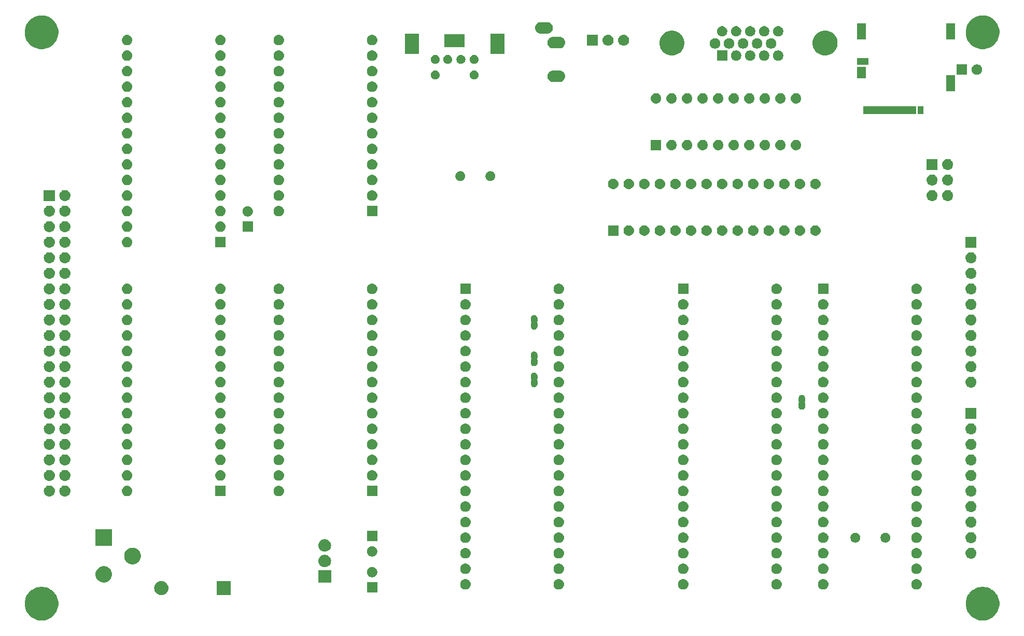
<source format=gbr>
G04 #@! TF.GenerationSoftware,KiCad,Pcbnew,(5.1.2)-2*
G04 #@! TF.CreationDate,2023-03-19T23:22:58+01:00*
G04 #@! TF.ProjectId,Retro_6809_SBC,52657472-6f5f-4363-9830-395f5342432e,rev?*
G04 #@! TF.SameCoordinates,Original*
G04 #@! TF.FileFunction,Soldermask,Bot*
G04 #@! TF.FilePolarity,Negative*
%FSLAX46Y46*%
G04 Gerber Fmt 4.6, Leading zero omitted, Abs format (unit mm)*
G04 Created by KiCad (PCBNEW (5.1.2)-2) date 2023-03-19 23:22:58*
%MOMM*%
%LPD*%
G04 APERTURE LIST*
%ADD10C,0.100000*%
G04 APERTURE END LIST*
D10*
G36*
X209912727Y-139055076D02*
G01*
X210187437Y-139109719D01*
X210688087Y-139317095D01*
X210767302Y-139370025D01*
X211138660Y-139618158D01*
X211521842Y-140001340D01*
X211638981Y-140176652D01*
X211822905Y-140451913D01*
X212030281Y-140952563D01*
X212136000Y-141484050D01*
X212136000Y-142025950D01*
X212030281Y-142557437D01*
X211822905Y-143058087D01*
X211702316Y-143238561D01*
X211521842Y-143508660D01*
X211138660Y-143891842D01*
X210868561Y-144072316D01*
X210688087Y-144192905D01*
X210187437Y-144400281D01*
X209921693Y-144453141D01*
X209655951Y-144506000D01*
X209114049Y-144506000D01*
X208848307Y-144453141D01*
X208582563Y-144400281D01*
X208081913Y-144192905D01*
X207901439Y-144072316D01*
X207631340Y-143891842D01*
X207248158Y-143508660D01*
X207067684Y-143238561D01*
X206947095Y-143058087D01*
X206739719Y-142557437D01*
X206634000Y-142025950D01*
X206634000Y-141484050D01*
X206739719Y-140952563D01*
X206947095Y-140451913D01*
X207131019Y-140176652D01*
X207248158Y-140001340D01*
X207631340Y-139618158D01*
X208002698Y-139370025D01*
X208081913Y-139317095D01*
X208582563Y-139109719D01*
X208857273Y-139055076D01*
X209114049Y-139004000D01*
X209655951Y-139004000D01*
X209912727Y-139055076D01*
X209912727Y-139055076D01*
G37*
G36*
X56242727Y-139055076D02*
G01*
X56517437Y-139109719D01*
X57018087Y-139317095D01*
X57097302Y-139370025D01*
X57468660Y-139618158D01*
X57851842Y-140001340D01*
X57968981Y-140176652D01*
X58152905Y-140451913D01*
X58360281Y-140952563D01*
X58466000Y-141484050D01*
X58466000Y-142025950D01*
X58360281Y-142557437D01*
X58152905Y-143058087D01*
X58032316Y-143238561D01*
X57851842Y-143508660D01*
X57468660Y-143891842D01*
X57198561Y-144072316D01*
X57018087Y-144192905D01*
X56517437Y-144400281D01*
X56251693Y-144453141D01*
X55985951Y-144506000D01*
X55444049Y-144506000D01*
X55178307Y-144453141D01*
X54912563Y-144400281D01*
X54411913Y-144192905D01*
X54231439Y-144072316D01*
X53961340Y-143891842D01*
X53578158Y-143508660D01*
X53397684Y-143238561D01*
X53277095Y-143058087D01*
X53069719Y-142557437D01*
X52964000Y-142025950D01*
X52964000Y-141484050D01*
X53069719Y-140952563D01*
X53277095Y-140451913D01*
X53461019Y-140176652D01*
X53578158Y-140001340D01*
X53961340Y-139618158D01*
X54332698Y-139370025D01*
X54411913Y-139317095D01*
X54912563Y-139109719D01*
X55187273Y-139055076D01*
X55444049Y-139004000D01*
X55985951Y-139004000D01*
X56242727Y-139055076D01*
X56242727Y-139055076D01*
G37*
G36*
X75442271Y-138075103D02*
G01*
X75498635Y-138080654D01*
X75715600Y-138146470D01*
X75715602Y-138146471D01*
X75915555Y-138253347D01*
X76090818Y-138397182D01*
X76234653Y-138572445D01*
X76327859Y-138746823D01*
X76341530Y-138772400D01*
X76407346Y-138989365D01*
X76429569Y-139215000D01*
X76407346Y-139440635D01*
X76353495Y-139618158D01*
X76341529Y-139657602D01*
X76234653Y-139857555D01*
X76090818Y-140032818D01*
X75915555Y-140176653D01*
X75715602Y-140283529D01*
X75715600Y-140283530D01*
X75498635Y-140349346D01*
X75442271Y-140354897D01*
X75329545Y-140366000D01*
X75216455Y-140366000D01*
X75103729Y-140354897D01*
X75047365Y-140349346D01*
X74830400Y-140283530D01*
X74830398Y-140283529D01*
X74630445Y-140176653D01*
X74455182Y-140032818D01*
X74311347Y-139857555D01*
X74204471Y-139657602D01*
X74192506Y-139618158D01*
X74138654Y-139440635D01*
X74116431Y-139215000D01*
X74138654Y-138989365D01*
X74204470Y-138772400D01*
X74218141Y-138746823D01*
X74311347Y-138572445D01*
X74455182Y-138397182D01*
X74630445Y-138253347D01*
X74830398Y-138146471D01*
X74830400Y-138146470D01*
X75047365Y-138080654D01*
X75103729Y-138075103D01*
X75216455Y-138064000D01*
X75329545Y-138064000D01*
X75442271Y-138075103D01*
X75442271Y-138075103D01*
G37*
G36*
X86584000Y-140366000D02*
G01*
X84282000Y-140366000D01*
X84282000Y-138064000D01*
X86584000Y-138064000D01*
X86584000Y-140366000D01*
X86584000Y-140366000D01*
G37*
G36*
X110541000Y-139939000D02*
G01*
X108839000Y-139939000D01*
X108839000Y-138237000D01*
X110541000Y-138237000D01*
X110541000Y-139939000D01*
X110541000Y-139939000D01*
G37*
G36*
X125096823Y-137741313D02*
G01*
X125257242Y-137789976D01*
X125315680Y-137821212D01*
X125405078Y-137868996D01*
X125534659Y-137975341D01*
X125641004Y-138104922D01*
X125641005Y-138104924D01*
X125720024Y-138252758D01*
X125768687Y-138413177D01*
X125785117Y-138580000D01*
X125768687Y-138746823D01*
X125720024Y-138907242D01*
X125676128Y-138989365D01*
X125641004Y-139055078D01*
X125534659Y-139184659D01*
X125405078Y-139291004D01*
X125405076Y-139291005D01*
X125257242Y-139370024D01*
X125096823Y-139418687D01*
X124971804Y-139431000D01*
X124888196Y-139431000D01*
X124763177Y-139418687D01*
X124602758Y-139370024D01*
X124454924Y-139291005D01*
X124454922Y-139291004D01*
X124325341Y-139184659D01*
X124218996Y-139055078D01*
X124183872Y-138989365D01*
X124139976Y-138907242D01*
X124091313Y-138746823D01*
X124074883Y-138580000D01*
X124091313Y-138413177D01*
X124139976Y-138252758D01*
X124218995Y-138104924D01*
X124218996Y-138104922D01*
X124325341Y-137975341D01*
X124454922Y-137868996D01*
X124544320Y-137821212D01*
X124602758Y-137789976D01*
X124763177Y-137741313D01*
X124888196Y-137729000D01*
X124971804Y-137729000D01*
X125096823Y-137741313D01*
X125096823Y-137741313D01*
G37*
G36*
X175896823Y-137741313D02*
G01*
X176057242Y-137789976D01*
X176115680Y-137821212D01*
X176205078Y-137868996D01*
X176334659Y-137975341D01*
X176441004Y-138104922D01*
X176441005Y-138104924D01*
X176520024Y-138252758D01*
X176568687Y-138413177D01*
X176585117Y-138580000D01*
X176568687Y-138746823D01*
X176520024Y-138907242D01*
X176476128Y-138989365D01*
X176441004Y-139055078D01*
X176334659Y-139184659D01*
X176205078Y-139291004D01*
X176205076Y-139291005D01*
X176057242Y-139370024D01*
X175896823Y-139418687D01*
X175771804Y-139431000D01*
X175688196Y-139431000D01*
X175563177Y-139418687D01*
X175402758Y-139370024D01*
X175254924Y-139291005D01*
X175254922Y-139291004D01*
X175125341Y-139184659D01*
X175018996Y-139055078D01*
X174983872Y-138989365D01*
X174939976Y-138907242D01*
X174891313Y-138746823D01*
X174874883Y-138580000D01*
X174891313Y-138413177D01*
X174939976Y-138252758D01*
X175018995Y-138104924D01*
X175018996Y-138104922D01*
X175125341Y-137975341D01*
X175254922Y-137868996D01*
X175344320Y-137821212D01*
X175402758Y-137789976D01*
X175563177Y-137741313D01*
X175688196Y-137729000D01*
X175771804Y-137729000D01*
X175896823Y-137741313D01*
X175896823Y-137741313D01*
G37*
G36*
X160656823Y-137741313D02*
G01*
X160817242Y-137789976D01*
X160875680Y-137821212D01*
X160965078Y-137868996D01*
X161094659Y-137975341D01*
X161201004Y-138104922D01*
X161201005Y-138104924D01*
X161280024Y-138252758D01*
X161328687Y-138413177D01*
X161345117Y-138580000D01*
X161328687Y-138746823D01*
X161280024Y-138907242D01*
X161236128Y-138989365D01*
X161201004Y-139055078D01*
X161094659Y-139184659D01*
X160965078Y-139291004D01*
X160965076Y-139291005D01*
X160817242Y-139370024D01*
X160656823Y-139418687D01*
X160531804Y-139431000D01*
X160448196Y-139431000D01*
X160323177Y-139418687D01*
X160162758Y-139370024D01*
X160014924Y-139291005D01*
X160014922Y-139291004D01*
X159885341Y-139184659D01*
X159778996Y-139055078D01*
X159743872Y-138989365D01*
X159699976Y-138907242D01*
X159651313Y-138746823D01*
X159634883Y-138580000D01*
X159651313Y-138413177D01*
X159699976Y-138252758D01*
X159778995Y-138104924D01*
X159778996Y-138104922D01*
X159885341Y-137975341D01*
X160014922Y-137868996D01*
X160104320Y-137821212D01*
X160162758Y-137789976D01*
X160323177Y-137741313D01*
X160448196Y-137729000D01*
X160531804Y-137729000D01*
X160656823Y-137741313D01*
X160656823Y-137741313D01*
G37*
G36*
X183516823Y-137741313D02*
G01*
X183677242Y-137789976D01*
X183735680Y-137821212D01*
X183825078Y-137868996D01*
X183954659Y-137975341D01*
X184061004Y-138104922D01*
X184061005Y-138104924D01*
X184140024Y-138252758D01*
X184188687Y-138413177D01*
X184205117Y-138580000D01*
X184188687Y-138746823D01*
X184140024Y-138907242D01*
X184096128Y-138989365D01*
X184061004Y-139055078D01*
X183954659Y-139184659D01*
X183825078Y-139291004D01*
X183825076Y-139291005D01*
X183677242Y-139370024D01*
X183516823Y-139418687D01*
X183391804Y-139431000D01*
X183308196Y-139431000D01*
X183183177Y-139418687D01*
X183022758Y-139370024D01*
X182874924Y-139291005D01*
X182874922Y-139291004D01*
X182745341Y-139184659D01*
X182638996Y-139055078D01*
X182603872Y-138989365D01*
X182559976Y-138907242D01*
X182511313Y-138746823D01*
X182494883Y-138580000D01*
X182511313Y-138413177D01*
X182559976Y-138252758D01*
X182638995Y-138104924D01*
X182638996Y-138104922D01*
X182745341Y-137975341D01*
X182874922Y-137868996D01*
X182964320Y-137821212D01*
X183022758Y-137789976D01*
X183183177Y-137741313D01*
X183308196Y-137729000D01*
X183391804Y-137729000D01*
X183516823Y-137741313D01*
X183516823Y-137741313D01*
G37*
G36*
X198756823Y-137741313D02*
G01*
X198917242Y-137789976D01*
X198975680Y-137821212D01*
X199065078Y-137868996D01*
X199194659Y-137975341D01*
X199301004Y-138104922D01*
X199301005Y-138104924D01*
X199380024Y-138252758D01*
X199428687Y-138413177D01*
X199445117Y-138580000D01*
X199428687Y-138746823D01*
X199380024Y-138907242D01*
X199336128Y-138989365D01*
X199301004Y-139055078D01*
X199194659Y-139184659D01*
X199065078Y-139291004D01*
X199065076Y-139291005D01*
X198917242Y-139370024D01*
X198756823Y-139418687D01*
X198631804Y-139431000D01*
X198548196Y-139431000D01*
X198423177Y-139418687D01*
X198262758Y-139370024D01*
X198114924Y-139291005D01*
X198114922Y-139291004D01*
X197985341Y-139184659D01*
X197878996Y-139055078D01*
X197843872Y-138989365D01*
X197799976Y-138907242D01*
X197751313Y-138746823D01*
X197734883Y-138580000D01*
X197751313Y-138413177D01*
X197799976Y-138252758D01*
X197878995Y-138104924D01*
X197878996Y-138104922D01*
X197985341Y-137975341D01*
X198114922Y-137868996D01*
X198204320Y-137821212D01*
X198262758Y-137789976D01*
X198423177Y-137741313D01*
X198548196Y-137729000D01*
X198631804Y-137729000D01*
X198756823Y-137741313D01*
X198756823Y-137741313D01*
G37*
G36*
X140336823Y-137741313D02*
G01*
X140497242Y-137789976D01*
X140555680Y-137821212D01*
X140645078Y-137868996D01*
X140774659Y-137975341D01*
X140881004Y-138104922D01*
X140881005Y-138104924D01*
X140960024Y-138252758D01*
X141008687Y-138413177D01*
X141025117Y-138580000D01*
X141008687Y-138746823D01*
X140960024Y-138907242D01*
X140916128Y-138989365D01*
X140881004Y-139055078D01*
X140774659Y-139184659D01*
X140645078Y-139291004D01*
X140645076Y-139291005D01*
X140497242Y-139370024D01*
X140336823Y-139418687D01*
X140211804Y-139431000D01*
X140128196Y-139431000D01*
X140003177Y-139418687D01*
X139842758Y-139370024D01*
X139694924Y-139291005D01*
X139694922Y-139291004D01*
X139565341Y-139184659D01*
X139458996Y-139055078D01*
X139423872Y-138989365D01*
X139379976Y-138907242D01*
X139331313Y-138746823D01*
X139314883Y-138580000D01*
X139331313Y-138413177D01*
X139379976Y-138252758D01*
X139458995Y-138104924D01*
X139458996Y-138104922D01*
X139565341Y-137975341D01*
X139694922Y-137868996D01*
X139784320Y-137821212D01*
X139842758Y-137789976D01*
X140003177Y-137741313D01*
X140128196Y-137729000D01*
X140211804Y-137729000D01*
X140336823Y-137741313D01*
X140336823Y-137741313D01*
G37*
G36*
X102994000Y-138313500D02*
G01*
X100892000Y-138313500D01*
X100892000Y-136306500D01*
X102994000Y-136306500D01*
X102994000Y-138313500D01*
X102994000Y-138313500D01*
G37*
G36*
X66269072Y-135660918D02*
G01*
X66394226Y-135712758D01*
X66514939Y-135762759D01*
X66736212Y-135910610D01*
X66924390Y-136098788D01*
X67063180Y-136306500D01*
X67072242Y-136320063D01*
X67174082Y-136565928D01*
X67226000Y-136826937D01*
X67226000Y-137093063D01*
X67174082Y-137354072D01*
X67072242Y-137599937D01*
X66945262Y-137789976D01*
X66924390Y-137821212D01*
X66736212Y-138009390D01*
X66514939Y-138157241D01*
X66514938Y-138157242D01*
X66514937Y-138157242D01*
X66269072Y-138259082D01*
X66008063Y-138311000D01*
X65741937Y-138311000D01*
X65480928Y-138259082D01*
X65235063Y-138157242D01*
X65235062Y-138157242D01*
X65235061Y-138157241D01*
X65013788Y-138009390D01*
X64825610Y-137821212D01*
X64804739Y-137789976D01*
X64677758Y-137599937D01*
X64575918Y-137354072D01*
X64524000Y-137093063D01*
X64524000Y-136826937D01*
X64575918Y-136565928D01*
X64677758Y-136320063D01*
X64686821Y-136306500D01*
X64825610Y-136098788D01*
X65013788Y-135910610D01*
X65235061Y-135762759D01*
X65355775Y-135712758D01*
X65480928Y-135660918D01*
X65741937Y-135609000D01*
X66008063Y-135609000D01*
X66269072Y-135660918D01*
X66269072Y-135660918D01*
G37*
G36*
X109938228Y-135769703D02*
G01*
X110093100Y-135833853D01*
X110232481Y-135926985D01*
X110351015Y-136045519D01*
X110444147Y-136184900D01*
X110508297Y-136339772D01*
X110541000Y-136504184D01*
X110541000Y-136671816D01*
X110508297Y-136836228D01*
X110444147Y-136991100D01*
X110351015Y-137130481D01*
X110232481Y-137249015D01*
X110093100Y-137342147D01*
X109938228Y-137406297D01*
X109773816Y-137439000D01*
X109606184Y-137439000D01*
X109441772Y-137406297D01*
X109286900Y-137342147D01*
X109147519Y-137249015D01*
X109028985Y-137130481D01*
X108935853Y-136991100D01*
X108871703Y-136836228D01*
X108839000Y-136671816D01*
X108839000Y-136504184D01*
X108871703Y-136339772D01*
X108935853Y-136184900D01*
X109028985Y-136045519D01*
X109147519Y-135926985D01*
X109286900Y-135833853D01*
X109441772Y-135769703D01*
X109606184Y-135737000D01*
X109773816Y-135737000D01*
X109938228Y-135769703D01*
X109938228Y-135769703D01*
G37*
G36*
X198756823Y-135201313D02*
G01*
X198917242Y-135249976D01*
X199031410Y-135311000D01*
X199065078Y-135328996D01*
X199194659Y-135435341D01*
X199301004Y-135564922D01*
X199301005Y-135564924D01*
X199380024Y-135712758D01*
X199428687Y-135873177D01*
X199445117Y-136040000D01*
X199428687Y-136206823D01*
X199380024Y-136367242D01*
X199309114Y-136499906D01*
X199301004Y-136515078D01*
X199194659Y-136644659D01*
X199065078Y-136751004D01*
X199065076Y-136751005D01*
X198917242Y-136830024D01*
X198756823Y-136878687D01*
X198631804Y-136891000D01*
X198548196Y-136891000D01*
X198423177Y-136878687D01*
X198262758Y-136830024D01*
X198114924Y-136751005D01*
X198114922Y-136751004D01*
X197985341Y-136644659D01*
X197878996Y-136515078D01*
X197870886Y-136499906D01*
X197799976Y-136367242D01*
X197751313Y-136206823D01*
X197734883Y-136040000D01*
X197751313Y-135873177D01*
X197799976Y-135712758D01*
X197878995Y-135564924D01*
X197878996Y-135564922D01*
X197985341Y-135435341D01*
X198114922Y-135328996D01*
X198148590Y-135311000D01*
X198262758Y-135249976D01*
X198423177Y-135201313D01*
X198548196Y-135189000D01*
X198631804Y-135189000D01*
X198756823Y-135201313D01*
X198756823Y-135201313D01*
G37*
G36*
X183516823Y-135201313D02*
G01*
X183677242Y-135249976D01*
X183791410Y-135311000D01*
X183825078Y-135328996D01*
X183954659Y-135435341D01*
X184061004Y-135564922D01*
X184061005Y-135564924D01*
X184140024Y-135712758D01*
X184188687Y-135873177D01*
X184205117Y-136040000D01*
X184188687Y-136206823D01*
X184140024Y-136367242D01*
X184069114Y-136499906D01*
X184061004Y-136515078D01*
X183954659Y-136644659D01*
X183825078Y-136751004D01*
X183825076Y-136751005D01*
X183677242Y-136830024D01*
X183516823Y-136878687D01*
X183391804Y-136891000D01*
X183308196Y-136891000D01*
X183183177Y-136878687D01*
X183022758Y-136830024D01*
X182874924Y-136751005D01*
X182874922Y-136751004D01*
X182745341Y-136644659D01*
X182638996Y-136515078D01*
X182630886Y-136499906D01*
X182559976Y-136367242D01*
X182511313Y-136206823D01*
X182494883Y-136040000D01*
X182511313Y-135873177D01*
X182559976Y-135712758D01*
X182638995Y-135564924D01*
X182638996Y-135564922D01*
X182745341Y-135435341D01*
X182874922Y-135328996D01*
X182908590Y-135311000D01*
X183022758Y-135249976D01*
X183183177Y-135201313D01*
X183308196Y-135189000D01*
X183391804Y-135189000D01*
X183516823Y-135201313D01*
X183516823Y-135201313D01*
G37*
G36*
X140336823Y-135201313D02*
G01*
X140497242Y-135249976D01*
X140611410Y-135311000D01*
X140645078Y-135328996D01*
X140774659Y-135435341D01*
X140881004Y-135564922D01*
X140881005Y-135564924D01*
X140960024Y-135712758D01*
X141008687Y-135873177D01*
X141025117Y-136040000D01*
X141008687Y-136206823D01*
X140960024Y-136367242D01*
X140889114Y-136499906D01*
X140881004Y-136515078D01*
X140774659Y-136644659D01*
X140645078Y-136751004D01*
X140645076Y-136751005D01*
X140497242Y-136830024D01*
X140336823Y-136878687D01*
X140211804Y-136891000D01*
X140128196Y-136891000D01*
X140003177Y-136878687D01*
X139842758Y-136830024D01*
X139694924Y-136751005D01*
X139694922Y-136751004D01*
X139565341Y-136644659D01*
X139458996Y-136515078D01*
X139450886Y-136499906D01*
X139379976Y-136367242D01*
X139331313Y-136206823D01*
X139314883Y-136040000D01*
X139331313Y-135873177D01*
X139379976Y-135712758D01*
X139458995Y-135564924D01*
X139458996Y-135564922D01*
X139565341Y-135435341D01*
X139694922Y-135328996D01*
X139728590Y-135311000D01*
X139842758Y-135249976D01*
X140003177Y-135201313D01*
X140128196Y-135189000D01*
X140211804Y-135189000D01*
X140336823Y-135201313D01*
X140336823Y-135201313D01*
G37*
G36*
X125096823Y-135201313D02*
G01*
X125257242Y-135249976D01*
X125371410Y-135311000D01*
X125405078Y-135328996D01*
X125534659Y-135435341D01*
X125641004Y-135564922D01*
X125641005Y-135564924D01*
X125720024Y-135712758D01*
X125768687Y-135873177D01*
X125785117Y-136040000D01*
X125768687Y-136206823D01*
X125720024Y-136367242D01*
X125649114Y-136499906D01*
X125641004Y-136515078D01*
X125534659Y-136644659D01*
X125405078Y-136751004D01*
X125405076Y-136751005D01*
X125257242Y-136830024D01*
X125096823Y-136878687D01*
X124971804Y-136891000D01*
X124888196Y-136891000D01*
X124763177Y-136878687D01*
X124602758Y-136830024D01*
X124454924Y-136751005D01*
X124454922Y-136751004D01*
X124325341Y-136644659D01*
X124218996Y-136515078D01*
X124210886Y-136499906D01*
X124139976Y-136367242D01*
X124091313Y-136206823D01*
X124074883Y-136040000D01*
X124091313Y-135873177D01*
X124139976Y-135712758D01*
X124218995Y-135564924D01*
X124218996Y-135564922D01*
X124325341Y-135435341D01*
X124454922Y-135328996D01*
X124488590Y-135311000D01*
X124602758Y-135249976D01*
X124763177Y-135201313D01*
X124888196Y-135189000D01*
X124971804Y-135189000D01*
X125096823Y-135201313D01*
X125096823Y-135201313D01*
G37*
G36*
X160656823Y-135201313D02*
G01*
X160817242Y-135249976D01*
X160931410Y-135311000D01*
X160965078Y-135328996D01*
X161094659Y-135435341D01*
X161201004Y-135564922D01*
X161201005Y-135564924D01*
X161280024Y-135712758D01*
X161328687Y-135873177D01*
X161345117Y-136040000D01*
X161328687Y-136206823D01*
X161280024Y-136367242D01*
X161209114Y-136499906D01*
X161201004Y-136515078D01*
X161094659Y-136644659D01*
X160965078Y-136751004D01*
X160965076Y-136751005D01*
X160817242Y-136830024D01*
X160656823Y-136878687D01*
X160531804Y-136891000D01*
X160448196Y-136891000D01*
X160323177Y-136878687D01*
X160162758Y-136830024D01*
X160014924Y-136751005D01*
X160014922Y-136751004D01*
X159885341Y-136644659D01*
X159778996Y-136515078D01*
X159770886Y-136499906D01*
X159699976Y-136367242D01*
X159651313Y-136206823D01*
X159634883Y-136040000D01*
X159651313Y-135873177D01*
X159699976Y-135712758D01*
X159778995Y-135564924D01*
X159778996Y-135564922D01*
X159885341Y-135435341D01*
X160014922Y-135328996D01*
X160048590Y-135311000D01*
X160162758Y-135249976D01*
X160323177Y-135201313D01*
X160448196Y-135189000D01*
X160531804Y-135189000D01*
X160656823Y-135201313D01*
X160656823Y-135201313D01*
G37*
G36*
X175896823Y-135201313D02*
G01*
X176057242Y-135249976D01*
X176171410Y-135311000D01*
X176205078Y-135328996D01*
X176334659Y-135435341D01*
X176441004Y-135564922D01*
X176441005Y-135564924D01*
X176520024Y-135712758D01*
X176568687Y-135873177D01*
X176585117Y-136040000D01*
X176568687Y-136206823D01*
X176520024Y-136367242D01*
X176449114Y-136499906D01*
X176441004Y-136515078D01*
X176334659Y-136644659D01*
X176205078Y-136751004D01*
X176205076Y-136751005D01*
X176057242Y-136830024D01*
X175896823Y-136878687D01*
X175771804Y-136891000D01*
X175688196Y-136891000D01*
X175563177Y-136878687D01*
X175402758Y-136830024D01*
X175254924Y-136751005D01*
X175254922Y-136751004D01*
X175125341Y-136644659D01*
X175018996Y-136515078D01*
X175010886Y-136499906D01*
X174939976Y-136367242D01*
X174891313Y-136206823D01*
X174874883Y-136040000D01*
X174891313Y-135873177D01*
X174939976Y-135712758D01*
X175018995Y-135564924D01*
X175018996Y-135564922D01*
X175125341Y-135435341D01*
X175254922Y-135328996D01*
X175288590Y-135311000D01*
X175402758Y-135249976D01*
X175563177Y-135201313D01*
X175688196Y-135189000D01*
X175771804Y-135189000D01*
X175896823Y-135201313D01*
X175896823Y-135201313D01*
G37*
G36*
X102088936Y-133771340D02*
G01*
X102187220Y-133781020D01*
X102376381Y-133838401D01*
X102550712Y-133931583D01*
X102703515Y-134056985D01*
X102828917Y-134209788D01*
X102922099Y-134384119D01*
X102979480Y-134573280D01*
X102998855Y-134770000D01*
X102979480Y-134966720D01*
X102922099Y-135155881D01*
X102828917Y-135330212D01*
X102703515Y-135483015D01*
X102550712Y-135608417D01*
X102376381Y-135701599D01*
X102187220Y-135758980D01*
X102088936Y-135768660D01*
X102039795Y-135773500D01*
X101846205Y-135773500D01*
X101797064Y-135768660D01*
X101698780Y-135758980D01*
X101509619Y-135701599D01*
X101335288Y-135608417D01*
X101182485Y-135483015D01*
X101057083Y-135330212D01*
X100963901Y-135155881D01*
X100906520Y-134966720D01*
X100887145Y-134770000D01*
X100906520Y-134573280D01*
X100963901Y-134384119D01*
X101057083Y-134209788D01*
X101182485Y-134056985D01*
X101335288Y-133931583D01*
X101509619Y-133838401D01*
X101698780Y-133781020D01*
X101797064Y-133771340D01*
X101846205Y-133766500D01*
X102039795Y-133766500D01*
X102088936Y-133771340D01*
X102088936Y-133771340D01*
G37*
G36*
X70969072Y-132660918D02*
G01*
X71177430Y-132747222D01*
X71214939Y-132762759D01*
X71256025Y-132790212D01*
X71436211Y-132910609D01*
X71624391Y-133098789D01*
X71772242Y-133320063D01*
X71874082Y-133565928D01*
X71926000Y-133826937D01*
X71926000Y-134093063D01*
X71874082Y-134354072D01*
X71783284Y-134573280D01*
X71772241Y-134599939D01*
X71624390Y-134821212D01*
X71436212Y-135009390D01*
X71214939Y-135157241D01*
X71214938Y-135157242D01*
X71214937Y-135157242D01*
X70969072Y-135259082D01*
X70708063Y-135311000D01*
X70441937Y-135311000D01*
X70180928Y-135259082D01*
X69935063Y-135157242D01*
X69935062Y-135157242D01*
X69935061Y-135157241D01*
X69713788Y-135009390D01*
X69525610Y-134821212D01*
X69377759Y-134599939D01*
X69366717Y-134573280D01*
X69275918Y-134354072D01*
X69224000Y-134093063D01*
X69224000Y-133826937D01*
X69275918Y-133565928D01*
X69377758Y-133320063D01*
X69525609Y-133098789D01*
X69713789Y-132910609D01*
X69893975Y-132790212D01*
X69935061Y-132762759D01*
X69972571Y-132747222D01*
X70180928Y-132660918D01*
X70441937Y-132609000D01*
X70708063Y-132609000D01*
X70969072Y-132660918D01*
X70969072Y-132660918D01*
G37*
G36*
X207590442Y-132605518D02*
G01*
X207656627Y-132612037D01*
X207826466Y-132663557D01*
X207982991Y-132747222D01*
X208018729Y-132776552D01*
X208120186Y-132859814D01*
X208188466Y-132943015D01*
X208232778Y-132997009D01*
X208232779Y-132997011D01*
X208299687Y-133122185D01*
X208316443Y-133153534D01*
X208367963Y-133323373D01*
X208385359Y-133500000D01*
X208367963Y-133676627D01*
X208316443Y-133846466D01*
X208232778Y-134002991D01*
X208215294Y-134024295D01*
X208120186Y-134140186D01*
X208018729Y-134223448D01*
X207982991Y-134252778D01*
X207826466Y-134336443D01*
X207656627Y-134387963D01*
X207590442Y-134394482D01*
X207524260Y-134401000D01*
X207435740Y-134401000D01*
X207369558Y-134394482D01*
X207303373Y-134387963D01*
X207133534Y-134336443D01*
X206977009Y-134252778D01*
X206941271Y-134223448D01*
X206839814Y-134140186D01*
X206744706Y-134024295D01*
X206727222Y-134002991D01*
X206643557Y-133846466D01*
X206592037Y-133676627D01*
X206574641Y-133500000D01*
X206592037Y-133323373D01*
X206643557Y-133153534D01*
X206660314Y-133122185D01*
X206727221Y-132997011D01*
X206727222Y-132997009D01*
X206771534Y-132943015D01*
X206839814Y-132859814D01*
X206941271Y-132776552D01*
X206977009Y-132747222D01*
X207133534Y-132663557D01*
X207303373Y-132612037D01*
X207369558Y-132605518D01*
X207435740Y-132599000D01*
X207524260Y-132599000D01*
X207590442Y-132605518D01*
X207590442Y-132605518D01*
G37*
G36*
X125096823Y-132661313D02*
G01*
X125257242Y-132709976D01*
X125326922Y-132747221D01*
X125405078Y-132788996D01*
X125534659Y-132895341D01*
X125641004Y-133024922D01*
X125641005Y-133024924D01*
X125720024Y-133172758D01*
X125768687Y-133333177D01*
X125785117Y-133500000D01*
X125768687Y-133666823D01*
X125720024Y-133827242D01*
X125649114Y-133959906D01*
X125641004Y-133975078D01*
X125534659Y-134104659D01*
X125405078Y-134211004D01*
X125405076Y-134211005D01*
X125257242Y-134290024D01*
X125096823Y-134338687D01*
X124971804Y-134351000D01*
X124888196Y-134351000D01*
X124763177Y-134338687D01*
X124602758Y-134290024D01*
X124454924Y-134211005D01*
X124454922Y-134211004D01*
X124325341Y-134104659D01*
X124218996Y-133975078D01*
X124210886Y-133959906D01*
X124139976Y-133827242D01*
X124091313Y-133666823D01*
X124074883Y-133500000D01*
X124091313Y-133333177D01*
X124139976Y-133172758D01*
X124218995Y-133024924D01*
X124218996Y-133024922D01*
X124325341Y-132895341D01*
X124454922Y-132788996D01*
X124533078Y-132747221D01*
X124602758Y-132709976D01*
X124763177Y-132661313D01*
X124888196Y-132649000D01*
X124971804Y-132649000D01*
X125096823Y-132661313D01*
X125096823Y-132661313D01*
G37*
G36*
X140336823Y-132661313D02*
G01*
X140497242Y-132709976D01*
X140566922Y-132747221D01*
X140645078Y-132788996D01*
X140774659Y-132895341D01*
X140881004Y-133024922D01*
X140881005Y-133024924D01*
X140960024Y-133172758D01*
X141008687Y-133333177D01*
X141025117Y-133500000D01*
X141008687Y-133666823D01*
X140960024Y-133827242D01*
X140889114Y-133959906D01*
X140881004Y-133975078D01*
X140774659Y-134104659D01*
X140645078Y-134211004D01*
X140645076Y-134211005D01*
X140497242Y-134290024D01*
X140336823Y-134338687D01*
X140211804Y-134351000D01*
X140128196Y-134351000D01*
X140003177Y-134338687D01*
X139842758Y-134290024D01*
X139694924Y-134211005D01*
X139694922Y-134211004D01*
X139565341Y-134104659D01*
X139458996Y-133975078D01*
X139450886Y-133959906D01*
X139379976Y-133827242D01*
X139331313Y-133666823D01*
X139314883Y-133500000D01*
X139331313Y-133333177D01*
X139379976Y-133172758D01*
X139458995Y-133024924D01*
X139458996Y-133024922D01*
X139565341Y-132895341D01*
X139694922Y-132788996D01*
X139773078Y-132747221D01*
X139842758Y-132709976D01*
X140003177Y-132661313D01*
X140128196Y-132649000D01*
X140211804Y-132649000D01*
X140336823Y-132661313D01*
X140336823Y-132661313D01*
G37*
G36*
X183516823Y-132661313D02*
G01*
X183677242Y-132709976D01*
X183746922Y-132747221D01*
X183825078Y-132788996D01*
X183954659Y-132895341D01*
X184061004Y-133024922D01*
X184061005Y-133024924D01*
X184140024Y-133172758D01*
X184188687Y-133333177D01*
X184205117Y-133500000D01*
X184188687Y-133666823D01*
X184140024Y-133827242D01*
X184069114Y-133959906D01*
X184061004Y-133975078D01*
X183954659Y-134104659D01*
X183825078Y-134211004D01*
X183825076Y-134211005D01*
X183677242Y-134290024D01*
X183516823Y-134338687D01*
X183391804Y-134351000D01*
X183308196Y-134351000D01*
X183183177Y-134338687D01*
X183022758Y-134290024D01*
X182874924Y-134211005D01*
X182874922Y-134211004D01*
X182745341Y-134104659D01*
X182638996Y-133975078D01*
X182630886Y-133959906D01*
X182559976Y-133827242D01*
X182511313Y-133666823D01*
X182494883Y-133500000D01*
X182511313Y-133333177D01*
X182559976Y-133172758D01*
X182638995Y-133024924D01*
X182638996Y-133024922D01*
X182745341Y-132895341D01*
X182874922Y-132788996D01*
X182953078Y-132747221D01*
X183022758Y-132709976D01*
X183183177Y-132661313D01*
X183308196Y-132649000D01*
X183391804Y-132649000D01*
X183516823Y-132661313D01*
X183516823Y-132661313D01*
G37*
G36*
X198756823Y-132661313D02*
G01*
X198917242Y-132709976D01*
X198986922Y-132747221D01*
X199065078Y-132788996D01*
X199194659Y-132895341D01*
X199301004Y-133024922D01*
X199301005Y-133024924D01*
X199380024Y-133172758D01*
X199428687Y-133333177D01*
X199445117Y-133500000D01*
X199428687Y-133666823D01*
X199380024Y-133827242D01*
X199309114Y-133959906D01*
X199301004Y-133975078D01*
X199194659Y-134104659D01*
X199065078Y-134211004D01*
X199065076Y-134211005D01*
X198917242Y-134290024D01*
X198756823Y-134338687D01*
X198631804Y-134351000D01*
X198548196Y-134351000D01*
X198423177Y-134338687D01*
X198262758Y-134290024D01*
X198114924Y-134211005D01*
X198114922Y-134211004D01*
X197985341Y-134104659D01*
X197878996Y-133975078D01*
X197870886Y-133959906D01*
X197799976Y-133827242D01*
X197751313Y-133666823D01*
X197734883Y-133500000D01*
X197751313Y-133333177D01*
X197799976Y-133172758D01*
X197878995Y-133024924D01*
X197878996Y-133024922D01*
X197985341Y-132895341D01*
X198114922Y-132788996D01*
X198193078Y-132747221D01*
X198262758Y-132709976D01*
X198423177Y-132661313D01*
X198548196Y-132649000D01*
X198631804Y-132649000D01*
X198756823Y-132661313D01*
X198756823Y-132661313D01*
G37*
G36*
X175896823Y-132661313D02*
G01*
X176057242Y-132709976D01*
X176126922Y-132747221D01*
X176205078Y-132788996D01*
X176334659Y-132895341D01*
X176441004Y-133024922D01*
X176441005Y-133024924D01*
X176520024Y-133172758D01*
X176568687Y-133333177D01*
X176585117Y-133500000D01*
X176568687Y-133666823D01*
X176520024Y-133827242D01*
X176449114Y-133959906D01*
X176441004Y-133975078D01*
X176334659Y-134104659D01*
X176205078Y-134211004D01*
X176205076Y-134211005D01*
X176057242Y-134290024D01*
X175896823Y-134338687D01*
X175771804Y-134351000D01*
X175688196Y-134351000D01*
X175563177Y-134338687D01*
X175402758Y-134290024D01*
X175254924Y-134211005D01*
X175254922Y-134211004D01*
X175125341Y-134104659D01*
X175018996Y-133975078D01*
X175010886Y-133959906D01*
X174939976Y-133827242D01*
X174891313Y-133666823D01*
X174874883Y-133500000D01*
X174891313Y-133333177D01*
X174939976Y-133172758D01*
X175018995Y-133024924D01*
X175018996Y-133024922D01*
X175125341Y-132895341D01*
X175254922Y-132788996D01*
X175333078Y-132747221D01*
X175402758Y-132709976D01*
X175563177Y-132661313D01*
X175688196Y-132649000D01*
X175771804Y-132649000D01*
X175896823Y-132661313D01*
X175896823Y-132661313D01*
G37*
G36*
X160656823Y-132661313D02*
G01*
X160817242Y-132709976D01*
X160886922Y-132747221D01*
X160965078Y-132788996D01*
X161094659Y-132895341D01*
X161201004Y-133024922D01*
X161201005Y-133024924D01*
X161280024Y-133172758D01*
X161328687Y-133333177D01*
X161345117Y-133500000D01*
X161328687Y-133666823D01*
X161280024Y-133827242D01*
X161209114Y-133959906D01*
X161201004Y-133975078D01*
X161094659Y-134104659D01*
X160965078Y-134211004D01*
X160965076Y-134211005D01*
X160817242Y-134290024D01*
X160656823Y-134338687D01*
X160531804Y-134351000D01*
X160448196Y-134351000D01*
X160323177Y-134338687D01*
X160162758Y-134290024D01*
X160014924Y-134211005D01*
X160014922Y-134211004D01*
X159885341Y-134104659D01*
X159778996Y-133975078D01*
X159770886Y-133959906D01*
X159699976Y-133827242D01*
X159651313Y-133666823D01*
X159634883Y-133500000D01*
X159651313Y-133333177D01*
X159699976Y-133172758D01*
X159778995Y-133024924D01*
X159778996Y-133024922D01*
X159885341Y-132895341D01*
X160014922Y-132788996D01*
X160093078Y-132747221D01*
X160162758Y-132709976D01*
X160323177Y-132661313D01*
X160448196Y-132649000D01*
X160531804Y-132649000D01*
X160656823Y-132661313D01*
X160656823Y-132661313D01*
G37*
G36*
X109938228Y-132387703D02*
G01*
X110093100Y-132451853D01*
X110232481Y-132544985D01*
X110351015Y-132663519D01*
X110444147Y-132802900D01*
X110508297Y-132957772D01*
X110541000Y-133122184D01*
X110541000Y-133289816D01*
X110508297Y-133454228D01*
X110444147Y-133609100D01*
X110351015Y-133748481D01*
X110232481Y-133867015D01*
X110093100Y-133960147D01*
X109938228Y-134024297D01*
X109773816Y-134057000D01*
X109606184Y-134057000D01*
X109441772Y-134024297D01*
X109286900Y-133960147D01*
X109147519Y-133867015D01*
X109028985Y-133748481D01*
X108935853Y-133609100D01*
X108871703Y-133454228D01*
X108839000Y-133289816D01*
X108839000Y-133122184D01*
X108871703Y-132957772D01*
X108935853Y-132802900D01*
X109028985Y-132663519D01*
X109147519Y-132544985D01*
X109286900Y-132451853D01*
X109441772Y-132387703D01*
X109606184Y-132355000D01*
X109773816Y-132355000D01*
X109938228Y-132387703D01*
X109938228Y-132387703D01*
G37*
G36*
X102088936Y-131231340D02*
G01*
X102187220Y-131241020D01*
X102376381Y-131298401D01*
X102550712Y-131391583D01*
X102703515Y-131516985D01*
X102828917Y-131669788D01*
X102922099Y-131844119D01*
X102979480Y-132033280D01*
X102998855Y-132230000D01*
X102979480Y-132426720D01*
X102922099Y-132615881D01*
X102828917Y-132790212D01*
X102703515Y-132943015D01*
X102550712Y-133068417D01*
X102376381Y-133161599D01*
X102187220Y-133218980D01*
X102088936Y-133228660D01*
X102039795Y-133233500D01*
X101846205Y-133233500D01*
X101797064Y-133228660D01*
X101698780Y-133218980D01*
X101509619Y-133161599D01*
X101335288Y-133068417D01*
X101182485Y-132943015D01*
X101057083Y-132790212D01*
X100963901Y-132615881D01*
X100906520Y-132426720D01*
X100887145Y-132230000D01*
X100906520Y-132033280D01*
X100963901Y-131844119D01*
X101057083Y-131669788D01*
X101182485Y-131516985D01*
X101335288Y-131391583D01*
X101509619Y-131298401D01*
X101698780Y-131241020D01*
X101797064Y-131231340D01*
X101846205Y-131226500D01*
X102039795Y-131226500D01*
X102088936Y-131231340D01*
X102088936Y-131231340D01*
G37*
G36*
X67226000Y-132311000D02*
G01*
X64524000Y-132311000D01*
X64524000Y-129609000D01*
X67226000Y-129609000D01*
X67226000Y-132311000D01*
X67226000Y-132311000D01*
G37*
G36*
X207590443Y-130065519D02*
G01*
X207656627Y-130072037D01*
X207826466Y-130123557D01*
X207982991Y-130207222D01*
X208018729Y-130236552D01*
X208120186Y-130319814D01*
X208203448Y-130421271D01*
X208232778Y-130457009D01*
X208316443Y-130613534D01*
X208367963Y-130783373D01*
X208385359Y-130960000D01*
X208367963Y-131136627D01*
X208316443Y-131306466D01*
X208232778Y-131462991D01*
X208203448Y-131498729D01*
X208120186Y-131600186D01*
X208018729Y-131683448D01*
X207982991Y-131712778D01*
X207826466Y-131796443D01*
X207656627Y-131847963D01*
X207590443Y-131854481D01*
X207524260Y-131861000D01*
X207435740Y-131861000D01*
X207369557Y-131854481D01*
X207303373Y-131847963D01*
X207133534Y-131796443D01*
X206977009Y-131712778D01*
X206941271Y-131683448D01*
X206839814Y-131600186D01*
X206756552Y-131498729D01*
X206727222Y-131462991D01*
X206643557Y-131306466D01*
X206592037Y-131136627D01*
X206574641Y-130960000D01*
X206592037Y-130783373D01*
X206643557Y-130613534D01*
X206727222Y-130457009D01*
X206756552Y-130421271D01*
X206839814Y-130319814D01*
X206941271Y-130236552D01*
X206977009Y-130207222D01*
X207133534Y-130123557D01*
X207303373Y-130072037D01*
X207369557Y-130065519D01*
X207435740Y-130059000D01*
X207524260Y-130059000D01*
X207590443Y-130065519D01*
X207590443Y-130065519D01*
G37*
G36*
X125096823Y-130121313D02*
G01*
X125257242Y-130169976D01*
X125294296Y-130189782D01*
X125405078Y-130248996D01*
X125534659Y-130355341D01*
X125641004Y-130484922D01*
X125641005Y-130484924D01*
X125720024Y-130632758D01*
X125768687Y-130793177D01*
X125785117Y-130960000D01*
X125768687Y-131126823D01*
X125720024Y-131287242D01*
X125649114Y-131419906D01*
X125641004Y-131435078D01*
X125534659Y-131564659D01*
X125405078Y-131671004D01*
X125405076Y-131671005D01*
X125257242Y-131750024D01*
X125096823Y-131798687D01*
X124971804Y-131811000D01*
X124888196Y-131811000D01*
X124763177Y-131798687D01*
X124602758Y-131750024D01*
X124454924Y-131671005D01*
X124454922Y-131671004D01*
X124325341Y-131564659D01*
X124218996Y-131435078D01*
X124210886Y-131419906D01*
X124139976Y-131287242D01*
X124091313Y-131126823D01*
X124074883Y-130960000D01*
X124091313Y-130793177D01*
X124139976Y-130632758D01*
X124218995Y-130484924D01*
X124218996Y-130484922D01*
X124325341Y-130355341D01*
X124454922Y-130248996D01*
X124565704Y-130189782D01*
X124602758Y-130169976D01*
X124763177Y-130121313D01*
X124888196Y-130109000D01*
X124971804Y-130109000D01*
X125096823Y-130121313D01*
X125096823Y-130121313D01*
G37*
G36*
X198756823Y-130121313D02*
G01*
X198917242Y-130169976D01*
X198954296Y-130189782D01*
X199065078Y-130248996D01*
X199194659Y-130355341D01*
X199301004Y-130484922D01*
X199301005Y-130484924D01*
X199380024Y-130632758D01*
X199428687Y-130793177D01*
X199445117Y-130960000D01*
X199428687Y-131126823D01*
X199380024Y-131287242D01*
X199309114Y-131419906D01*
X199301004Y-131435078D01*
X199194659Y-131564659D01*
X199065078Y-131671004D01*
X199065076Y-131671005D01*
X198917242Y-131750024D01*
X198756823Y-131798687D01*
X198631804Y-131811000D01*
X198548196Y-131811000D01*
X198423177Y-131798687D01*
X198262758Y-131750024D01*
X198114924Y-131671005D01*
X198114922Y-131671004D01*
X197985341Y-131564659D01*
X197878996Y-131435078D01*
X197870886Y-131419906D01*
X197799976Y-131287242D01*
X197751313Y-131126823D01*
X197734883Y-130960000D01*
X197751313Y-130793177D01*
X197799976Y-130632758D01*
X197878995Y-130484924D01*
X197878996Y-130484922D01*
X197985341Y-130355341D01*
X198114922Y-130248996D01*
X198225704Y-130189782D01*
X198262758Y-130169976D01*
X198423177Y-130121313D01*
X198548196Y-130109000D01*
X198631804Y-130109000D01*
X198756823Y-130121313D01*
X198756823Y-130121313D01*
G37*
G36*
X160656823Y-130121313D02*
G01*
X160817242Y-130169976D01*
X160854296Y-130189782D01*
X160965078Y-130248996D01*
X161094659Y-130355341D01*
X161201004Y-130484922D01*
X161201005Y-130484924D01*
X161280024Y-130632758D01*
X161328687Y-130793177D01*
X161345117Y-130960000D01*
X161328687Y-131126823D01*
X161280024Y-131287242D01*
X161209114Y-131419906D01*
X161201004Y-131435078D01*
X161094659Y-131564659D01*
X160965078Y-131671004D01*
X160965076Y-131671005D01*
X160817242Y-131750024D01*
X160656823Y-131798687D01*
X160531804Y-131811000D01*
X160448196Y-131811000D01*
X160323177Y-131798687D01*
X160162758Y-131750024D01*
X160014924Y-131671005D01*
X160014922Y-131671004D01*
X159885341Y-131564659D01*
X159778996Y-131435078D01*
X159770886Y-131419906D01*
X159699976Y-131287242D01*
X159651313Y-131126823D01*
X159634883Y-130960000D01*
X159651313Y-130793177D01*
X159699976Y-130632758D01*
X159778995Y-130484924D01*
X159778996Y-130484922D01*
X159885341Y-130355341D01*
X160014922Y-130248996D01*
X160125704Y-130189782D01*
X160162758Y-130169976D01*
X160323177Y-130121313D01*
X160448196Y-130109000D01*
X160531804Y-130109000D01*
X160656823Y-130121313D01*
X160656823Y-130121313D01*
G37*
G36*
X183516823Y-130121313D02*
G01*
X183677242Y-130169976D01*
X183714296Y-130189782D01*
X183825078Y-130248996D01*
X183954659Y-130355341D01*
X184061004Y-130484922D01*
X184061005Y-130484924D01*
X184140024Y-130632758D01*
X184188687Y-130793177D01*
X184205117Y-130960000D01*
X184188687Y-131126823D01*
X184140024Y-131287242D01*
X184069114Y-131419906D01*
X184061004Y-131435078D01*
X183954659Y-131564659D01*
X183825078Y-131671004D01*
X183825076Y-131671005D01*
X183677242Y-131750024D01*
X183516823Y-131798687D01*
X183391804Y-131811000D01*
X183308196Y-131811000D01*
X183183177Y-131798687D01*
X183022758Y-131750024D01*
X182874924Y-131671005D01*
X182874922Y-131671004D01*
X182745341Y-131564659D01*
X182638996Y-131435078D01*
X182630886Y-131419906D01*
X182559976Y-131287242D01*
X182511313Y-131126823D01*
X182494883Y-130960000D01*
X182511313Y-130793177D01*
X182559976Y-130632758D01*
X182638995Y-130484924D01*
X182638996Y-130484922D01*
X182745341Y-130355341D01*
X182874922Y-130248996D01*
X182985704Y-130189782D01*
X183022758Y-130169976D01*
X183183177Y-130121313D01*
X183308196Y-130109000D01*
X183391804Y-130109000D01*
X183516823Y-130121313D01*
X183516823Y-130121313D01*
G37*
G36*
X175896823Y-130121313D02*
G01*
X176057242Y-130169976D01*
X176094296Y-130189782D01*
X176205078Y-130248996D01*
X176334659Y-130355341D01*
X176441004Y-130484922D01*
X176441005Y-130484924D01*
X176520024Y-130632758D01*
X176568687Y-130793177D01*
X176585117Y-130960000D01*
X176568687Y-131126823D01*
X176520024Y-131287242D01*
X176449114Y-131419906D01*
X176441004Y-131435078D01*
X176334659Y-131564659D01*
X176205078Y-131671004D01*
X176205076Y-131671005D01*
X176057242Y-131750024D01*
X175896823Y-131798687D01*
X175771804Y-131811000D01*
X175688196Y-131811000D01*
X175563177Y-131798687D01*
X175402758Y-131750024D01*
X175254924Y-131671005D01*
X175254922Y-131671004D01*
X175125341Y-131564659D01*
X175018996Y-131435078D01*
X175010886Y-131419906D01*
X174939976Y-131287242D01*
X174891313Y-131126823D01*
X174874883Y-130960000D01*
X174891313Y-130793177D01*
X174939976Y-130632758D01*
X175018995Y-130484924D01*
X175018996Y-130484922D01*
X175125341Y-130355341D01*
X175254922Y-130248996D01*
X175365704Y-130189782D01*
X175402758Y-130169976D01*
X175563177Y-130121313D01*
X175688196Y-130109000D01*
X175771804Y-130109000D01*
X175896823Y-130121313D01*
X175896823Y-130121313D01*
G37*
G36*
X140336823Y-130121313D02*
G01*
X140497242Y-130169976D01*
X140534296Y-130189782D01*
X140645078Y-130248996D01*
X140774659Y-130355341D01*
X140881004Y-130484922D01*
X140881005Y-130484924D01*
X140960024Y-130632758D01*
X141008687Y-130793177D01*
X141025117Y-130960000D01*
X141008687Y-131126823D01*
X140960024Y-131287242D01*
X140889114Y-131419906D01*
X140881004Y-131435078D01*
X140774659Y-131564659D01*
X140645078Y-131671004D01*
X140645076Y-131671005D01*
X140497242Y-131750024D01*
X140336823Y-131798687D01*
X140211804Y-131811000D01*
X140128196Y-131811000D01*
X140003177Y-131798687D01*
X139842758Y-131750024D01*
X139694924Y-131671005D01*
X139694922Y-131671004D01*
X139565341Y-131564659D01*
X139458996Y-131435078D01*
X139450886Y-131419906D01*
X139379976Y-131287242D01*
X139331313Y-131126823D01*
X139314883Y-130960000D01*
X139331313Y-130793177D01*
X139379976Y-130632758D01*
X139458995Y-130484924D01*
X139458996Y-130484922D01*
X139565341Y-130355341D01*
X139694922Y-130248996D01*
X139805704Y-130189782D01*
X139842758Y-130169976D01*
X140003177Y-130121313D01*
X140128196Y-130109000D01*
X140211804Y-130109000D01*
X140336823Y-130121313D01*
X140336823Y-130121313D01*
G37*
G36*
X188843642Y-130189781D02*
G01*
X188986599Y-130248996D01*
X188989416Y-130250163D01*
X189120608Y-130337822D01*
X189232178Y-130449392D01*
X189319837Y-130580584D01*
X189319838Y-130580586D01*
X189380219Y-130726358D01*
X189411000Y-130881107D01*
X189411000Y-131038893D01*
X189380219Y-131193642D01*
X189319838Y-131339414D01*
X189319837Y-131339416D01*
X189232178Y-131470608D01*
X189120608Y-131582178D01*
X188989416Y-131669837D01*
X188989415Y-131669838D01*
X188989414Y-131669838D01*
X188843642Y-131730219D01*
X188688893Y-131761000D01*
X188531107Y-131761000D01*
X188376358Y-131730219D01*
X188230586Y-131669838D01*
X188230585Y-131669838D01*
X188230584Y-131669837D01*
X188099392Y-131582178D01*
X187987822Y-131470608D01*
X187900163Y-131339416D01*
X187900162Y-131339414D01*
X187839781Y-131193642D01*
X187809000Y-131038893D01*
X187809000Y-130881107D01*
X187839781Y-130726358D01*
X187900162Y-130580586D01*
X187900163Y-130580584D01*
X187987822Y-130449392D01*
X188099392Y-130337822D01*
X188230584Y-130250163D01*
X188233401Y-130248996D01*
X188376358Y-130189781D01*
X188531107Y-130159000D01*
X188688893Y-130159000D01*
X188843642Y-130189781D01*
X188843642Y-130189781D01*
G37*
G36*
X193743642Y-130189781D02*
G01*
X193886599Y-130248996D01*
X193889416Y-130250163D01*
X194020608Y-130337822D01*
X194132178Y-130449392D01*
X194219837Y-130580584D01*
X194219838Y-130580586D01*
X194280219Y-130726358D01*
X194311000Y-130881107D01*
X194311000Y-131038893D01*
X194280219Y-131193642D01*
X194219838Y-131339414D01*
X194219837Y-131339416D01*
X194132178Y-131470608D01*
X194020608Y-131582178D01*
X193889416Y-131669837D01*
X193889415Y-131669838D01*
X193889414Y-131669838D01*
X193743642Y-131730219D01*
X193588893Y-131761000D01*
X193431107Y-131761000D01*
X193276358Y-131730219D01*
X193130586Y-131669838D01*
X193130585Y-131669838D01*
X193130584Y-131669837D01*
X192999392Y-131582178D01*
X192887822Y-131470608D01*
X192800163Y-131339416D01*
X192800162Y-131339414D01*
X192739781Y-131193642D01*
X192709000Y-131038893D01*
X192709000Y-130881107D01*
X192739781Y-130726358D01*
X192800162Y-130580586D01*
X192800163Y-130580584D01*
X192887822Y-130449392D01*
X192999392Y-130337822D01*
X193130584Y-130250163D01*
X193133401Y-130248996D01*
X193276358Y-130189781D01*
X193431107Y-130159000D01*
X193588893Y-130159000D01*
X193743642Y-130189781D01*
X193743642Y-130189781D01*
G37*
G36*
X110541000Y-131557000D02*
G01*
X108839000Y-131557000D01*
X108839000Y-129855000D01*
X110541000Y-129855000D01*
X110541000Y-131557000D01*
X110541000Y-131557000D01*
G37*
G36*
X207590443Y-127525519D02*
G01*
X207656627Y-127532037D01*
X207826466Y-127583557D01*
X207982991Y-127667222D01*
X208018729Y-127696552D01*
X208120186Y-127779814D01*
X208203448Y-127881271D01*
X208232778Y-127917009D01*
X208316443Y-128073534D01*
X208367963Y-128243373D01*
X208385359Y-128420000D01*
X208367963Y-128596627D01*
X208316443Y-128766466D01*
X208232778Y-128922991D01*
X208203448Y-128958729D01*
X208120186Y-129060186D01*
X208018729Y-129143448D01*
X207982991Y-129172778D01*
X207826466Y-129256443D01*
X207656627Y-129307963D01*
X207590443Y-129314481D01*
X207524260Y-129321000D01*
X207435740Y-129321000D01*
X207369557Y-129314481D01*
X207303373Y-129307963D01*
X207133534Y-129256443D01*
X206977009Y-129172778D01*
X206941271Y-129143448D01*
X206839814Y-129060186D01*
X206756552Y-128958729D01*
X206727222Y-128922991D01*
X206643557Y-128766466D01*
X206592037Y-128596627D01*
X206574641Y-128420000D01*
X206592037Y-128243373D01*
X206643557Y-128073534D01*
X206727222Y-127917009D01*
X206756552Y-127881271D01*
X206839814Y-127779814D01*
X206941271Y-127696552D01*
X206977009Y-127667222D01*
X207133534Y-127583557D01*
X207303373Y-127532037D01*
X207369557Y-127525519D01*
X207435740Y-127519000D01*
X207524260Y-127519000D01*
X207590443Y-127525519D01*
X207590443Y-127525519D01*
G37*
G36*
X140336823Y-127581313D02*
G01*
X140497242Y-127629976D01*
X140566922Y-127667221D01*
X140645078Y-127708996D01*
X140774659Y-127815341D01*
X140881004Y-127944922D01*
X140881005Y-127944924D01*
X140960024Y-128092758D01*
X141008687Y-128253177D01*
X141025117Y-128420000D01*
X141008687Y-128586823D01*
X140960024Y-128747242D01*
X140949747Y-128766468D01*
X140881004Y-128895078D01*
X140774659Y-129024659D01*
X140645078Y-129131004D01*
X140645076Y-129131005D01*
X140497242Y-129210024D01*
X140336823Y-129258687D01*
X140211804Y-129271000D01*
X140128196Y-129271000D01*
X140003177Y-129258687D01*
X139842758Y-129210024D01*
X139694924Y-129131005D01*
X139694922Y-129131004D01*
X139565341Y-129024659D01*
X139458996Y-128895078D01*
X139390253Y-128766468D01*
X139379976Y-128747242D01*
X139331313Y-128586823D01*
X139314883Y-128420000D01*
X139331313Y-128253177D01*
X139379976Y-128092758D01*
X139458995Y-127944924D01*
X139458996Y-127944922D01*
X139565341Y-127815341D01*
X139694922Y-127708996D01*
X139773078Y-127667221D01*
X139842758Y-127629976D01*
X140003177Y-127581313D01*
X140128196Y-127569000D01*
X140211804Y-127569000D01*
X140336823Y-127581313D01*
X140336823Y-127581313D01*
G37*
G36*
X125096823Y-127581313D02*
G01*
X125257242Y-127629976D01*
X125326922Y-127667221D01*
X125405078Y-127708996D01*
X125534659Y-127815341D01*
X125641004Y-127944922D01*
X125641005Y-127944924D01*
X125720024Y-128092758D01*
X125768687Y-128253177D01*
X125785117Y-128420000D01*
X125768687Y-128586823D01*
X125720024Y-128747242D01*
X125709747Y-128766468D01*
X125641004Y-128895078D01*
X125534659Y-129024659D01*
X125405078Y-129131004D01*
X125405076Y-129131005D01*
X125257242Y-129210024D01*
X125096823Y-129258687D01*
X124971804Y-129271000D01*
X124888196Y-129271000D01*
X124763177Y-129258687D01*
X124602758Y-129210024D01*
X124454924Y-129131005D01*
X124454922Y-129131004D01*
X124325341Y-129024659D01*
X124218996Y-128895078D01*
X124150253Y-128766468D01*
X124139976Y-128747242D01*
X124091313Y-128586823D01*
X124074883Y-128420000D01*
X124091313Y-128253177D01*
X124139976Y-128092758D01*
X124218995Y-127944924D01*
X124218996Y-127944922D01*
X124325341Y-127815341D01*
X124454922Y-127708996D01*
X124533078Y-127667221D01*
X124602758Y-127629976D01*
X124763177Y-127581313D01*
X124888196Y-127569000D01*
X124971804Y-127569000D01*
X125096823Y-127581313D01*
X125096823Y-127581313D01*
G37*
G36*
X160656823Y-127581313D02*
G01*
X160817242Y-127629976D01*
X160886922Y-127667221D01*
X160965078Y-127708996D01*
X161094659Y-127815341D01*
X161201004Y-127944922D01*
X161201005Y-127944924D01*
X161280024Y-128092758D01*
X161328687Y-128253177D01*
X161345117Y-128420000D01*
X161328687Y-128586823D01*
X161280024Y-128747242D01*
X161269747Y-128766468D01*
X161201004Y-128895078D01*
X161094659Y-129024659D01*
X160965078Y-129131004D01*
X160965076Y-129131005D01*
X160817242Y-129210024D01*
X160656823Y-129258687D01*
X160531804Y-129271000D01*
X160448196Y-129271000D01*
X160323177Y-129258687D01*
X160162758Y-129210024D01*
X160014924Y-129131005D01*
X160014922Y-129131004D01*
X159885341Y-129024659D01*
X159778996Y-128895078D01*
X159710253Y-128766468D01*
X159699976Y-128747242D01*
X159651313Y-128586823D01*
X159634883Y-128420000D01*
X159651313Y-128253177D01*
X159699976Y-128092758D01*
X159778995Y-127944924D01*
X159778996Y-127944922D01*
X159885341Y-127815341D01*
X160014922Y-127708996D01*
X160093078Y-127667221D01*
X160162758Y-127629976D01*
X160323177Y-127581313D01*
X160448196Y-127569000D01*
X160531804Y-127569000D01*
X160656823Y-127581313D01*
X160656823Y-127581313D01*
G37*
G36*
X175896823Y-127581313D02*
G01*
X176057242Y-127629976D01*
X176126922Y-127667221D01*
X176205078Y-127708996D01*
X176334659Y-127815341D01*
X176441004Y-127944922D01*
X176441005Y-127944924D01*
X176520024Y-128092758D01*
X176568687Y-128253177D01*
X176585117Y-128420000D01*
X176568687Y-128586823D01*
X176520024Y-128747242D01*
X176509747Y-128766468D01*
X176441004Y-128895078D01*
X176334659Y-129024659D01*
X176205078Y-129131004D01*
X176205076Y-129131005D01*
X176057242Y-129210024D01*
X175896823Y-129258687D01*
X175771804Y-129271000D01*
X175688196Y-129271000D01*
X175563177Y-129258687D01*
X175402758Y-129210024D01*
X175254924Y-129131005D01*
X175254922Y-129131004D01*
X175125341Y-129024659D01*
X175018996Y-128895078D01*
X174950253Y-128766468D01*
X174939976Y-128747242D01*
X174891313Y-128586823D01*
X174874883Y-128420000D01*
X174891313Y-128253177D01*
X174939976Y-128092758D01*
X175018995Y-127944924D01*
X175018996Y-127944922D01*
X175125341Y-127815341D01*
X175254922Y-127708996D01*
X175333078Y-127667221D01*
X175402758Y-127629976D01*
X175563177Y-127581313D01*
X175688196Y-127569000D01*
X175771804Y-127569000D01*
X175896823Y-127581313D01*
X175896823Y-127581313D01*
G37*
G36*
X183516823Y-127581313D02*
G01*
X183677242Y-127629976D01*
X183746922Y-127667221D01*
X183825078Y-127708996D01*
X183954659Y-127815341D01*
X184061004Y-127944922D01*
X184061005Y-127944924D01*
X184140024Y-128092758D01*
X184188687Y-128253177D01*
X184205117Y-128420000D01*
X184188687Y-128586823D01*
X184140024Y-128747242D01*
X184129747Y-128766468D01*
X184061004Y-128895078D01*
X183954659Y-129024659D01*
X183825078Y-129131004D01*
X183825076Y-129131005D01*
X183677242Y-129210024D01*
X183516823Y-129258687D01*
X183391804Y-129271000D01*
X183308196Y-129271000D01*
X183183177Y-129258687D01*
X183022758Y-129210024D01*
X182874924Y-129131005D01*
X182874922Y-129131004D01*
X182745341Y-129024659D01*
X182638996Y-128895078D01*
X182570253Y-128766468D01*
X182559976Y-128747242D01*
X182511313Y-128586823D01*
X182494883Y-128420000D01*
X182511313Y-128253177D01*
X182559976Y-128092758D01*
X182638995Y-127944924D01*
X182638996Y-127944922D01*
X182745341Y-127815341D01*
X182874922Y-127708996D01*
X182953078Y-127667221D01*
X183022758Y-127629976D01*
X183183177Y-127581313D01*
X183308196Y-127569000D01*
X183391804Y-127569000D01*
X183516823Y-127581313D01*
X183516823Y-127581313D01*
G37*
G36*
X198756823Y-127581313D02*
G01*
X198917242Y-127629976D01*
X198986922Y-127667221D01*
X199065078Y-127708996D01*
X199194659Y-127815341D01*
X199301004Y-127944922D01*
X199301005Y-127944924D01*
X199380024Y-128092758D01*
X199428687Y-128253177D01*
X199445117Y-128420000D01*
X199428687Y-128586823D01*
X199380024Y-128747242D01*
X199369747Y-128766468D01*
X199301004Y-128895078D01*
X199194659Y-129024659D01*
X199065078Y-129131004D01*
X199065076Y-129131005D01*
X198917242Y-129210024D01*
X198756823Y-129258687D01*
X198631804Y-129271000D01*
X198548196Y-129271000D01*
X198423177Y-129258687D01*
X198262758Y-129210024D01*
X198114924Y-129131005D01*
X198114922Y-129131004D01*
X197985341Y-129024659D01*
X197878996Y-128895078D01*
X197810253Y-128766468D01*
X197799976Y-128747242D01*
X197751313Y-128586823D01*
X197734883Y-128420000D01*
X197751313Y-128253177D01*
X197799976Y-128092758D01*
X197878995Y-127944924D01*
X197878996Y-127944922D01*
X197985341Y-127815341D01*
X198114922Y-127708996D01*
X198193078Y-127667221D01*
X198262758Y-127629976D01*
X198423177Y-127581313D01*
X198548196Y-127569000D01*
X198631804Y-127569000D01*
X198756823Y-127581313D01*
X198756823Y-127581313D01*
G37*
G36*
X207590443Y-124985519D02*
G01*
X207656627Y-124992037D01*
X207826466Y-125043557D01*
X207982991Y-125127222D01*
X208018729Y-125156552D01*
X208120186Y-125239814D01*
X208203448Y-125341271D01*
X208232778Y-125377009D01*
X208316443Y-125533534D01*
X208367963Y-125703373D01*
X208385359Y-125880000D01*
X208367963Y-126056627D01*
X208316443Y-126226466D01*
X208232778Y-126382991D01*
X208203448Y-126418729D01*
X208120186Y-126520186D01*
X208018729Y-126603448D01*
X207982991Y-126632778D01*
X207826466Y-126716443D01*
X207656627Y-126767963D01*
X207590442Y-126774482D01*
X207524260Y-126781000D01*
X207435740Y-126781000D01*
X207369558Y-126774482D01*
X207303373Y-126767963D01*
X207133534Y-126716443D01*
X206977009Y-126632778D01*
X206941271Y-126603448D01*
X206839814Y-126520186D01*
X206756552Y-126418729D01*
X206727222Y-126382991D01*
X206643557Y-126226466D01*
X206592037Y-126056627D01*
X206574641Y-125880000D01*
X206592037Y-125703373D01*
X206643557Y-125533534D01*
X206727222Y-125377009D01*
X206756552Y-125341271D01*
X206839814Y-125239814D01*
X206941271Y-125156552D01*
X206977009Y-125127222D01*
X207133534Y-125043557D01*
X207303373Y-124992037D01*
X207369557Y-124985519D01*
X207435740Y-124979000D01*
X207524260Y-124979000D01*
X207590443Y-124985519D01*
X207590443Y-124985519D01*
G37*
G36*
X140336823Y-125041313D02*
G01*
X140497242Y-125089976D01*
X140566922Y-125127221D01*
X140645078Y-125168996D01*
X140774659Y-125275341D01*
X140881004Y-125404922D01*
X140881005Y-125404924D01*
X140960024Y-125552758D01*
X141008687Y-125713177D01*
X141025117Y-125880000D01*
X141008687Y-126046823D01*
X140960024Y-126207242D01*
X140949747Y-126226468D01*
X140881004Y-126355078D01*
X140774659Y-126484659D01*
X140645078Y-126591004D01*
X140645076Y-126591005D01*
X140497242Y-126670024D01*
X140336823Y-126718687D01*
X140211804Y-126731000D01*
X140128196Y-126731000D01*
X140003177Y-126718687D01*
X139842758Y-126670024D01*
X139694924Y-126591005D01*
X139694922Y-126591004D01*
X139565341Y-126484659D01*
X139458996Y-126355078D01*
X139390253Y-126226468D01*
X139379976Y-126207242D01*
X139331313Y-126046823D01*
X139314883Y-125880000D01*
X139331313Y-125713177D01*
X139379976Y-125552758D01*
X139458995Y-125404924D01*
X139458996Y-125404922D01*
X139565341Y-125275341D01*
X139694922Y-125168996D01*
X139773078Y-125127221D01*
X139842758Y-125089976D01*
X140003177Y-125041313D01*
X140128196Y-125029000D01*
X140211804Y-125029000D01*
X140336823Y-125041313D01*
X140336823Y-125041313D01*
G37*
G36*
X125096823Y-125041313D02*
G01*
X125257242Y-125089976D01*
X125326922Y-125127221D01*
X125405078Y-125168996D01*
X125534659Y-125275341D01*
X125641004Y-125404922D01*
X125641005Y-125404924D01*
X125720024Y-125552758D01*
X125768687Y-125713177D01*
X125785117Y-125880000D01*
X125768687Y-126046823D01*
X125720024Y-126207242D01*
X125709747Y-126226468D01*
X125641004Y-126355078D01*
X125534659Y-126484659D01*
X125405078Y-126591004D01*
X125405076Y-126591005D01*
X125257242Y-126670024D01*
X125096823Y-126718687D01*
X124971804Y-126731000D01*
X124888196Y-126731000D01*
X124763177Y-126718687D01*
X124602758Y-126670024D01*
X124454924Y-126591005D01*
X124454922Y-126591004D01*
X124325341Y-126484659D01*
X124218996Y-126355078D01*
X124150253Y-126226468D01*
X124139976Y-126207242D01*
X124091313Y-126046823D01*
X124074883Y-125880000D01*
X124091313Y-125713177D01*
X124139976Y-125552758D01*
X124218995Y-125404924D01*
X124218996Y-125404922D01*
X124325341Y-125275341D01*
X124454922Y-125168996D01*
X124533078Y-125127221D01*
X124602758Y-125089976D01*
X124763177Y-125041313D01*
X124888196Y-125029000D01*
X124971804Y-125029000D01*
X125096823Y-125041313D01*
X125096823Y-125041313D01*
G37*
G36*
X175896823Y-125041313D02*
G01*
X176057242Y-125089976D01*
X176126922Y-125127221D01*
X176205078Y-125168996D01*
X176334659Y-125275341D01*
X176441004Y-125404922D01*
X176441005Y-125404924D01*
X176520024Y-125552758D01*
X176568687Y-125713177D01*
X176585117Y-125880000D01*
X176568687Y-126046823D01*
X176520024Y-126207242D01*
X176509747Y-126226468D01*
X176441004Y-126355078D01*
X176334659Y-126484659D01*
X176205078Y-126591004D01*
X176205076Y-126591005D01*
X176057242Y-126670024D01*
X175896823Y-126718687D01*
X175771804Y-126731000D01*
X175688196Y-126731000D01*
X175563177Y-126718687D01*
X175402758Y-126670024D01*
X175254924Y-126591005D01*
X175254922Y-126591004D01*
X175125341Y-126484659D01*
X175018996Y-126355078D01*
X174950253Y-126226468D01*
X174939976Y-126207242D01*
X174891313Y-126046823D01*
X174874883Y-125880000D01*
X174891313Y-125713177D01*
X174939976Y-125552758D01*
X175018995Y-125404924D01*
X175018996Y-125404922D01*
X175125341Y-125275341D01*
X175254922Y-125168996D01*
X175333078Y-125127221D01*
X175402758Y-125089976D01*
X175563177Y-125041313D01*
X175688196Y-125029000D01*
X175771804Y-125029000D01*
X175896823Y-125041313D01*
X175896823Y-125041313D01*
G37*
G36*
X198756823Y-125041313D02*
G01*
X198917242Y-125089976D01*
X198986922Y-125127221D01*
X199065078Y-125168996D01*
X199194659Y-125275341D01*
X199301004Y-125404922D01*
X199301005Y-125404924D01*
X199380024Y-125552758D01*
X199428687Y-125713177D01*
X199445117Y-125880000D01*
X199428687Y-126046823D01*
X199380024Y-126207242D01*
X199369747Y-126226468D01*
X199301004Y-126355078D01*
X199194659Y-126484659D01*
X199065078Y-126591004D01*
X199065076Y-126591005D01*
X198917242Y-126670024D01*
X198756823Y-126718687D01*
X198631804Y-126731000D01*
X198548196Y-126731000D01*
X198423177Y-126718687D01*
X198262758Y-126670024D01*
X198114924Y-126591005D01*
X198114922Y-126591004D01*
X197985341Y-126484659D01*
X197878996Y-126355078D01*
X197810253Y-126226468D01*
X197799976Y-126207242D01*
X197751313Y-126046823D01*
X197734883Y-125880000D01*
X197751313Y-125713177D01*
X197799976Y-125552758D01*
X197878995Y-125404924D01*
X197878996Y-125404922D01*
X197985341Y-125275341D01*
X198114922Y-125168996D01*
X198193078Y-125127221D01*
X198262758Y-125089976D01*
X198423177Y-125041313D01*
X198548196Y-125029000D01*
X198631804Y-125029000D01*
X198756823Y-125041313D01*
X198756823Y-125041313D01*
G37*
G36*
X183516823Y-125041313D02*
G01*
X183677242Y-125089976D01*
X183746922Y-125127221D01*
X183825078Y-125168996D01*
X183954659Y-125275341D01*
X184061004Y-125404922D01*
X184061005Y-125404924D01*
X184140024Y-125552758D01*
X184188687Y-125713177D01*
X184205117Y-125880000D01*
X184188687Y-126046823D01*
X184140024Y-126207242D01*
X184129747Y-126226468D01*
X184061004Y-126355078D01*
X183954659Y-126484659D01*
X183825078Y-126591004D01*
X183825076Y-126591005D01*
X183677242Y-126670024D01*
X183516823Y-126718687D01*
X183391804Y-126731000D01*
X183308196Y-126731000D01*
X183183177Y-126718687D01*
X183022758Y-126670024D01*
X182874924Y-126591005D01*
X182874922Y-126591004D01*
X182745341Y-126484659D01*
X182638996Y-126355078D01*
X182570253Y-126226468D01*
X182559976Y-126207242D01*
X182511313Y-126046823D01*
X182494883Y-125880000D01*
X182511313Y-125713177D01*
X182559976Y-125552758D01*
X182638995Y-125404924D01*
X182638996Y-125404922D01*
X182745341Y-125275341D01*
X182874922Y-125168996D01*
X182953078Y-125127221D01*
X183022758Y-125089976D01*
X183183177Y-125041313D01*
X183308196Y-125029000D01*
X183391804Y-125029000D01*
X183516823Y-125041313D01*
X183516823Y-125041313D01*
G37*
G36*
X160656823Y-125041313D02*
G01*
X160817242Y-125089976D01*
X160886922Y-125127221D01*
X160965078Y-125168996D01*
X161094659Y-125275341D01*
X161201004Y-125404922D01*
X161201005Y-125404924D01*
X161280024Y-125552758D01*
X161328687Y-125713177D01*
X161345117Y-125880000D01*
X161328687Y-126046823D01*
X161280024Y-126207242D01*
X161269747Y-126226468D01*
X161201004Y-126355078D01*
X161094659Y-126484659D01*
X160965078Y-126591004D01*
X160965076Y-126591005D01*
X160817242Y-126670024D01*
X160656823Y-126718687D01*
X160531804Y-126731000D01*
X160448196Y-126731000D01*
X160323177Y-126718687D01*
X160162758Y-126670024D01*
X160014924Y-126591005D01*
X160014922Y-126591004D01*
X159885341Y-126484659D01*
X159778996Y-126355078D01*
X159710253Y-126226468D01*
X159699976Y-126207242D01*
X159651313Y-126046823D01*
X159634883Y-125880000D01*
X159651313Y-125713177D01*
X159699976Y-125552758D01*
X159778995Y-125404924D01*
X159778996Y-125404922D01*
X159885341Y-125275341D01*
X160014922Y-125168996D01*
X160093078Y-125127221D01*
X160162758Y-125089976D01*
X160323177Y-125041313D01*
X160448196Y-125029000D01*
X160531804Y-125029000D01*
X160656823Y-125041313D01*
X160656823Y-125041313D01*
G37*
G36*
X207590442Y-122445518D02*
G01*
X207656627Y-122452037D01*
X207826466Y-122503557D01*
X207982991Y-122587222D01*
X208018729Y-122616552D01*
X208120186Y-122699814D01*
X208203448Y-122801271D01*
X208232778Y-122837009D01*
X208316443Y-122993534D01*
X208367963Y-123163373D01*
X208385359Y-123340000D01*
X208367963Y-123516627D01*
X208316443Y-123686466D01*
X208232778Y-123842991D01*
X208203448Y-123878729D01*
X208120186Y-123980186D01*
X208018729Y-124063448D01*
X207982991Y-124092778D01*
X207826466Y-124176443D01*
X207656627Y-124227963D01*
X207590443Y-124234481D01*
X207524260Y-124241000D01*
X207435740Y-124241000D01*
X207369557Y-124234481D01*
X207303373Y-124227963D01*
X207133534Y-124176443D01*
X206977009Y-124092778D01*
X206941271Y-124063448D01*
X206839814Y-123980186D01*
X206756552Y-123878729D01*
X206727222Y-123842991D01*
X206643557Y-123686466D01*
X206592037Y-123516627D01*
X206574641Y-123340000D01*
X206592037Y-123163373D01*
X206643557Y-122993534D01*
X206727222Y-122837009D01*
X206756552Y-122801271D01*
X206839814Y-122699814D01*
X206941271Y-122616552D01*
X206977009Y-122587222D01*
X207133534Y-122503557D01*
X207303373Y-122452037D01*
X207369558Y-122445518D01*
X207435740Y-122439000D01*
X207524260Y-122439000D01*
X207590442Y-122445518D01*
X207590442Y-122445518D01*
G37*
G36*
X59635442Y-122445518D02*
G01*
X59701627Y-122452037D01*
X59871466Y-122503557D01*
X60027991Y-122587222D01*
X60063729Y-122616552D01*
X60165186Y-122699814D01*
X60248448Y-122801271D01*
X60277778Y-122837009D01*
X60361443Y-122993534D01*
X60412963Y-123163373D01*
X60430359Y-123340000D01*
X60412963Y-123516627D01*
X60361443Y-123686466D01*
X60277778Y-123842991D01*
X60248448Y-123878729D01*
X60165186Y-123980186D01*
X60063729Y-124063448D01*
X60027991Y-124092778D01*
X59871466Y-124176443D01*
X59701627Y-124227963D01*
X59635443Y-124234481D01*
X59569260Y-124241000D01*
X59480740Y-124241000D01*
X59414557Y-124234481D01*
X59348373Y-124227963D01*
X59178534Y-124176443D01*
X59022009Y-124092778D01*
X58986271Y-124063448D01*
X58884814Y-123980186D01*
X58801552Y-123878729D01*
X58772222Y-123842991D01*
X58688557Y-123686466D01*
X58637037Y-123516627D01*
X58619641Y-123340000D01*
X58637037Y-123163373D01*
X58688557Y-122993534D01*
X58772222Y-122837009D01*
X58801552Y-122801271D01*
X58884814Y-122699814D01*
X58986271Y-122616552D01*
X59022009Y-122587222D01*
X59178534Y-122503557D01*
X59348373Y-122452037D01*
X59414558Y-122445518D01*
X59480740Y-122439000D01*
X59569260Y-122439000D01*
X59635442Y-122445518D01*
X59635442Y-122445518D01*
G37*
G36*
X57095442Y-122445518D02*
G01*
X57161627Y-122452037D01*
X57331466Y-122503557D01*
X57487991Y-122587222D01*
X57523729Y-122616552D01*
X57625186Y-122699814D01*
X57708448Y-122801271D01*
X57737778Y-122837009D01*
X57821443Y-122993534D01*
X57872963Y-123163373D01*
X57890359Y-123340000D01*
X57872963Y-123516627D01*
X57821443Y-123686466D01*
X57737778Y-123842991D01*
X57708448Y-123878729D01*
X57625186Y-123980186D01*
X57523729Y-124063448D01*
X57487991Y-124092778D01*
X57331466Y-124176443D01*
X57161627Y-124227963D01*
X57095443Y-124234481D01*
X57029260Y-124241000D01*
X56940740Y-124241000D01*
X56874557Y-124234481D01*
X56808373Y-124227963D01*
X56638534Y-124176443D01*
X56482009Y-124092778D01*
X56446271Y-124063448D01*
X56344814Y-123980186D01*
X56261552Y-123878729D01*
X56232222Y-123842991D01*
X56148557Y-123686466D01*
X56097037Y-123516627D01*
X56079641Y-123340000D01*
X56097037Y-123163373D01*
X56148557Y-122993534D01*
X56232222Y-122837009D01*
X56261552Y-122801271D01*
X56344814Y-122699814D01*
X56446271Y-122616552D01*
X56482009Y-122587222D01*
X56638534Y-122503557D01*
X56808373Y-122452037D01*
X56874558Y-122445518D01*
X56940740Y-122439000D01*
X57029260Y-122439000D01*
X57095442Y-122445518D01*
X57095442Y-122445518D01*
G37*
G36*
X85776000Y-124191000D02*
G01*
X84074000Y-124191000D01*
X84074000Y-122489000D01*
X85776000Y-122489000D01*
X85776000Y-124191000D01*
X85776000Y-124191000D01*
G37*
G36*
X175896823Y-122501313D02*
G01*
X176057242Y-122549976D01*
X176126922Y-122587221D01*
X176205078Y-122628996D01*
X176334659Y-122735341D01*
X176441004Y-122864922D01*
X176441005Y-122864924D01*
X176520024Y-123012758D01*
X176568687Y-123173177D01*
X176585117Y-123340000D01*
X176568687Y-123506823D01*
X176520024Y-123667242D01*
X176509747Y-123686468D01*
X176441004Y-123815078D01*
X176334659Y-123944659D01*
X176205078Y-124051004D01*
X176205076Y-124051005D01*
X176057242Y-124130024D01*
X175896823Y-124178687D01*
X175771804Y-124191000D01*
X175688196Y-124191000D01*
X175563177Y-124178687D01*
X175402758Y-124130024D01*
X175254924Y-124051005D01*
X175254922Y-124051004D01*
X175125341Y-123944659D01*
X175018996Y-123815078D01*
X174950253Y-123686468D01*
X174939976Y-123667242D01*
X174891313Y-123506823D01*
X174874883Y-123340000D01*
X174891313Y-123173177D01*
X174939976Y-123012758D01*
X175018995Y-122864924D01*
X175018996Y-122864922D01*
X175125341Y-122735341D01*
X175254922Y-122628996D01*
X175333078Y-122587221D01*
X175402758Y-122549976D01*
X175563177Y-122501313D01*
X175688196Y-122489000D01*
X175771804Y-122489000D01*
X175896823Y-122501313D01*
X175896823Y-122501313D01*
G37*
G36*
X198756823Y-122501313D02*
G01*
X198917242Y-122549976D01*
X198986922Y-122587221D01*
X199065078Y-122628996D01*
X199194659Y-122735341D01*
X199301004Y-122864922D01*
X199301005Y-122864924D01*
X199380024Y-123012758D01*
X199428687Y-123173177D01*
X199445117Y-123340000D01*
X199428687Y-123506823D01*
X199380024Y-123667242D01*
X199369747Y-123686468D01*
X199301004Y-123815078D01*
X199194659Y-123944659D01*
X199065078Y-124051004D01*
X199065076Y-124051005D01*
X198917242Y-124130024D01*
X198756823Y-124178687D01*
X198631804Y-124191000D01*
X198548196Y-124191000D01*
X198423177Y-124178687D01*
X198262758Y-124130024D01*
X198114924Y-124051005D01*
X198114922Y-124051004D01*
X197985341Y-123944659D01*
X197878996Y-123815078D01*
X197810253Y-123686468D01*
X197799976Y-123667242D01*
X197751313Y-123506823D01*
X197734883Y-123340000D01*
X197751313Y-123173177D01*
X197799976Y-123012758D01*
X197878995Y-122864924D01*
X197878996Y-122864922D01*
X197985341Y-122735341D01*
X198114922Y-122628996D01*
X198193078Y-122587221D01*
X198262758Y-122549976D01*
X198423177Y-122501313D01*
X198548196Y-122489000D01*
X198631804Y-122489000D01*
X198756823Y-122501313D01*
X198756823Y-122501313D01*
G37*
G36*
X183516823Y-122501313D02*
G01*
X183677242Y-122549976D01*
X183746922Y-122587221D01*
X183825078Y-122628996D01*
X183954659Y-122735341D01*
X184061004Y-122864922D01*
X184061005Y-122864924D01*
X184140024Y-123012758D01*
X184188687Y-123173177D01*
X184205117Y-123340000D01*
X184188687Y-123506823D01*
X184140024Y-123667242D01*
X184129747Y-123686468D01*
X184061004Y-123815078D01*
X183954659Y-123944659D01*
X183825078Y-124051004D01*
X183825076Y-124051005D01*
X183677242Y-124130024D01*
X183516823Y-124178687D01*
X183391804Y-124191000D01*
X183308196Y-124191000D01*
X183183177Y-124178687D01*
X183022758Y-124130024D01*
X182874924Y-124051005D01*
X182874922Y-124051004D01*
X182745341Y-123944659D01*
X182638996Y-123815078D01*
X182570253Y-123686468D01*
X182559976Y-123667242D01*
X182511313Y-123506823D01*
X182494883Y-123340000D01*
X182511313Y-123173177D01*
X182559976Y-123012758D01*
X182638995Y-122864924D01*
X182638996Y-122864922D01*
X182745341Y-122735341D01*
X182874922Y-122628996D01*
X182953078Y-122587221D01*
X183022758Y-122549976D01*
X183183177Y-122501313D01*
X183308196Y-122489000D01*
X183391804Y-122489000D01*
X183516823Y-122501313D01*
X183516823Y-122501313D01*
G37*
G36*
X94616823Y-122501313D02*
G01*
X94777242Y-122549976D01*
X94846922Y-122587221D01*
X94925078Y-122628996D01*
X95054659Y-122735341D01*
X95161004Y-122864922D01*
X95161005Y-122864924D01*
X95240024Y-123012758D01*
X95288687Y-123173177D01*
X95305117Y-123340000D01*
X95288687Y-123506823D01*
X95240024Y-123667242D01*
X95229747Y-123686468D01*
X95161004Y-123815078D01*
X95054659Y-123944659D01*
X94925078Y-124051004D01*
X94925076Y-124051005D01*
X94777242Y-124130024D01*
X94616823Y-124178687D01*
X94491804Y-124191000D01*
X94408196Y-124191000D01*
X94283177Y-124178687D01*
X94122758Y-124130024D01*
X93974924Y-124051005D01*
X93974922Y-124051004D01*
X93845341Y-123944659D01*
X93738996Y-123815078D01*
X93670253Y-123686468D01*
X93659976Y-123667242D01*
X93611313Y-123506823D01*
X93594883Y-123340000D01*
X93611313Y-123173177D01*
X93659976Y-123012758D01*
X93738995Y-122864924D01*
X93738996Y-122864922D01*
X93845341Y-122735341D01*
X93974922Y-122628996D01*
X94053078Y-122587221D01*
X94122758Y-122549976D01*
X94283177Y-122501313D01*
X94408196Y-122489000D01*
X94491804Y-122489000D01*
X94616823Y-122501313D01*
X94616823Y-122501313D01*
G37*
G36*
X110541000Y-124191000D02*
G01*
X108839000Y-124191000D01*
X108839000Y-122489000D01*
X110541000Y-122489000D01*
X110541000Y-124191000D01*
X110541000Y-124191000D01*
G37*
G36*
X125096823Y-122501313D02*
G01*
X125257242Y-122549976D01*
X125326922Y-122587221D01*
X125405078Y-122628996D01*
X125534659Y-122735341D01*
X125641004Y-122864922D01*
X125641005Y-122864924D01*
X125720024Y-123012758D01*
X125768687Y-123173177D01*
X125785117Y-123340000D01*
X125768687Y-123506823D01*
X125720024Y-123667242D01*
X125709747Y-123686468D01*
X125641004Y-123815078D01*
X125534659Y-123944659D01*
X125405078Y-124051004D01*
X125405076Y-124051005D01*
X125257242Y-124130024D01*
X125096823Y-124178687D01*
X124971804Y-124191000D01*
X124888196Y-124191000D01*
X124763177Y-124178687D01*
X124602758Y-124130024D01*
X124454924Y-124051005D01*
X124454922Y-124051004D01*
X124325341Y-123944659D01*
X124218996Y-123815078D01*
X124150253Y-123686468D01*
X124139976Y-123667242D01*
X124091313Y-123506823D01*
X124074883Y-123340000D01*
X124091313Y-123173177D01*
X124139976Y-123012758D01*
X124218995Y-122864924D01*
X124218996Y-122864922D01*
X124325341Y-122735341D01*
X124454922Y-122628996D01*
X124533078Y-122587221D01*
X124602758Y-122549976D01*
X124763177Y-122501313D01*
X124888196Y-122489000D01*
X124971804Y-122489000D01*
X125096823Y-122501313D01*
X125096823Y-122501313D01*
G37*
G36*
X140336823Y-122501313D02*
G01*
X140497242Y-122549976D01*
X140566922Y-122587221D01*
X140645078Y-122628996D01*
X140774659Y-122735341D01*
X140881004Y-122864922D01*
X140881005Y-122864924D01*
X140960024Y-123012758D01*
X141008687Y-123173177D01*
X141025117Y-123340000D01*
X141008687Y-123506823D01*
X140960024Y-123667242D01*
X140949747Y-123686468D01*
X140881004Y-123815078D01*
X140774659Y-123944659D01*
X140645078Y-124051004D01*
X140645076Y-124051005D01*
X140497242Y-124130024D01*
X140336823Y-124178687D01*
X140211804Y-124191000D01*
X140128196Y-124191000D01*
X140003177Y-124178687D01*
X139842758Y-124130024D01*
X139694924Y-124051005D01*
X139694922Y-124051004D01*
X139565341Y-123944659D01*
X139458996Y-123815078D01*
X139390253Y-123686468D01*
X139379976Y-123667242D01*
X139331313Y-123506823D01*
X139314883Y-123340000D01*
X139331313Y-123173177D01*
X139379976Y-123012758D01*
X139458995Y-122864924D01*
X139458996Y-122864922D01*
X139565341Y-122735341D01*
X139694922Y-122628996D01*
X139773078Y-122587221D01*
X139842758Y-122549976D01*
X140003177Y-122501313D01*
X140128196Y-122489000D01*
X140211804Y-122489000D01*
X140336823Y-122501313D01*
X140336823Y-122501313D01*
G37*
G36*
X69851823Y-122501313D02*
G01*
X70012242Y-122549976D01*
X70081922Y-122587221D01*
X70160078Y-122628996D01*
X70289659Y-122735341D01*
X70396004Y-122864922D01*
X70396005Y-122864924D01*
X70475024Y-123012758D01*
X70523687Y-123173177D01*
X70540117Y-123340000D01*
X70523687Y-123506823D01*
X70475024Y-123667242D01*
X70464747Y-123686468D01*
X70396004Y-123815078D01*
X70289659Y-123944659D01*
X70160078Y-124051004D01*
X70160076Y-124051005D01*
X70012242Y-124130024D01*
X69851823Y-124178687D01*
X69726804Y-124191000D01*
X69643196Y-124191000D01*
X69518177Y-124178687D01*
X69357758Y-124130024D01*
X69209924Y-124051005D01*
X69209922Y-124051004D01*
X69080341Y-123944659D01*
X68973996Y-123815078D01*
X68905253Y-123686468D01*
X68894976Y-123667242D01*
X68846313Y-123506823D01*
X68829883Y-123340000D01*
X68846313Y-123173177D01*
X68894976Y-123012758D01*
X68973995Y-122864924D01*
X68973996Y-122864922D01*
X69080341Y-122735341D01*
X69209922Y-122628996D01*
X69288078Y-122587221D01*
X69357758Y-122549976D01*
X69518177Y-122501313D01*
X69643196Y-122489000D01*
X69726804Y-122489000D01*
X69851823Y-122501313D01*
X69851823Y-122501313D01*
G37*
G36*
X160656823Y-122501313D02*
G01*
X160817242Y-122549976D01*
X160886922Y-122587221D01*
X160965078Y-122628996D01*
X161094659Y-122735341D01*
X161201004Y-122864922D01*
X161201005Y-122864924D01*
X161280024Y-123012758D01*
X161328687Y-123173177D01*
X161345117Y-123340000D01*
X161328687Y-123506823D01*
X161280024Y-123667242D01*
X161269747Y-123686468D01*
X161201004Y-123815078D01*
X161094659Y-123944659D01*
X160965078Y-124051004D01*
X160965076Y-124051005D01*
X160817242Y-124130024D01*
X160656823Y-124178687D01*
X160531804Y-124191000D01*
X160448196Y-124191000D01*
X160323177Y-124178687D01*
X160162758Y-124130024D01*
X160014924Y-124051005D01*
X160014922Y-124051004D01*
X159885341Y-123944659D01*
X159778996Y-123815078D01*
X159710253Y-123686468D01*
X159699976Y-123667242D01*
X159651313Y-123506823D01*
X159634883Y-123340000D01*
X159651313Y-123173177D01*
X159699976Y-123012758D01*
X159778995Y-122864924D01*
X159778996Y-122864922D01*
X159885341Y-122735341D01*
X160014922Y-122628996D01*
X160093078Y-122587221D01*
X160162758Y-122549976D01*
X160323177Y-122501313D01*
X160448196Y-122489000D01*
X160531804Y-122489000D01*
X160656823Y-122501313D01*
X160656823Y-122501313D01*
G37*
G36*
X59635442Y-119905518D02*
G01*
X59701627Y-119912037D01*
X59871466Y-119963557D01*
X60027991Y-120047222D01*
X60063729Y-120076552D01*
X60165186Y-120159814D01*
X60248448Y-120261271D01*
X60277778Y-120297009D01*
X60361443Y-120453534D01*
X60412963Y-120623373D01*
X60430359Y-120800000D01*
X60412963Y-120976627D01*
X60361443Y-121146466D01*
X60277778Y-121302991D01*
X60248448Y-121338729D01*
X60165186Y-121440186D01*
X60063729Y-121523448D01*
X60027991Y-121552778D01*
X59871466Y-121636443D01*
X59701627Y-121687963D01*
X59635443Y-121694481D01*
X59569260Y-121701000D01*
X59480740Y-121701000D01*
X59414557Y-121694481D01*
X59348373Y-121687963D01*
X59178534Y-121636443D01*
X59022009Y-121552778D01*
X58986271Y-121523448D01*
X58884814Y-121440186D01*
X58801552Y-121338729D01*
X58772222Y-121302991D01*
X58688557Y-121146466D01*
X58637037Y-120976627D01*
X58619641Y-120800000D01*
X58637037Y-120623373D01*
X58688557Y-120453534D01*
X58772222Y-120297009D01*
X58801552Y-120261271D01*
X58884814Y-120159814D01*
X58986271Y-120076552D01*
X59022009Y-120047222D01*
X59178534Y-119963557D01*
X59348373Y-119912037D01*
X59414558Y-119905518D01*
X59480740Y-119899000D01*
X59569260Y-119899000D01*
X59635442Y-119905518D01*
X59635442Y-119905518D01*
G37*
G36*
X207590442Y-119905518D02*
G01*
X207656627Y-119912037D01*
X207826466Y-119963557D01*
X207982991Y-120047222D01*
X208018729Y-120076552D01*
X208120186Y-120159814D01*
X208203448Y-120261271D01*
X208232778Y-120297009D01*
X208316443Y-120453534D01*
X208367963Y-120623373D01*
X208385359Y-120800000D01*
X208367963Y-120976627D01*
X208316443Y-121146466D01*
X208232778Y-121302991D01*
X208203448Y-121338729D01*
X208120186Y-121440186D01*
X208018729Y-121523448D01*
X207982991Y-121552778D01*
X207826466Y-121636443D01*
X207656627Y-121687963D01*
X207590443Y-121694481D01*
X207524260Y-121701000D01*
X207435740Y-121701000D01*
X207369557Y-121694481D01*
X207303373Y-121687963D01*
X207133534Y-121636443D01*
X206977009Y-121552778D01*
X206941271Y-121523448D01*
X206839814Y-121440186D01*
X206756552Y-121338729D01*
X206727222Y-121302991D01*
X206643557Y-121146466D01*
X206592037Y-120976627D01*
X206574641Y-120800000D01*
X206592037Y-120623373D01*
X206643557Y-120453534D01*
X206727222Y-120297009D01*
X206756552Y-120261271D01*
X206839814Y-120159814D01*
X206941271Y-120076552D01*
X206977009Y-120047222D01*
X207133534Y-119963557D01*
X207303373Y-119912037D01*
X207369558Y-119905518D01*
X207435740Y-119899000D01*
X207524260Y-119899000D01*
X207590442Y-119905518D01*
X207590442Y-119905518D01*
G37*
G36*
X57095442Y-119905518D02*
G01*
X57161627Y-119912037D01*
X57331466Y-119963557D01*
X57487991Y-120047222D01*
X57523729Y-120076552D01*
X57625186Y-120159814D01*
X57708448Y-120261271D01*
X57737778Y-120297009D01*
X57821443Y-120453534D01*
X57872963Y-120623373D01*
X57890359Y-120800000D01*
X57872963Y-120976627D01*
X57821443Y-121146466D01*
X57737778Y-121302991D01*
X57708448Y-121338729D01*
X57625186Y-121440186D01*
X57523729Y-121523448D01*
X57487991Y-121552778D01*
X57331466Y-121636443D01*
X57161627Y-121687963D01*
X57095443Y-121694481D01*
X57029260Y-121701000D01*
X56940740Y-121701000D01*
X56874557Y-121694481D01*
X56808373Y-121687963D01*
X56638534Y-121636443D01*
X56482009Y-121552778D01*
X56446271Y-121523448D01*
X56344814Y-121440186D01*
X56261552Y-121338729D01*
X56232222Y-121302991D01*
X56148557Y-121146466D01*
X56097037Y-120976627D01*
X56079641Y-120800000D01*
X56097037Y-120623373D01*
X56148557Y-120453534D01*
X56232222Y-120297009D01*
X56261552Y-120261271D01*
X56344814Y-120159814D01*
X56446271Y-120076552D01*
X56482009Y-120047222D01*
X56638534Y-119963557D01*
X56808373Y-119912037D01*
X56874558Y-119905518D01*
X56940740Y-119899000D01*
X57029260Y-119899000D01*
X57095442Y-119905518D01*
X57095442Y-119905518D01*
G37*
G36*
X125096823Y-119961313D02*
G01*
X125257242Y-120009976D01*
X125326922Y-120047221D01*
X125405078Y-120088996D01*
X125534659Y-120195341D01*
X125641004Y-120324922D01*
X125641005Y-120324924D01*
X125720024Y-120472758D01*
X125768687Y-120633177D01*
X125785117Y-120800000D01*
X125768687Y-120966823D01*
X125720024Y-121127242D01*
X125709747Y-121146468D01*
X125641004Y-121275078D01*
X125534659Y-121404659D01*
X125405078Y-121511004D01*
X125405076Y-121511005D01*
X125257242Y-121590024D01*
X125096823Y-121638687D01*
X124971804Y-121651000D01*
X124888196Y-121651000D01*
X124763177Y-121638687D01*
X124602758Y-121590024D01*
X124454924Y-121511005D01*
X124454922Y-121511004D01*
X124325341Y-121404659D01*
X124218996Y-121275078D01*
X124150253Y-121146468D01*
X124139976Y-121127242D01*
X124091313Y-120966823D01*
X124074883Y-120800000D01*
X124091313Y-120633177D01*
X124139976Y-120472758D01*
X124218995Y-120324924D01*
X124218996Y-120324922D01*
X124325341Y-120195341D01*
X124454922Y-120088996D01*
X124533078Y-120047221D01*
X124602758Y-120009976D01*
X124763177Y-119961313D01*
X124888196Y-119949000D01*
X124971804Y-119949000D01*
X125096823Y-119961313D01*
X125096823Y-119961313D01*
G37*
G36*
X198756823Y-119961313D02*
G01*
X198917242Y-120009976D01*
X198986922Y-120047221D01*
X199065078Y-120088996D01*
X199194659Y-120195341D01*
X199301004Y-120324922D01*
X199301005Y-120324924D01*
X199380024Y-120472758D01*
X199428687Y-120633177D01*
X199445117Y-120800000D01*
X199428687Y-120966823D01*
X199380024Y-121127242D01*
X199369747Y-121146468D01*
X199301004Y-121275078D01*
X199194659Y-121404659D01*
X199065078Y-121511004D01*
X199065076Y-121511005D01*
X198917242Y-121590024D01*
X198756823Y-121638687D01*
X198631804Y-121651000D01*
X198548196Y-121651000D01*
X198423177Y-121638687D01*
X198262758Y-121590024D01*
X198114924Y-121511005D01*
X198114922Y-121511004D01*
X197985341Y-121404659D01*
X197878996Y-121275078D01*
X197810253Y-121146468D01*
X197799976Y-121127242D01*
X197751313Y-120966823D01*
X197734883Y-120800000D01*
X197751313Y-120633177D01*
X197799976Y-120472758D01*
X197878995Y-120324924D01*
X197878996Y-120324922D01*
X197985341Y-120195341D01*
X198114922Y-120088996D01*
X198193078Y-120047221D01*
X198262758Y-120009976D01*
X198423177Y-119961313D01*
X198548196Y-119949000D01*
X198631804Y-119949000D01*
X198756823Y-119961313D01*
X198756823Y-119961313D01*
G37*
G36*
X183516823Y-119961313D02*
G01*
X183677242Y-120009976D01*
X183746922Y-120047221D01*
X183825078Y-120088996D01*
X183954659Y-120195341D01*
X184061004Y-120324922D01*
X184061005Y-120324924D01*
X184140024Y-120472758D01*
X184188687Y-120633177D01*
X184205117Y-120800000D01*
X184188687Y-120966823D01*
X184140024Y-121127242D01*
X184129747Y-121146468D01*
X184061004Y-121275078D01*
X183954659Y-121404659D01*
X183825078Y-121511004D01*
X183825076Y-121511005D01*
X183677242Y-121590024D01*
X183516823Y-121638687D01*
X183391804Y-121651000D01*
X183308196Y-121651000D01*
X183183177Y-121638687D01*
X183022758Y-121590024D01*
X182874924Y-121511005D01*
X182874922Y-121511004D01*
X182745341Y-121404659D01*
X182638996Y-121275078D01*
X182570253Y-121146468D01*
X182559976Y-121127242D01*
X182511313Y-120966823D01*
X182494883Y-120800000D01*
X182511313Y-120633177D01*
X182559976Y-120472758D01*
X182638995Y-120324924D01*
X182638996Y-120324922D01*
X182745341Y-120195341D01*
X182874922Y-120088996D01*
X182953078Y-120047221D01*
X183022758Y-120009976D01*
X183183177Y-119961313D01*
X183308196Y-119949000D01*
X183391804Y-119949000D01*
X183516823Y-119961313D01*
X183516823Y-119961313D01*
G37*
G36*
X140336823Y-119961313D02*
G01*
X140497242Y-120009976D01*
X140566922Y-120047221D01*
X140645078Y-120088996D01*
X140774659Y-120195341D01*
X140881004Y-120324922D01*
X140881005Y-120324924D01*
X140960024Y-120472758D01*
X141008687Y-120633177D01*
X141025117Y-120800000D01*
X141008687Y-120966823D01*
X140960024Y-121127242D01*
X140949747Y-121146468D01*
X140881004Y-121275078D01*
X140774659Y-121404659D01*
X140645078Y-121511004D01*
X140645076Y-121511005D01*
X140497242Y-121590024D01*
X140336823Y-121638687D01*
X140211804Y-121651000D01*
X140128196Y-121651000D01*
X140003177Y-121638687D01*
X139842758Y-121590024D01*
X139694924Y-121511005D01*
X139694922Y-121511004D01*
X139565341Y-121404659D01*
X139458996Y-121275078D01*
X139390253Y-121146468D01*
X139379976Y-121127242D01*
X139331313Y-120966823D01*
X139314883Y-120800000D01*
X139331313Y-120633177D01*
X139379976Y-120472758D01*
X139458995Y-120324924D01*
X139458996Y-120324922D01*
X139565341Y-120195341D01*
X139694922Y-120088996D01*
X139773078Y-120047221D01*
X139842758Y-120009976D01*
X140003177Y-119961313D01*
X140128196Y-119949000D01*
X140211804Y-119949000D01*
X140336823Y-119961313D01*
X140336823Y-119961313D01*
G37*
G36*
X69851823Y-119961313D02*
G01*
X70012242Y-120009976D01*
X70081922Y-120047221D01*
X70160078Y-120088996D01*
X70289659Y-120195341D01*
X70396004Y-120324922D01*
X70396005Y-120324924D01*
X70475024Y-120472758D01*
X70523687Y-120633177D01*
X70540117Y-120800000D01*
X70523687Y-120966823D01*
X70475024Y-121127242D01*
X70464747Y-121146468D01*
X70396004Y-121275078D01*
X70289659Y-121404659D01*
X70160078Y-121511004D01*
X70160076Y-121511005D01*
X70012242Y-121590024D01*
X69851823Y-121638687D01*
X69726804Y-121651000D01*
X69643196Y-121651000D01*
X69518177Y-121638687D01*
X69357758Y-121590024D01*
X69209924Y-121511005D01*
X69209922Y-121511004D01*
X69080341Y-121404659D01*
X68973996Y-121275078D01*
X68905253Y-121146468D01*
X68894976Y-121127242D01*
X68846313Y-120966823D01*
X68829883Y-120800000D01*
X68846313Y-120633177D01*
X68894976Y-120472758D01*
X68973995Y-120324924D01*
X68973996Y-120324922D01*
X69080341Y-120195341D01*
X69209922Y-120088996D01*
X69288078Y-120047221D01*
X69357758Y-120009976D01*
X69518177Y-119961313D01*
X69643196Y-119949000D01*
X69726804Y-119949000D01*
X69851823Y-119961313D01*
X69851823Y-119961313D01*
G37*
G36*
X94616823Y-119961313D02*
G01*
X94777242Y-120009976D01*
X94846922Y-120047221D01*
X94925078Y-120088996D01*
X95054659Y-120195341D01*
X95161004Y-120324922D01*
X95161005Y-120324924D01*
X95240024Y-120472758D01*
X95288687Y-120633177D01*
X95305117Y-120800000D01*
X95288687Y-120966823D01*
X95240024Y-121127242D01*
X95229747Y-121146468D01*
X95161004Y-121275078D01*
X95054659Y-121404659D01*
X94925078Y-121511004D01*
X94925076Y-121511005D01*
X94777242Y-121590024D01*
X94616823Y-121638687D01*
X94491804Y-121651000D01*
X94408196Y-121651000D01*
X94283177Y-121638687D01*
X94122758Y-121590024D01*
X93974924Y-121511005D01*
X93974922Y-121511004D01*
X93845341Y-121404659D01*
X93738996Y-121275078D01*
X93670253Y-121146468D01*
X93659976Y-121127242D01*
X93611313Y-120966823D01*
X93594883Y-120800000D01*
X93611313Y-120633177D01*
X93659976Y-120472758D01*
X93738995Y-120324924D01*
X93738996Y-120324922D01*
X93845341Y-120195341D01*
X93974922Y-120088996D01*
X94053078Y-120047221D01*
X94122758Y-120009976D01*
X94283177Y-119961313D01*
X94408196Y-119949000D01*
X94491804Y-119949000D01*
X94616823Y-119961313D01*
X94616823Y-119961313D01*
G37*
G36*
X109856823Y-119961313D02*
G01*
X110017242Y-120009976D01*
X110086922Y-120047221D01*
X110165078Y-120088996D01*
X110294659Y-120195341D01*
X110401004Y-120324922D01*
X110401005Y-120324924D01*
X110480024Y-120472758D01*
X110528687Y-120633177D01*
X110545117Y-120800000D01*
X110528687Y-120966823D01*
X110480024Y-121127242D01*
X110469747Y-121146468D01*
X110401004Y-121275078D01*
X110294659Y-121404659D01*
X110165078Y-121511004D01*
X110165076Y-121511005D01*
X110017242Y-121590024D01*
X109856823Y-121638687D01*
X109731804Y-121651000D01*
X109648196Y-121651000D01*
X109523177Y-121638687D01*
X109362758Y-121590024D01*
X109214924Y-121511005D01*
X109214922Y-121511004D01*
X109085341Y-121404659D01*
X108978996Y-121275078D01*
X108910253Y-121146468D01*
X108899976Y-121127242D01*
X108851313Y-120966823D01*
X108834883Y-120800000D01*
X108851313Y-120633177D01*
X108899976Y-120472758D01*
X108978995Y-120324924D01*
X108978996Y-120324922D01*
X109085341Y-120195341D01*
X109214922Y-120088996D01*
X109293078Y-120047221D01*
X109362758Y-120009976D01*
X109523177Y-119961313D01*
X109648196Y-119949000D01*
X109731804Y-119949000D01*
X109856823Y-119961313D01*
X109856823Y-119961313D01*
G37*
G36*
X160656823Y-119961313D02*
G01*
X160817242Y-120009976D01*
X160886922Y-120047221D01*
X160965078Y-120088996D01*
X161094659Y-120195341D01*
X161201004Y-120324922D01*
X161201005Y-120324924D01*
X161280024Y-120472758D01*
X161328687Y-120633177D01*
X161345117Y-120800000D01*
X161328687Y-120966823D01*
X161280024Y-121127242D01*
X161269747Y-121146468D01*
X161201004Y-121275078D01*
X161094659Y-121404659D01*
X160965078Y-121511004D01*
X160965076Y-121511005D01*
X160817242Y-121590024D01*
X160656823Y-121638687D01*
X160531804Y-121651000D01*
X160448196Y-121651000D01*
X160323177Y-121638687D01*
X160162758Y-121590024D01*
X160014924Y-121511005D01*
X160014922Y-121511004D01*
X159885341Y-121404659D01*
X159778996Y-121275078D01*
X159710253Y-121146468D01*
X159699976Y-121127242D01*
X159651313Y-120966823D01*
X159634883Y-120800000D01*
X159651313Y-120633177D01*
X159699976Y-120472758D01*
X159778995Y-120324924D01*
X159778996Y-120324922D01*
X159885341Y-120195341D01*
X160014922Y-120088996D01*
X160093078Y-120047221D01*
X160162758Y-120009976D01*
X160323177Y-119961313D01*
X160448196Y-119949000D01*
X160531804Y-119949000D01*
X160656823Y-119961313D01*
X160656823Y-119961313D01*
G37*
G36*
X85091823Y-119961313D02*
G01*
X85252242Y-120009976D01*
X85321922Y-120047221D01*
X85400078Y-120088996D01*
X85529659Y-120195341D01*
X85636004Y-120324922D01*
X85636005Y-120324924D01*
X85715024Y-120472758D01*
X85763687Y-120633177D01*
X85780117Y-120800000D01*
X85763687Y-120966823D01*
X85715024Y-121127242D01*
X85704747Y-121146468D01*
X85636004Y-121275078D01*
X85529659Y-121404659D01*
X85400078Y-121511004D01*
X85400076Y-121511005D01*
X85252242Y-121590024D01*
X85091823Y-121638687D01*
X84966804Y-121651000D01*
X84883196Y-121651000D01*
X84758177Y-121638687D01*
X84597758Y-121590024D01*
X84449924Y-121511005D01*
X84449922Y-121511004D01*
X84320341Y-121404659D01*
X84213996Y-121275078D01*
X84145253Y-121146468D01*
X84134976Y-121127242D01*
X84086313Y-120966823D01*
X84069883Y-120800000D01*
X84086313Y-120633177D01*
X84134976Y-120472758D01*
X84213995Y-120324924D01*
X84213996Y-120324922D01*
X84320341Y-120195341D01*
X84449922Y-120088996D01*
X84528078Y-120047221D01*
X84597758Y-120009976D01*
X84758177Y-119961313D01*
X84883196Y-119949000D01*
X84966804Y-119949000D01*
X85091823Y-119961313D01*
X85091823Y-119961313D01*
G37*
G36*
X175896823Y-119961313D02*
G01*
X176057242Y-120009976D01*
X176126922Y-120047221D01*
X176205078Y-120088996D01*
X176334659Y-120195341D01*
X176441004Y-120324922D01*
X176441005Y-120324924D01*
X176520024Y-120472758D01*
X176568687Y-120633177D01*
X176585117Y-120800000D01*
X176568687Y-120966823D01*
X176520024Y-121127242D01*
X176509747Y-121146468D01*
X176441004Y-121275078D01*
X176334659Y-121404659D01*
X176205078Y-121511004D01*
X176205076Y-121511005D01*
X176057242Y-121590024D01*
X175896823Y-121638687D01*
X175771804Y-121651000D01*
X175688196Y-121651000D01*
X175563177Y-121638687D01*
X175402758Y-121590024D01*
X175254924Y-121511005D01*
X175254922Y-121511004D01*
X175125341Y-121404659D01*
X175018996Y-121275078D01*
X174950253Y-121146468D01*
X174939976Y-121127242D01*
X174891313Y-120966823D01*
X174874883Y-120800000D01*
X174891313Y-120633177D01*
X174939976Y-120472758D01*
X175018995Y-120324924D01*
X175018996Y-120324922D01*
X175125341Y-120195341D01*
X175254922Y-120088996D01*
X175333078Y-120047221D01*
X175402758Y-120009976D01*
X175563177Y-119961313D01*
X175688196Y-119949000D01*
X175771804Y-119949000D01*
X175896823Y-119961313D01*
X175896823Y-119961313D01*
G37*
G36*
X207590442Y-117365518D02*
G01*
X207656627Y-117372037D01*
X207826466Y-117423557D01*
X207982991Y-117507222D01*
X208018729Y-117536552D01*
X208120186Y-117619814D01*
X208203448Y-117721271D01*
X208232778Y-117757009D01*
X208316443Y-117913534D01*
X208367963Y-118083373D01*
X208385359Y-118260000D01*
X208367963Y-118436627D01*
X208316443Y-118606466D01*
X208232778Y-118762991D01*
X208203448Y-118798729D01*
X208120186Y-118900186D01*
X208018729Y-118983448D01*
X207982991Y-119012778D01*
X207826466Y-119096443D01*
X207656627Y-119147963D01*
X207590442Y-119154482D01*
X207524260Y-119161000D01*
X207435740Y-119161000D01*
X207369558Y-119154482D01*
X207303373Y-119147963D01*
X207133534Y-119096443D01*
X206977009Y-119012778D01*
X206941271Y-118983448D01*
X206839814Y-118900186D01*
X206756552Y-118798729D01*
X206727222Y-118762991D01*
X206643557Y-118606466D01*
X206592037Y-118436627D01*
X206574641Y-118260000D01*
X206592037Y-118083373D01*
X206643557Y-117913534D01*
X206727222Y-117757009D01*
X206756552Y-117721271D01*
X206839814Y-117619814D01*
X206941271Y-117536552D01*
X206977009Y-117507222D01*
X207133534Y-117423557D01*
X207303373Y-117372037D01*
X207369558Y-117365518D01*
X207435740Y-117359000D01*
X207524260Y-117359000D01*
X207590442Y-117365518D01*
X207590442Y-117365518D01*
G37*
G36*
X59635442Y-117365518D02*
G01*
X59701627Y-117372037D01*
X59871466Y-117423557D01*
X60027991Y-117507222D01*
X60063729Y-117536552D01*
X60165186Y-117619814D01*
X60248448Y-117721271D01*
X60277778Y-117757009D01*
X60361443Y-117913534D01*
X60412963Y-118083373D01*
X60430359Y-118260000D01*
X60412963Y-118436627D01*
X60361443Y-118606466D01*
X60277778Y-118762991D01*
X60248448Y-118798729D01*
X60165186Y-118900186D01*
X60063729Y-118983448D01*
X60027991Y-119012778D01*
X59871466Y-119096443D01*
X59701627Y-119147963D01*
X59635442Y-119154482D01*
X59569260Y-119161000D01*
X59480740Y-119161000D01*
X59414558Y-119154482D01*
X59348373Y-119147963D01*
X59178534Y-119096443D01*
X59022009Y-119012778D01*
X58986271Y-118983448D01*
X58884814Y-118900186D01*
X58801552Y-118798729D01*
X58772222Y-118762991D01*
X58688557Y-118606466D01*
X58637037Y-118436627D01*
X58619641Y-118260000D01*
X58637037Y-118083373D01*
X58688557Y-117913534D01*
X58772222Y-117757009D01*
X58801552Y-117721271D01*
X58884814Y-117619814D01*
X58986271Y-117536552D01*
X59022009Y-117507222D01*
X59178534Y-117423557D01*
X59348373Y-117372037D01*
X59414558Y-117365518D01*
X59480740Y-117359000D01*
X59569260Y-117359000D01*
X59635442Y-117365518D01*
X59635442Y-117365518D01*
G37*
G36*
X57095442Y-117365518D02*
G01*
X57161627Y-117372037D01*
X57331466Y-117423557D01*
X57487991Y-117507222D01*
X57523729Y-117536552D01*
X57625186Y-117619814D01*
X57708448Y-117721271D01*
X57737778Y-117757009D01*
X57821443Y-117913534D01*
X57872963Y-118083373D01*
X57890359Y-118260000D01*
X57872963Y-118436627D01*
X57821443Y-118606466D01*
X57737778Y-118762991D01*
X57708448Y-118798729D01*
X57625186Y-118900186D01*
X57523729Y-118983448D01*
X57487991Y-119012778D01*
X57331466Y-119096443D01*
X57161627Y-119147963D01*
X57095442Y-119154482D01*
X57029260Y-119161000D01*
X56940740Y-119161000D01*
X56874558Y-119154482D01*
X56808373Y-119147963D01*
X56638534Y-119096443D01*
X56482009Y-119012778D01*
X56446271Y-118983448D01*
X56344814Y-118900186D01*
X56261552Y-118798729D01*
X56232222Y-118762991D01*
X56148557Y-118606466D01*
X56097037Y-118436627D01*
X56079641Y-118260000D01*
X56097037Y-118083373D01*
X56148557Y-117913534D01*
X56232222Y-117757009D01*
X56261552Y-117721271D01*
X56344814Y-117619814D01*
X56446271Y-117536552D01*
X56482009Y-117507222D01*
X56638534Y-117423557D01*
X56808373Y-117372037D01*
X56874558Y-117365518D01*
X56940740Y-117359000D01*
X57029260Y-117359000D01*
X57095442Y-117365518D01*
X57095442Y-117365518D01*
G37*
G36*
X198756823Y-117421313D02*
G01*
X198917242Y-117469976D01*
X198986922Y-117507221D01*
X199065078Y-117548996D01*
X199194659Y-117655341D01*
X199301004Y-117784922D01*
X199301005Y-117784924D01*
X199380024Y-117932758D01*
X199428687Y-118093177D01*
X199445117Y-118260000D01*
X199428687Y-118426823D01*
X199380024Y-118587242D01*
X199369747Y-118606468D01*
X199301004Y-118735078D01*
X199194659Y-118864659D01*
X199065078Y-118971004D01*
X199065076Y-118971005D01*
X198917242Y-119050024D01*
X198756823Y-119098687D01*
X198631804Y-119111000D01*
X198548196Y-119111000D01*
X198423177Y-119098687D01*
X198262758Y-119050024D01*
X198114924Y-118971005D01*
X198114922Y-118971004D01*
X197985341Y-118864659D01*
X197878996Y-118735078D01*
X197810253Y-118606468D01*
X197799976Y-118587242D01*
X197751313Y-118426823D01*
X197734883Y-118260000D01*
X197751313Y-118093177D01*
X197799976Y-117932758D01*
X197878995Y-117784924D01*
X197878996Y-117784922D01*
X197985341Y-117655341D01*
X198114922Y-117548996D01*
X198193078Y-117507221D01*
X198262758Y-117469976D01*
X198423177Y-117421313D01*
X198548196Y-117409000D01*
X198631804Y-117409000D01*
X198756823Y-117421313D01*
X198756823Y-117421313D01*
G37*
G36*
X69851823Y-117421313D02*
G01*
X70012242Y-117469976D01*
X70081922Y-117507221D01*
X70160078Y-117548996D01*
X70289659Y-117655341D01*
X70396004Y-117784922D01*
X70396005Y-117784924D01*
X70475024Y-117932758D01*
X70523687Y-118093177D01*
X70540117Y-118260000D01*
X70523687Y-118426823D01*
X70475024Y-118587242D01*
X70464747Y-118606468D01*
X70396004Y-118735078D01*
X70289659Y-118864659D01*
X70160078Y-118971004D01*
X70160076Y-118971005D01*
X70012242Y-119050024D01*
X69851823Y-119098687D01*
X69726804Y-119111000D01*
X69643196Y-119111000D01*
X69518177Y-119098687D01*
X69357758Y-119050024D01*
X69209924Y-118971005D01*
X69209922Y-118971004D01*
X69080341Y-118864659D01*
X68973996Y-118735078D01*
X68905253Y-118606468D01*
X68894976Y-118587242D01*
X68846313Y-118426823D01*
X68829883Y-118260000D01*
X68846313Y-118093177D01*
X68894976Y-117932758D01*
X68973995Y-117784924D01*
X68973996Y-117784922D01*
X69080341Y-117655341D01*
X69209922Y-117548996D01*
X69288078Y-117507221D01*
X69357758Y-117469976D01*
X69518177Y-117421313D01*
X69643196Y-117409000D01*
X69726804Y-117409000D01*
X69851823Y-117421313D01*
X69851823Y-117421313D01*
G37*
G36*
X94616823Y-117421313D02*
G01*
X94777242Y-117469976D01*
X94846922Y-117507221D01*
X94925078Y-117548996D01*
X95054659Y-117655341D01*
X95161004Y-117784922D01*
X95161005Y-117784924D01*
X95240024Y-117932758D01*
X95288687Y-118093177D01*
X95305117Y-118260000D01*
X95288687Y-118426823D01*
X95240024Y-118587242D01*
X95229747Y-118606468D01*
X95161004Y-118735078D01*
X95054659Y-118864659D01*
X94925078Y-118971004D01*
X94925076Y-118971005D01*
X94777242Y-119050024D01*
X94616823Y-119098687D01*
X94491804Y-119111000D01*
X94408196Y-119111000D01*
X94283177Y-119098687D01*
X94122758Y-119050024D01*
X93974924Y-118971005D01*
X93974922Y-118971004D01*
X93845341Y-118864659D01*
X93738996Y-118735078D01*
X93670253Y-118606468D01*
X93659976Y-118587242D01*
X93611313Y-118426823D01*
X93594883Y-118260000D01*
X93611313Y-118093177D01*
X93659976Y-117932758D01*
X93738995Y-117784924D01*
X93738996Y-117784922D01*
X93845341Y-117655341D01*
X93974922Y-117548996D01*
X94053078Y-117507221D01*
X94122758Y-117469976D01*
X94283177Y-117421313D01*
X94408196Y-117409000D01*
X94491804Y-117409000D01*
X94616823Y-117421313D01*
X94616823Y-117421313D01*
G37*
G36*
X85091823Y-117421313D02*
G01*
X85252242Y-117469976D01*
X85321922Y-117507221D01*
X85400078Y-117548996D01*
X85529659Y-117655341D01*
X85636004Y-117784922D01*
X85636005Y-117784924D01*
X85715024Y-117932758D01*
X85763687Y-118093177D01*
X85780117Y-118260000D01*
X85763687Y-118426823D01*
X85715024Y-118587242D01*
X85704747Y-118606468D01*
X85636004Y-118735078D01*
X85529659Y-118864659D01*
X85400078Y-118971004D01*
X85400076Y-118971005D01*
X85252242Y-119050024D01*
X85091823Y-119098687D01*
X84966804Y-119111000D01*
X84883196Y-119111000D01*
X84758177Y-119098687D01*
X84597758Y-119050024D01*
X84449924Y-118971005D01*
X84449922Y-118971004D01*
X84320341Y-118864659D01*
X84213996Y-118735078D01*
X84145253Y-118606468D01*
X84134976Y-118587242D01*
X84086313Y-118426823D01*
X84069883Y-118260000D01*
X84086313Y-118093177D01*
X84134976Y-117932758D01*
X84213995Y-117784924D01*
X84213996Y-117784922D01*
X84320341Y-117655341D01*
X84449922Y-117548996D01*
X84528078Y-117507221D01*
X84597758Y-117469976D01*
X84758177Y-117421313D01*
X84883196Y-117409000D01*
X84966804Y-117409000D01*
X85091823Y-117421313D01*
X85091823Y-117421313D01*
G37*
G36*
X109856823Y-117421313D02*
G01*
X110017242Y-117469976D01*
X110086922Y-117507221D01*
X110165078Y-117548996D01*
X110294659Y-117655341D01*
X110401004Y-117784922D01*
X110401005Y-117784924D01*
X110480024Y-117932758D01*
X110528687Y-118093177D01*
X110545117Y-118260000D01*
X110528687Y-118426823D01*
X110480024Y-118587242D01*
X110469747Y-118606468D01*
X110401004Y-118735078D01*
X110294659Y-118864659D01*
X110165078Y-118971004D01*
X110165076Y-118971005D01*
X110017242Y-119050024D01*
X109856823Y-119098687D01*
X109731804Y-119111000D01*
X109648196Y-119111000D01*
X109523177Y-119098687D01*
X109362758Y-119050024D01*
X109214924Y-118971005D01*
X109214922Y-118971004D01*
X109085341Y-118864659D01*
X108978996Y-118735078D01*
X108910253Y-118606468D01*
X108899976Y-118587242D01*
X108851313Y-118426823D01*
X108834883Y-118260000D01*
X108851313Y-118093177D01*
X108899976Y-117932758D01*
X108978995Y-117784924D01*
X108978996Y-117784922D01*
X109085341Y-117655341D01*
X109214922Y-117548996D01*
X109293078Y-117507221D01*
X109362758Y-117469976D01*
X109523177Y-117421313D01*
X109648196Y-117409000D01*
X109731804Y-117409000D01*
X109856823Y-117421313D01*
X109856823Y-117421313D01*
G37*
G36*
X140336823Y-117421313D02*
G01*
X140497242Y-117469976D01*
X140566922Y-117507221D01*
X140645078Y-117548996D01*
X140774659Y-117655341D01*
X140881004Y-117784922D01*
X140881005Y-117784924D01*
X140960024Y-117932758D01*
X141008687Y-118093177D01*
X141025117Y-118260000D01*
X141008687Y-118426823D01*
X140960024Y-118587242D01*
X140949747Y-118606468D01*
X140881004Y-118735078D01*
X140774659Y-118864659D01*
X140645078Y-118971004D01*
X140645076Y-118971005D01*
X140497242Y-119050024D01*
X140336823Y-119098687D01*
X140211804Y-119111000D01*
X140128196Y-119111000D01*
X140003177Y-119098687D01*
X139842758Y-119050024D01*
X139694924Y-118971005D01*
X139694922Y-118971004D01*
X139565341Y-118864659D01*
X139458996Y-118735078D01*
X139390253Y-118606468D01*
X139379976Y-118587242D01*
X139331313Y-118426823D01*
X139314883Y-118260000D01*
X139331313Y-118093177D01*
X139379976Y-117932758D01*
X139458995Y-117784924D01*
X139458996Y-117784922D01*
X139565341Y-117655341D01*
X139694922Y-117548996D01*
X139773078Y-117507221D01*
X139842758Y-117469976D01*
X140003177Y-117421313D01*
X140128196Y-117409000D01*
X140211804Y-117409000D01*
X140336823Y-117421313D01*
X140336823Y-117421313D01*
G37*
G36*
X125096823Y-117421313D02*
G01*
X125257242Y-117469976D01*
X125326922Y-117507221D01*
X125405078Y-117548996D01*
X125534659Y-117655341D01*
X125641004Y-117784922D01*
X125641005Y-117784924D01*
X125720024Y-117932758D01*
X125768687Y-118093177D01*
X125785117Y-118260000D01*
X125768687Y-118426823D01*
X125720024Y-118587242D01*
X125709747Y-118606468D01*
X125641004Y-118735078D01*
X125534659Y-118864659D01*
X125405078Y-118971004D01*
X125405076Y-118971005D01*
X125257242Y-119050024D01*
X125096823Y-119098687D01*
X124971804Y-119111000D01*
X124888196Y-119111000D01*
X124763177Y-119098687D01*
X124602758Y-119050024D01*
X124454924Y-118971005D01*
X124454922Y-118971004D01*
X124325341Y-118864659D01*
X124218996Y-118735078D01*
X124150253Y-118606468D01*
X124139976Y-118587242D01*
X124091313Y-118426823D01*
X124074883Y-118260000D01*
X124091313Y-118093177D01*
X124139976Y-117932758D01*
X124218995Y-117784924D01*
X124218996Y-117784922D01*
X124325341Y-117655341D01*
X124454922Y-117548996D01*
X124533078Y-117507221D01*
X124602758Y-117469976D01*
X124763177Y-117421313D01*
X124888196Y-117409000D01*
X124971804Y-117409000D01*
X125096823Y-117421313D01*
X125096823Y-117421313D01*
G37*
G36*
X160656823Y-117421313D02*
G01*
X160817242Y-117469976D01*
X160886922Y-117507221D01*
X160965078Y-117548996D01*
X161094659Y-117655341D01*
X161201004Y-117784922D01*
X161201005Y-117784924D01*
X161280024Y-117932758D01*
X161328687Y-118093177D01*
X161345117Y-118260000D01*
X161328687Y-118426823D01*
X161280024Y-118587242D01*
X161269747Y-118606468D01*
X161201004Y-118735078D01*
X161094659Y-118864659D01*
X160965078Y-118971004D01*
X160965076Y-118971005D01*
X160817242Y-119050024D01*
X160656823Y-119098687D01*
X160531804Y-119111000D01*
X160448196Y-119111000D01*
X160323177Y-119098687D01*
X160162758Y-119050024D01*
X160014924Y-118971005D01*
X160014922Y-118971004D01*
X159885341Y-118864659D01*
X159778996Y-118735078D01*
X159710253Y-118606468D01*
X159699976Y-118587242D01*
X159651313Y-118426823D01*
X159634883Y-118260000D01*
X159651313Y-118093177D01*
X159699976Y-117932758D01*
X159778995Y-117784924D01*
X159778996Y-117784922D01*
X159885341Y-117655341D01*
X160014922Y-117548996D01*
X160093078Y-117507221D01*
X160162758Y-117469976D01*
X160323177Y-117421313D01*
X160448196Y-117409000D01*
X160531804Y-117409000D01*
X160656823Y-117421313D01*
X160656823Y-117421313D01*
G37*
G36*
X175896823Y-117421313D02*
G01*
X176057242Y-117469976D01*
X176126922Y-117507221D01*
X176205078Y-117548996D01*
X176334659Y-117655341D01*
X176441004Y-117784922D01*
X176441005Y-117784924D01*
X176520024Y-117932758D01*
X176568687Y-118093177D01*
X176585117Y-118260000D01*
X176568687Y-118426823D01*
X176520024Y-118587242D01*
X176509747Y-118606468D01*
X176441004Y-118735078D01*
X176334659Y-118864659D01*
X176205078Y-118971004D01*
X176205076Y-118971005D01*
X176057242Y-119050024D01*
X175896823Y-119098687D01*
X175771804Y-119111000D01*
X175688196Y-119111000D01*
X175563177Y-119098687D01*
X175402758Y-119050024D01*
X175254924Y-118971005D01*
X175254922Y-118971004D01*
X175125341Y-118864659D01*
X175018996Y-118735078D01*
X174950253Y-118606468D01*
X174939976Y-118587242D01*
X174891313Y-118426823D01*
X174874883Y-118260000D01*
X174891313Y-118093177D01*
X174939976Y-117932758D01*
X175018995Y-117784924D01*
X175018996Y-117784922D01*
X175125341Y-117655341D01*
X175254922Y-117548996D01*
X175333078Y-117507221D01*
X175402758Y-117469976D01*
X175563177Y-117421313D01*
X175688196Y-117409000D01*
X175771804Y-117409000D01*
X175896823Y-117421313D01*
X175896823Y-117421313D01*
G37*
G36*
X183516823Y-117421313D02*
G01*
X183677242Y-117469976D01*
X183746922Y-117507221D01*
X183825078Y-117548996D01*
X183954659Y-117655341D01*
X184061004Y-117784922D01*
X184061005Y-117784924D01*
X184140024Y-117932758D01*
X184188687Y-118093177D01*
X184205117Y-118260000D01*
X184188687Y-118426823D01*
X184140024Y-118587242D01*
X184129747Y-118606468D01*
X184061004Y-118735078D01*
X183954659Y-118864659D01*
X183825078Y-118971004D01*
X183825076Y-118971005D01*
X183677242Y-119050024D01*
X183516823Y-119098687D01*
X183391804Y-119111000D01*
X183308196Y-119111000D01*
X183183177Y-119098687D01*
X183022758Y-119050024D01*
X182874924Y-118971005D01*
X182874922Y-118971004D01*
X182745341Y-118864659D01*
X182638996Y-118735078D01*
X182570253Y-118606468D01*
X182559976Y-118587242D01*
X182511313Y-118426823D01*
X182494883Y-118260000D01*
X182511313Y-118093177D01*
X182559976Y-117932758D01*
X182638995Y-117784924D01*
X182638996Y-117784922D01*
X182745341Y-117655341D01*
X182874922Y-117548996D01*
X182953078Y-117507221D01*
X183022758Y-117469976D01*
X183183177Y-117421313D01*
X183308196Y-117409000D01*
X183391804Y-117409000D01*
X183516823Y-117421313D01*
X183516823Y-117421313D01*
G37*
G36*
X57095443Y-114825519D02*
G01*
X57161627Y-114832037D01*
X57331466Y-114883557D01*
X57487991Y-114967222D01*
X57523729Y-114996552D01*
X57625186Y-115079814D01*
X57708448Y-115181271D01*
X57737778Y-115217009D01*
X57821443Y-115373534D01*
X57872963Y-115543373D01*
X57890359Y-115720000D01*
X57872963Y-115896627D01*
X57821443Y-116066466D01*
X57737778Y-116222991D01*
X57708448Y-116258729D01*
X57625186Y-116360186D01*
X57523729Y-116443448D01*
X57487991Y-116472778D01*
X57331466Y-116556443D01*
X57161627Y-116607963D01*
X57095442Y-116614482D01*
X57029260Y-116621000D01*
X56940740Y-116621000D01*
X56874558Y-116614482D01*
X56808373Y-116607963D01*
X56638534Y-116556443D01*
X56482009Y-116472778D01*
X56446271Y-116443448D01*
X56344814Y-116360186D01*
X56261552Y-116258729D01*
X56232222Y-116222991D01*
X56148557Y-116066466D01*
X56097037Y-115896627D01*
X56079641Y-115720000D01*
X56097037Y-115543373D01*
X56148557Y-115373534D01*
X56232222Y-115217009D01*
X56261552Y-115181271D01*
X56344814Y-115079814D01*
X56446271Y-114996552D01*
X56482009Y-114967222D01*
X56638534Y-114883557D01*
X56808373Y-114832037D01*
X56874557Y-114825519D01*
X56940740Y-114819000D01*
X57029260Y-114819000D01*
X57095443Y-114825519D01*
X57095443Y-114825519D01*
G37*
G36*
X207590443Y-114825519D02*
G01*
X207656627Y-114832037D01*
X207826466Y-114883557D01*
X207982991Y-114967222D01*
X208018729Y-114996552D01*
X208120186Y-115079814D01*
X208203448Y-115181271D01*
X208232778Y-115217009D01*
X208316443Y-115373534D01*
X208367963Y-115543373D01*
X208385359Y-115720000D01*
X208367963Y-115896627D01*
X208316443Y-116066466D01*
X208232778Y-116222991D01*
X208203448Y-116258729D01*
X208120186Y-116360186D01*
X208018729Y-116443448D01*
X207982991Y-116472778D01*
X207826466Y-116556443D01*
X207656627Y-116607963D01*
X207590442Y-116614482D01*
X207524260Y-116621000D01*
X207435740Y-116621000D01*
X207369558Y-116614482D01*
X207303373Y-116607963D01*
X207133534Y-116556443D01*
X206977009Y-116472778D01*
X206941271Y-116443448D01*
X206839814Y-116360186D01*
X206756552Y-116258729D01*
X206727222Y-116222991D01*
X206643557Y-116066466D01*
X206592037Y-115896627D01*
X206574641Y-115720000D01*
X206592037Y-115543373D01*
X206643557Y-115373534D01*
X206727222Y-115217009D01*
X206756552Y-115181271D01*
X206839814Y-115079814D01*
X206941271Y-114996552D01*
X206977009Y-114967222D01*
X207133534Y-114883557D01*
X207303373Y-114832037D01*
X207369557Y-114825519D01*
X207435740Y-114819000D01*
X207524260Y-114819000D01*
X207590443Y-114825519D01*
X207590443Y-114825519D01*
G37*
G36*
X59635443Y-114825519D02*
G01*
X59701627Y-114832037D01*
X59871466Y-114883557D01*
X60027991Y-114967222D01*
X60063729Y-114996552D01*
X60165186Y-115079814D01*
X60248448Y-115181271D01*
X60277778Y-115217009D01*
X60361443Y-115373534D01*
X60412963Y-115543373D01*
X60430359Y-115720000D01*
X60412963Y-115896627D01*
X60361443Y-116066466D01*
X60277778Y-116222991D01*
X60248448Y-116258729D01*
X60165186Y-116360186D01*
X60063729Y-116443448D01*
X60027991Y-116472778D01*
X59871466Y-116556443D01*
X59701627Y-116607963D01*
X59635442Y-116614482D01*
X59569260Y-116621000D01*
X59480740Y-116621000D01*
X59414558Y-116614482D01*
X59348373Y-116607963D01*
X59178534Y-116556443D01*
X59022009Y-116472778D01*
X58986271Y-116443448D01*
X58884814Y-116360186D01*
X58801552Y-116258729D01*
X58772222Y-116222991D01*
X58688557Y-116066466D01*
X58637037Y-115896627D01*
X58619641Y-115720000D01*
X58637037Y-115543373D01*
X58688557Y-115373534D01*
X58772222Y-115217009D01*
X58801552Y-115181271D01*
X58884814Y-115079814D01*
X58986271Y-114996552D01*
X59022009Y-114967222D01*
X59178534Y-114883557D01*
X59348373Y-114832037D01*
X59414557Y-114825519D01*
X59480740Y-114819000D01*
X59569260Y-114819000D01*
X59635443Y-114825519D01*
X59635443Y-114825519D01*
G37*
G36*
X140336823Y-114881313D02*
G01*
X140497242Y-114929976D01*
X140566922Y-114967221D01*
X140645078Y-115008996D01*
X140774659Y-115115341D01*
X140881004Y-115244922D01*
X140881005Y-115244924D01*
X140960024Y-115392758D01*
X141008687Y-115553177D01*
X141025117Y-115720000D01*
X141008687Y-115886823D01*
X140960024Y-116047242D01*
X140949747Y-116066468D01*
X140881004Y-116195078D01*
X140774659Y-116324659D01*
X140645078Y-116431004D01*
X140645076Y-116431005D01*
X140497242Y-116510024D01*
X140336823Y-116558687D01*
X140211804Y-116571000D01*
X140128196Y-116571000D01*
X140003177Y-116558687D01*
X139842758Y-116510024D01*
X139694924Y-116431005D01*
X139694922Y-116431004D01*
X139565341Y-116324659D01*
X139458996Y-116195078D01*
X139390253Y-116066468D01*
X139379976Y-116047242D01*
X139331313Y-115886823D01*
X139314883Y-115720000D01*
X139331313Y-115553177D01*
X139379976Y-115392758D01*
X139458995Y-115244924D01*
X139458996Y-115244922D01*
X139565341Y-115115341D01*
X139694922Y-115008996D01*
X139773078Y-114967221D01*
X139842758Y-114929976D01*
X140003177Y-114881313D01*
X140128196Y-114869000D01*
X140211804Y-114869000D01*
X140336823Y-114881313D01*
X140336823Y-114881313D01*
G37*
G36*
X160656823Y-114881313D02*
G01*
X160817242Y-114929976D01*
X160886922Y-114967221D01*
X160965078Y-115008996D01*
X161094659Y-115115341D01*
X161201004Y-115244922D01*
X161201005Y-115244924D01*
X161280024Y-115392758D01*
X161328687Y-115553177D01*
X161345117Y-115720000D01*
X161328687Y-115886823D01*
X161280024Y-116047242D01*
X161269747Y-116066468D01*
X161201004Y-116195078D01*
X161094659Y-116324659D01*
X160965078Y-116431004D01*
X160965076Y-116431005D01*
X160817242Y-116510024D01*
X160656823Y-116558687D01*
X160531804Y-116571000D01*
X160448196Y-116571000D01*
X160323177Y-116558687D01*
X160162758Y-116510024D01*
X160014924Y-116431005D01*
X160014922Y-116431004D01*
X159885341Y-116324659D01*
X159778996Y-116195078D01*
X159710253Y-116066468D01*
X159699976Y-116047242D01*
X159651313Y-115886823D01*
X159634883Y-115720000D01*
X159651313Y-115553177D01*
X159699976Y-115392758D01*
X159778995Y-115244924D01*
X159778996Y-115244922D01*
X159885341Y-115115341D01*
X160014922Y-115008996D01*
X160093078Y-114967221D01*
X160162758Y-114929976D01*
X160323177Y-114881313D01*
X160448196Y-114869000D01*
X160531804Y-114869000D01*
X160656823Y-114881313D01*
X160656823Y-114881313D01*
G37*
G36*
X175896823Y-114881313D02*
G01*
X176057242Y-114929976D01*
X176126922Y-114967221D01*
X176205078Y-115008996D01*
X176334659Y-115115341D01*
X176441004Y-115244922D01*
X176441005Y-115244924D01*
X176520024Y-115392758D01*
X176568687Y-115553177D01*
X176585117Y-115720000D01*
X176568687Y-115886823D01*
X176520024Y-116047242D01*
X176509747Y-116066468D01*
X176441004Y-116195078D01*
X176334659Y-116324659D01*
X176205078Y-116431004D01*
X176205076Y-116431005D01*
X176057242Y-116510024D01*
X175896823Y-116558687D01*
X175771804Y-116571000D01*
X175688196Y-116571000D01*
X175563177Y-116558687D01*
X175402758Y-116510024D01*
X175254924Y-116431005D01*
X175254922Y-116431004D01*
X175125341Y-116324659D01*
X175018996Y-116195078D01*
X174950253Y-116066468D01*
X174939976Y-116047242D01*
X174891313Y-115886823D01*
X174874883Y-115720000D01*
X174891313Y-115553177D01*
X174939976Y-115392758D01*
X175018995Y-115244924D01*
X175018996Y-115244922D01*
X175125341Y-115115341D01*
X175254922Y-115008996D01*
X175333078Y-114967221D01*
X175402758Y-114929976D01*
X175563177Y-114881313D01*
X175688196Y-114869000D01*
X175771804Y-114869000D01*
X175896823Y-114881313D01*
X175896823Y-114881313D01*
G37*
G36*
X183516823Y-114881313D02*
G01*
X183677242Y-114929976D01*
X183746922Y-114967221D01*
X183825078Y-115008996D01*
X183954659Y-115115341D01*
X184061004Y-115244922D01*
X184061005Y-115244924D01*
X184140024Y-115392758D01*
X184188687Y-115553177D01*
X184205117Y-115720000D01*
X184188687Y-115886823D01*
X184140024Y-116047242D01*
X184129747Y-116066468D01*
X184061004Y-116195078D01*
X183954659Y-116324659D01*
X183825078Y-116431004D01*
X183825076Y-116431005D01*
X183677242Y-116510024D01*
X183516823Y-116558687D01*
X183391804Y-116571000D01*
X183308196Y-116571000D01*
X183183177Y-116558687D01*
X183022758Y-116510024D01*
X182874924Y-116431005D01*
X182874922Y-116431004D01*
X182745341Y-116324659D01*
X182638996Y-116195078D01*
X182570253Y-116066468D01*
X182559976Y-116047242D01*
X182511313Y-115886823D01*
X182494883Y-115720000D01*
X182511313Y-115553177D01*
X182559976Y-115392758D01*
X182638995Y-115244924D01*
X182638996Y-115244922D01*
X182745341Y-115115341D01*
X182874922Y-115008996D01*
X182953078Y-114967221D01*
X183022758Y-114929976D01*
X183183177Y-114881313D01*
X183308196Y-114869000D01*
X183391804Y-114869000D01*
X183516823Y-114881313D01*
X183516823Y-114881313D01*
G37*
G36*
X125096823Y-114881313D02*
G01*
X125257242Y-114929976D01*
X125326922Y-114967221D01*
X125405078Y-115008996D01*
X125534659Y-115115341D01*
X125641004Y-115244922D01*
X125641005Y-115244924D01*
X125720024Y-115392758D01*
X125768687Y-115553177D01*
X125785117Y-115720000D01*
X125768687Y-115886823D01*
X125720024Y-116047242D01*
X125709747Y-116066468D01*
X125641004Y-116195078D01*
X125534659Y-116324659D01*
X125405078Y-116431004D01*
X125405076Y-116431005D01*
X125257242Y-116510024D01*
X125096823Y-116558687D01*
X124971804Y-116571000D01*
X124888196Y-116571000D01*
X124763177Y-116558687D01*
X124602758Y-116510024D01*
X124454924Y-116431005D01*
X124454922Y-116431004D01*
X124325341Y-116324659D01*
X124218996Y-116195078D01*
X124150253Y-116066468D01*
X124139976Y-116047242D01*
X124091313Y-115886823D01*
X124074883Y-115720000D01*
X124091313Y-115553177D01*
X124139976Y-115392758D01*
X124218995Y-115244924D01*
X124218996Y-115244922D01*
X124325341Y-115115341D01*
X124454922Y-115008996D01*
X124533078Y-114967221D01*
X124602758Y-114929976D01*
X124763177Y-114881313D01*
X124888196Y-114869000D01*
X124971804Y-114869000D01*
X125096823Y-114881313D01*
X125096823Y-114881313D01*
G37*
G36*
X85091823Y-114881313D02*
G01*
X85252242Y-114929976D01*
X85321922Y-114967221D01*
X85400078Y-115008996D01*
X85529659Y-115115341D01*
X85636004Y-115244922D01*
X85636005Y-115244924D01*
X85715024Y-115392758D01*
X85763687Y-115553177D01*
X85780117Y-115720000D01*
X85763687Y-115886823D01*
X85715024Y-116047242D01*
X85704747Y-116066468D01*
X85636004Y-116195078D01*
X85529659Y-116324659D01*
X85400078Y-116431004D01*
X85400076Y-116431005D01*
X85252242Y-116510024D01*
X85091823Y-116558687D01*
X84966804Y-116571000D01*
X84883196Y-116571000D01*
X84758177Y-116558687D01*
X84597758Y-116510024D01*
X84449924Y-116431005D01*
X84449922Y-116431004D01*
X84320341Y-116324659D01*
X84213996Y-116195078D01*
X84145253Y-116066468D01*
X84134976Y-116047242D01*
X84086313Y-115886823D01*
X84069883Y-115720000D01*
X84086313Y-115553177D01*
X84134976Y-115392758D01*
X84213995Y-115244924D01*
X84213996Y-115244922D01*
X84320341Y-115115341D01*
X84449922Y-115008996D01*
X84528078Y-114967221D01*
X84597758Y-114929976D01*
X84758177Y-114881313D01*
X84883196Y-114869000D01*
X84966804Y-114869000D01*
X85091823Y-114881313D01*
X85091823Y-114881313D01*
G37*
G36*
X109856823Y-114881313D02*
G01*
X110017242Y-114929976D01*
X110086922Y-114967221D01*
X110165078Y-115008996D01*
X110294659Y-115115341D01*
X110401004Y-115244922D01*
X110401005Y-115244924D01*
X110480024Y-115392758D01*
X110528687Y-115553177D01*
X110545117Y-115720000D01*
X110528687Y-115886823D01*
X110480024Y-116047242D01*
X110469747Y-116066468D01*
X110401004Y-116195078D01*
X110294659Y-116324659D01*
X110165078Y-116431004D01*
X110165076Y-116431005D01*
X110017242Y-116510024D01*
X109856823Y-116558687D01*
X109731804Y-116571000D01*
X109648196Y-116571000D01*
X109523177Y-116558687D01*
X109362758Y-116510024D01*
X109214924Y-116431005D01*
X109214922Y-116431004D01*
X109085341Y-116324659D01*
X108978996Y-116195078D01*
X108910253Y-116066468D01*
X108899976Y-116047242D01*
X108851313Y-115886823D01*
X108834883Y-115720000D01*
X108851313Y-115553177D01*
X108899976Y-115392758D01*
X108978995Y-115244924D01*
X108978996Y-115244922D01*
X109085341Y-115115341D01*
X109214922Y-115008996D01*
X109293078Y-114967221D01*
X109362758Y-114929976D01*
X109523177Y-114881313D01*
X109648196Y-114869000D01*
X109731804Y-114869000D01*
X109856823Y-114881313D01*
X109856823Y-114881313D01*
G37*
G36*
X69851823Y-114881313D02*
G01*
X70012242Y-114929976D01*
X70081922Y-114967221D01*
X70160078Y-115008996D01*
X70289659Y-115115341D01*
X70396004Y-115244922D01*
X70396005Y-115244924D01*
X70475024Y-115392758D01*
X70523687Y-115553177D01*
X70540117Y-115720000D01*
X70523687Y-115886823D01*
X70475024Y-116047242D01*
X70464747Y-116066468D01*
X70396004Y-116195078D01*
X70289659Y-116324659D01*
X70160078Y-116431004D01*
X70160076Y-116431005D01*
X70012242Y-116510024D01*
X69851823Y-116558687D01*
X69726804Y-116571000D01*
X69643196Y-116571000D01*
X69518177Y-116558687D01*
X69357758Y-116510024D01*
X69209924Y-116431005D01*
X69209922Y-116431004D01*
X69080341Y-116324659D01*
X68973996Y-116195078D01*
X68905253Y-116066468D01*
X68894976Y-116047242D01*
X68846313Y-115886823D01*
X68829883Y-115720000D01*
X68846313Y-115553177D01*
X68894976Y-115392758D01*
X68973995Y-115244924D01*
X68973996Y-115244922D01*
X69080341Y-115115341D01*
X69209922Y-115008996D01*
X69288078Y-114967221D01*
X69357758Y-114929976D01*
X69518177Y-114881313D01*
X69643196Y-114869000D01*
X69726804Y-114869000D01*
X69851823Y-114881313D01*
X69851823Y-114881313D01*
G37*
G36*
X94616823Y-114881313D02*
G01*
X94777242Y-114929976D01*
X94846922Y-114967221D01*
X94925078Y-115008996D01*
X95054659Y-115115341D01*
X95161004Y-115244922D01*
X95161005Y-115244924D01*
X95240024Y-115392758D01*
X95288687Y-115553177D01*
X95305117Y-115720000D01*
X95288687Y-115886823D01*
X95240024Y-116047242D01*
X95229747Y-116066468D01*
X95161004Y-116195078D01*
X95054659Y-116324659D01*
X94925078Y-116431004D01*
X94925076Y-116431005D01*
X94777242Y-116510024D01*
X94616823Y-116558687D01*
X94491804Y-116571000D01*
X94408196Y-116571000D01*
X94283177Y-116558687D01*
X94122758Y-116510024D01*
X93974924Y-116431005D01*
X93974922Y-116431004D01*
X93845341Y-116324659D01*
X93738996Y-116195078D01*
X93670253Y-116066468D01*
X93659976Y-116047242D01*
X93611313Y-115886823D01*
X93594883Y-115720000D01*
X93611313Y-115553177D01*
X93659976Y-115392758D01*
X93738995Y-115244924D01*
X93738996Y-115244922D01*
X93845341Y-115115341D01*
X93974922Y-115008996D01*
X94053078Y-114967221D01*
X94122758Y-114929976D01*
X94283177Y-114881313D01*
X94408196Y-114869000D01*
X94491804Y-114869000D01*
X94616823Y-114881313D01*
X94616823Y-114881313D01*
G37*
G36*
X198756823Y-114881313D02*
G01*
X198917242Y-114929976D01*
X198986922Y-114967221D01*
X199065078Y-115008996D01*
X199194659Y-115115341D01*
X199301004Y-115244922D01*
X199301005Y-115244924D01*
X199380024Y-115392758D01*
X199428687Y-115553177D01*
X199445117Y-115720000D01*
X199428687Y-115886823D01*
X199380024Y-116047242D01*
X199369747Y-116066468D01*
X199301004Y-116195078D01*
X199194659Y-116324659D01*
X199065078Y-116431004D01*
X199065076Y-116431005D01*
X198917242Y-116510024D01*
X198756823Y-116558687D01*
X198631804Y-116571000D01*
X198548196Y-116571000D01*
X198423177Y-116558687D01*
X198262758Y-116510024D01*
X198114924Y-116431005D01*
X198114922Y-116431004D01*
X197985341Y-116324659D01*
X197878996Y-116195078D01*
X197810253Y-116066468D01*
X197799976Y-116047242D01*
X197751313Y-115886823D01*
X197734883Y-115720000D01*
X197751313Y-115553177D01*
X197799976Y-115392758D01*
X197878995Y-115244924D01*
X197878996Y-115244922D01*
X197985341Y-115115341D01*
X198114922Y-115008996D01*
X198193078Y-114967221D01*
X198262758Y-114929976D01*
X198423177Y-114881313D01*
X198548196Y-114869000D01*
X198631804Y-114869000D01*
X198756823Y-114881313D01*
X198756823Y-114881313D01*
G37*
G36*
X207590442Y-112285518D02*
G01*
X207656627Y-112292037D01*
X207826466Y-112343557D01*
X207982991Y-112427222D01*
X208018729Y-112456552D01*
X208120186Y-112539814D01*
X208203448Y-112641271D01*
X208232778Y-112677009D01*
X208316443Y-112833534D01*
X208367963Y-113003373D01*
X208385359Y-113180000D01*
X208367963Y-113356627D01*
X208316443Y-113526466D01*
X208232778Y-113682991D01*
X208203448Y-113718729D01*
X208120186Y-113820186D01*
X208018729Y-113903448D01*
X207982991Y-113932778D01*
X207826466Y-114016443D01*
X207656627Y-114067963D01*
X207590443Y-114074481D01*
X207524260Y-114081000D01*
X207435740Y-114081000D01*
X207369557Y-114074481D01*
X207303373Y-114067963D01*
X207133534Y-114016443D01*
X206977009Y-113932778D01*
X206941271Y-113903448D01*
X206839814Y-113820186D01*
X206756552Y-113718729D01*
X206727222Y-113682991D01*
X206643557Y-113526466D01*
X206592037Y-113356627D01*
X206574641Y-113180000D01*
X206592037Y-113003373D01*
X206643557Y-112833534D01*
X206727222Y-112677009D01*
X206756552Y-112641271D01*
X206839814Y-112539814D01*
X206941271Y-112456552D01*
X206977009Y-112427222D01*
X207133534Y-112343557D01*
X207303373Y-112292037D01*
X207369558Y-112285518D01*
X207435740Y-112279000D01*
X207524260Y-112279000D01*
X207590442Y-112285518D01*
X207590442Y-112285518D01*
G37*
G36*
X59635442Y-112285518D02*
G01*
X59701627Y-112292037D01*
X59871466Y-112343557D01*
X60027991Y-112427222D01*
X60063729Y-112456552D01*
X60165186Y-112539814D01*
X60248448Y-112641271D01*
X60277778Y-112677009D01*
X60361443Y-112833534D01*
X60412963Y-113003373D01*
X60430359Y-113180000D01*
X60412963Y-113356627D01*
X60361443Y-113526466D01*
X60277778Y-113682991D01*
X60248448Y-113718729D01*
X60165186Y-113820186D01*
X60063729Y-113903448D01*
X60027991Y-113932778D01*
X59871466Y-114016443D01*
X59701627Y-114067963D01*
X59635443Y-114074481D01*
X59569260Y-114081000D01*
X59480740Y-114081000D01*
X59414557Y-114074481D01*
X59348373Y-114067963D01*
X59178534Y-114016443D01*
X59022009Y-113932778D01*
X58986271Y-113903448D01*
X58884814Y-113820186D01*
X58801552Y-113718729D01*
X58772222Y-113682991D01*
X58688557Y-113526466D01*
X58637037Y-113356627D01*
X58619641Y-113180000D01*
X58637037Y-113003373D01*
X58688557Y-112833534D01*
X58772222Y-112677009D01*
X58801552Y-112641271D01*
X58884814Y-112539814D01*
X58986271Y-112456552D01*
X59022009Y-112427222D01*
X59178534Y-112343557D01*
X59348373Y-112292037D01*
X59414558Y-112285518D01*
X59480740Y-112279000D01*
X59569260Y-112279000D01*
X59635442Y-112285518D01*
X59635442Y-112285518D01*
G37*
G36*
X57095442Y-112285518D02*
G01*
X57161627Y-112292037D01*
X57331466Y-112343557D01*
X57487991Y-112427222D01*
X57523729Y-112456552D01*
X57625186Y-112539814D01*
X57708448Y-112641271D01*
X57737778Y-112677009D01*
X57821443Y-112833534D01*
X57872963Y-113003373D01*
X57890359Y-113180000D01*
X57872963Y-113356627D01*
X57821443Y-113526466D01*
X57737778Y-113682991D01*
X57708448Y-113718729D01*
X57625186Y-113820186D01*
X57523729Y-113903448D01*
X57487991Y-113932778D01*
X57331466Y-114016443D01*
X57161627Y-114067963D01*
X57095443Y-114074481D01*
X57029260Y-114081000D01*
X56940740Y-114081000D01*
X56874557Y-114074481D01*
X56808373Y-114067963D01*
X56638534Y-114016443D01*
X56482009Y-113932778D01*
X56446271Y-113903448D01*
X56344814Y-113820186D01*
X56261552Y-113718729D01*
X56232222Y-113682991D01*
X56148557Y-113526466D01*
X56097037Y-113356627D01*
X56079641Y-113180000D01*
X56097037Y-113003373D01*
X56148557Y-112833534D01*
X56232222Y-112677009D01*
X56261552Y-112641271D01*
X56344814Y-112539814D01*
X56446271Y-112456552D01*
X56482009Y-112427222D01*
X56638534Y-112343557D01*
X56808373Y-112292037D01*
X56874558Y-112285518D01*
X56940740Y-112279000D01*
X57029260Y-112279000D01*
X57095442Y-112285518D01*
X57095442Y-112285518D01*
G37*
G36*
X198756823Y-112341313D02*
G01*
X198917242Y-112389976D01*
X198986922Y-112427221D01*
X199065078Y-112468996D01*
X199194659Y-112575341D01*
X199301004Y-112704922D01*
X199301005Y-112704924D01*
X199380024Y-112852758D01*
X199428687Y-113013177D01*
X199445117Y-113180000D01*
X199428687Y-113346823D01*
X199380024Y-113507242D01*
X199369747Y-113526468D01*
X199301004Y-113655078D01*
X199194659Y-113784659D01*
X199065078Y-113891004D01*
X199065076Y-113891005D01*
X198917242Y-113970024D01*
X198756823Y-114018687D01*
X198631804Y-114031000D01*
X198548196Y-114031000D01*
X198423177Y-114018687D01*
X198262758Y-113970024D01*
X198114924Y-113891005D01*
X198114922Y-113891004D01*
X197985341Y-113784659D01*
X197878996Y-113655078D01*
X197810253Y-113526468D01*
X197799976Y-113507242D01*
X197751313Y-113346823D01*
X197734883Y-113180000D01*
X197751313Y-113013177D01*
X197799976Y-112852758D01*
X197878995Y-112704924D01*
X197878996Y-112704922D01*
X197985341Y-112575341D01*
X198114922Y-112468996D01*
X198193078Y-112427221D01*
X198262758Y-112389976D01*
X198423177Y-112341313D01*
X198548196Y-112329000D01*
X198631804Y-112329000D01*
X198756823Y-112341313D01*
X198756823Y-112341313D01*
G37*
G36*
X69851823Y-112341313D02*
G01*
X70012242Y-112389976D01*
X70081922Y-112427221D01*
X70160078Y-112468996D01*
X70289659Y-112575341D01*
X70396004Y-112704922D01*
X70396005Y-112704924D01*
X70475024Y-112852758D01*
X70523687Y-113013177D01*
X70540117Y-113180000D01*
X70523687Y-113346823D01*
X70475024Y-113507242D01*
X70464747Y-113526468D01*
X70396004Y-113655078D01*
X70289659Y-113784659D01*
X70160078Y-113891004D01*
X70160076Y-113891005D01*
X70012242Y-113970024D01*
X69851823Y-114018687D01*
X69726804Y-114031000D01*
X69643196Y-114031000D01*
X69518177Y-114018687D01*
X69357758Y-113970024D01*
X69209924Y-113891005D01*
X69209922Y-113891004D01*
X69080341Y-113784659D01*
X68973996Y-113655078D01*
X68905253Y-113526468D01*
X68894976Y-113507242D01*
X68846313Y-113346823D01*
X68829883Y-113180000D01*
X68846313Y-113013177D01*
X68894976Y-112852758D01*
X68973995Y-112704924D01*
X68973996Y-112704922D01*
X69080341Y-112575341D01*
X69209922Y-112468996D01*
X69288078Y-112427221D01*
X69357758Y-112389976D01*
X69518177Y-112341313D01*
X69643196Y-112329000D01*
X69726804Y-112329000D01*
X69851823Y-112341313D01*
X69851823Y-112341313D01*
G37*
G36*
X85091823Y-112341313D02*
G01*
X85252242Y-112389976D01*
X85321922Y-112427221D01*
X85400078Y-112468996D01*
X85529659Y-112575341D01*
X85636004Y-112704922D01*
X85636005Y-112704924D01*
X85715024Y-112852758D01*
X85763687Y-113013177D01*
X85780117Y-113180000D01*
X85763687Y-113346823D01*
X85715024Y-113507242D01*
X85704747Y-113526468D01*
X85636004Y-113655078D01*
X85529659Y-113784659D01*
X85400078Y-113891004D01*
X85400076Y-113891005D01*
X85252242Y-113970024D01*
X85091823Y-114018687D01*
X84966804Y-114031000D01*
X84883196Y-114031000D01*
X84758177Y-114018687D01*
X84597758Y-113970024D01*
X84449924Y-113891005D01*
X84449922Y-113891004D01*
X84320341Y-113784659D01*
X84213996Y-113655078D01*
X84145253Y-113526468D01*
X84134976Y-113507242D01*
X84086313Y-113346823D01*
X84069883Y-113180000D01*
X84086313Y-113013177D01*
X84134976Y-112852758D01*
X84213995Y-112704924D01*
X84213996Y-112704922D01*
X84320341Y-112575341D01*
X84449922Y-112468996D01*
X84528078Y-112427221D01*
X84597758Y-112389976D01*
X84758177Y-112341313D01*
X84883196Y-112329000D01*
X84966804Y-112329000D01*
X85091823Y-112341313D01*
X85091823Y-112341313D01*
G37*
G36*
X160656823Y-112341313D02*
G01*
X160817242Y-112389976D01*
X160886922Y-112427221D01*
X160965078Y-112468996D01*
X161094659Y-112575341D01*
X161201004Y-112704922D01*
X161201005Y-112704924D01*
X161280024Y-112852758D01*
X161328687Y-113013177D01*
X161345117Y-113180000D01*
X161328687Y-113346823D01*
X161280024Y-113507242D01*
X161269747Y-113526468D01*
X161201004Y-113655078D01*
X161094659Y-113784659D01*
X160965078Y-113891004D01*
X160965076Y-113891005D01*
X160817242Y-113970024D01*
X160656823Y-114018687D01*
X160531804Y-114031000D01*
X160448196Y-114031000D01*
X160323177Y-114018687D01*
X160162758Y-113970024D01*
X160014924Y-113891005D01*
X160014922Y-113891004D01*
X159885341Y-113784659D01*
X159778996Y-113655078D01*
X159710253Y-113526468D01*
X159699976Y-113507242D01*
X159651313Y-113346823D01*
X159634883Y-113180000D01*
X159651313Y-113013177D01*
X159699976Y-112852758D01*
X159778995Y-112704924D01*
X159778996Y-112704922D01*
X159885341Y-112575341D01*
X160014922Y-112468996D01*
X160093078Y-112427221D01*
X160162758Y-112389976D01*
X160323177Y-112341313D01*
X160448196Y-112329000D01*
X160531804Y-112329000D01*
X160656823Y-112341313D01*
X160656823Y-112341313D01*
G37*
G36*
X175896823Y-112341313D02*
G01*
X176057242Y-112389976D01*
X176126922Y-112427221D01*
X176205078Y-112468996D01*
X176334659Y-112575341D01*
X176441004Y-112704922D01*
X176441005Y-112704924D01*
X176520024Y-112852758D01*
X176568687Y-113013177D01*
X176585117Y-113180000D01*
X176568687Y-113346823D01*
X176520024Y-113507242D01*
X176509747Y-113526468D01*
X176441004Y-113655078D01*
X176334659Y-113784659D01*
X176205078Y-113891004D01*
X176205076Y-113891005D01*
X176057242Y-113970024D01*
X175896823Y-114018687D01*
X175771804Y-114031000D01*
X175688196Y-114031000D01*
X175563177Y-114018687D01*
X175402758Y-113970024D01*
X175254924Y-113891005D01*
X175254922Y-113891004D01*
X175125341Y-113784659D01*
X175018996Y-113655078D01*
X174950253Y-113526468D01*
X174939976Y-113507242D01*
X174891313Y-113346823D01*
X174874883Y-113180000D01*
X174891313Y-113013177D01*
X174939976Y-112852758D01*
X175018995Y-112704924D01*
X175018996Y-112704922D01*
X175125341Y-112575341D01*
X175254922Y-112468996D01*
X175333078Y-112427221D01*
X175402758Y-112389976D01*
X175563177Y-112341313D01*
X175688196Y-112329000D01*
X175771804Y-112329000D01*
X175896823Y-112341313D01*
X175896823Y-112341313D01*
G37*
G36*
X140336823Y-112341313D02*
G01*
X140497242Y-112389976D01*
X140566922Y-112427221D01*
X140645078Y-112468996D01*
X140774659Y-112575341D01*
X140881004Y-112704922D01*
X140881005Y-112704924D01*
X140960024Y-112852758D01*
X141008687Y-113013177D01*
X141025117Y-113180000D01*
X141008687Y-113346823D01*
X140960024Y-113507242D01*
X140949747Y-113526468D01*
X140881004Y-113655078D01*
X140774659Y-113784659D01*
X140645078Y-113891004D01*
X140645076Y-113891005D01*
X140497242Y-113970024D01*
X140336823Y-114018687D01*
X140211804Y-114031000D01*
X140128196Y-114031000D01*
X140003177Y-114018687D01*
X139842758Y-113970024D01*
X139694924Y-113891005D01*
X139694922Y-113891004D01*
X139565341Y-113784659D01*
X139458996Y-113655078D01*
X139390253Y-113526468D01*
X139379976Y-113507242D01*
X139331313Y-113346823D01*
X139314883Y-113180000D01*
X139331313Y-113013177D01*
X139379976Y-112852758D01*
X139458995Y-112704924D01*
X139458996Y-112704922D01*
X139565341Y-112575341D01*
X139694922Y-112468996D01*
X139773078Y-112427221D01*
X139842758Y-112389976D01*
X140003177Y-112341313D01*
X140128196Y-112329000D01*
X140211804Y-112329000D01*
X140336823Y-112341313D01*
X140336823Y-112341313D01*
G37*
G36*
X183516823Y-112341313D02*
G01*
X183677242Y-112389976D01*
X183746922Y-112427221D01*
X183825078Y-112468996D01*
X183954659Y-112575341D01*
X184061004Y-112704922D01*
X184061005Y-112704924D01*
X184140024Y-112852758D01*
X184188687Y-113013177D01*
X184205117Y-113180000D01*
X184188687Y-113346823D01*
X184140024Y-113507242D01*
X184129747Y-113526468D01*
X184061004Y-113655078D01*
X183954659Y-113784659D01*
X183825078Y-113891004D01*
X183825076Y-113891005D01*
X183677242Y-113970024D01*
X183516823Y-114018687D01*
X183391804Y-114031000D01*
X183308196Y-114031000D01*
X183183177Y-114018687D01*
X183022758Y-113970024D01*
X182874924Y-113891005D01*
X182874922Y-113891004D01*
X182745341Y-113784659D01*
X182638996Y-113655078D01*
X182570253Y-113526468D01*
X182559976Y-113507242D01*
X182511313Y-113346823D01*
X182494883Y-113180000D01*
X182511313Y-113013177D01*
X182559976Y-112852758D01*
X182638995Y-112704924D01*
X182638996Y-112704922D01*
X182745341Y-112575341D01*
X182874922Y-112468996D01*
X182953078Y-112427221D01*
X183022758Y-112389976D01*
X183183177Y-112341313D01*
X183308196Y-112329000D01*
X183391804Y-112329000D01*
X183516823Y-112341313D01*
X183516823Y-112341313D01*
G37*
G36*
X125096823Y-112341313D02*
G01*
X125257242Y-112389976D01*
X125326922Y-112427221D01*
X125405078Y-112468996D01*
X125534659Y-112575341D01*
X125641004Y-112704922D01*
X125641005Y-112704924D01*
X125720024Y-112852758D01*
X125768687Y-113013177D01*
X125785117Y-113180000D01*
X125768687Y-113346823D01*
X125720024Y-113507242D01*
X125709747Y-113526468D01*
X125641004Y-113655078D01*
X125534659Y-113784659D01*
X125405078Y-113891004D01*
X125405076Y-113891005D01*
X125257242Y-113970024D01*
X125096823Y-114018687D01*
X124971804Y-114031000D01*
X124888196Y-114031000D01*
X124763177Y-114018687D01*
X124602758Y-113970024D01*
X124454924Y-113891005D01*
X124454922Y-113891004D01*
X124325341Y-113784659D01*
X124218996Y-113655078D01*
X124150253Y-113526468D01*
X124139976Y-113507242D01*
X124091313Y-113346823D01*
X124074883Y-113180000D01*
X124091313Y-113013177D01*
X124139976Y-112852758D01*
X124218995Y-112704924D01*
X124218996Y-112704922D01*
X124325341Y-112575341D01*
X124454922Y-112468996D01*
X124533078Y-112427221D01*
X124602758Y-112389976D01*
X124763177Y-112341313D01*
X124888196Y-112329000D01*
X124971804Y-112329000D01*
X125096823Y-112341313D01*
X125096823Y-112341313D01*
G37*
G36*
X109856823Y-112341313D02*
G01*
X110017242Y-112389976D01*
X110086922Y-112427221D01*
X110165078Y-112468996D01*
X110294659Y-112575341D01*
X110401004Y-112704922D01*
X110401005Y-112704924D01*
X110480024Y-112852758D01*
X110528687Y-113013177D01*
X110545117Y-113180000D01*
X110528687Y-113346823D01*
X110480024Y-113507242D01*
X110469747Y-113526468D01*
X110401004Y-113655078D01*
X110294659Y-113784659D01*
X110165078Y-113891004D01*
X110165076Y-113891005D01*
X110017242Y-113970024D01*
X109856823Y-114018687D01*
X109731804Y-114031000D01*
X109648196Y-114031000D01*
X109523177Y-114018687D01*
X109362758Y-113970024D01*
X109214924Y-113891005D01*
X109214922Y-113891004D01*
X109085341Y-113784659D01*
X108978996Y-113655078D01*
X108910253Y-113526468D01*
X108899976Y-113507242D01*
X108851313Y-113346823D01*
X108834883Y-113180000D01*
X108851313Y-113013177D01*
X108899976Y-112852758D01*
X108978995Y-112704924D01*
X108978996Y-112704922D01*
X109085341Y-112575341D01*
X109214922Y-112468996D01*
X109293078Y-112427221D01*
X109362758Y-112389976D01*
X109523177Y-112341313D01*
X109648196Y-112329000D01*
X109731804Y-112329000D01*
X109856823Y-112341313D01*
X109856823Y-112341313D01*
G37*
G36*
X94616823Y-112341313D02*
G01*
X94777242Y-112389976D01*
X94846922Y-112427221D01*
X94925078Y-112468996D01*
X95054659Y-112575341D01*
X95161004Y-112704922D01*
X95161005Y-112704924D01*
X95240024Y-112852758D01*
X95288687Y-113013177D01*
X95305117Y-113180000D01*
X95288687Y-113346823D01*
X95240024Y-113507242D01*
X95229747Y-113526468D01*
X95161004Y-113655078D01*
X95054659Y-113784659D01*
X94925078Y-113891004D01*
X94925076Y-113891005D01*
X94777242Y-113970024D01*
X94616823Y-114018687D01*
X94491804Y-114031000D01*
X94408196Y-114031000D01*
X94283177Y-114018687D01*
X94122758Y-113970024D01*
X93974924Y-113891005D01*
X93974922Y-113891004D01*
X93845341Y-113784659D01*
X93738996Y-113655078D01*
X93670253Y-113526468D01*
X93659976Y-113507242D01*
X93611313Y-113346823D01*
X93594883Y-113180000D01*
X93611313Y-113013177D01*
X93659976Y-112852758D01*
X93738995Y-112704924D01*
X93738996Y-112704922D01*
X93845341Y-112575341D01*
X93974922Y-112468996D01*
X94053078Y-112427221D01*
X94122758Y-112389976D01*
X94283177Y-112341313D01*
X94408196Y-112329000D01*
X94491804Y-112329000D01*
X94616823Y-112341313D01*
X94616823Y-112341313D01*
G37*
G36*
X208381000Y-111541000D02*
G01*
X206579000Y-111541000D01*
X206579000Y-109739000D01*
X208381000Y-109739000D01*
X208381000Y-111541000D01*
X208381000Y-111541000D01*
G37*
G36*
X59635442Y-109745518D02*
G01*
X59701627Y-109752037D01*
X59871466Y-109803557D01*
X60027991Y-109887222D01*
X60063729Y-109916552D01*
X60165186Y-109999814D01*
X60248448Y-110101271D01*
X60277778Y-110137009D01*
X60361443Y-110293534D01*
X60412963Y-110463373D01*
X60430359Y-110640000D01*
X60412963Y-110816627D01*
X60361443Y-110986466D01*
X60277778Y-111142991D01*
X60248448Y-111178729D01*
X60165186Y-111280186D01*
X60063729Y-111363448D01*
X60027991Y-111392778D01*
X59871466Y-111476443D01*
X59701627Y-111527963D01*
X59635442Y-111534482D01*
X59569260Y-111541000D01*
X59480740Y-111541000D01*
X59414558Y-111534482D01*
X59348373Y-111527963D01*
X59178534Y-111476443D01*
X59022009Y-111392778D01*
X58986271Y-111363448D01*
X58884814Y-111280186D01*
X58801552Y-111178729D01*
X58772222Y-111142991D01*
X58688557Y-110986466D01*
X58637037Y-110816627D01*
X58619641Y-110640000D01*
X58637037Y-110463373D01*
X58688557Y-110293534D01*
X58772222Y-110137009D01*
X58801552Y-110101271D01*
X58884814Y-109999814D01*
X58986271Y-109916552D01*
X59022009Y-109887222D01*
X59178534Y-109803557D01*
X59348373Y-109752037D01*
X59414558Y-109745518D01*
X59480740Y-109739000D01*
X59569260Y-109739000D01*
X59635442Y-109745518D01*
X59635442Y-109745518D01*
G37*
G36*
X57095442Y-109745518D02*
G01*
X57161627Y-109752037D01*
X57331466Y-109803557D01*
X57487991Y-109887222D01*
X57523729Y-109916552D01*
X57625186Y-109999814D01*
X57708448Y-110101271D01*
X57737778Y-110137009D01*
X57821443Y-110293534D01*
X57872963Y-110463373D01*
X57890359Y-110640000D01*
X57872963Y-110816627D01*
X57821443Y-110986466D01*
X57737778Y-111142991D01*
X57708448Y-111178729D01*
X57625186Y-111280186D01*
X57523729Y-111363448D01*
X57487991Y-111392778D01*
X57331466Y-111476443D01*
X57161627Y-111527963D01*
X57095442Y-111534482D01*
X57029260Y-111541000D01*
X56940740Y-111541000D01*
X56874558Y-111534482D01*
X56808373Y-111527963D01*
X56638534Y-111476443D01*
X56482009Y-111392778D01*
X56446271Y-111363448D01*
X56344814Y-111280186D01*
X56261552Y-111178729D01*
X56232222Y-111142991D01*
X56148557Y-110986466D01*
X56097037Y-110816627D01*
X56079641Y-110640000D01*
X56097037Y-110463373D01*
X56148557Y-110293534D01*
X56232222Y-110137009D01*
X56261552Y-110101271D01*
X56344814Y-109999814D01*
X56446271Y-109916552D01*
X56482009Y-109887222D01*
X56638534Y-109803557D01*
X56808373Y-109752037D01*
X56874558Y-109745518D01*
X56940740Y-109739000D01*
X57029260Y-109739000D01*
X57095442Y-109745518D01*
X57095442Y-109745518D01*
G37*
G36*
X85091823Y-109801313D02*
G01*
X85252242Y-109849976D01*
X85321922Y-109887221D01*
X85400078Y-109928996D01*
X85529659Y-110035341D01*
X85636004Y-110164922D01*
X85636005Y-110164924D01*
X85715024Y-110312758D01*
X85763687Y-110473177D01*
X85780117Y-110640000D01*
X85763687Y-110806823D01*
X85715024Y-110967242D01*
X85704747Y-110986468D01*
X85636004Y-111115078D01*
X85529659Y-111244659D01*
X85400078Y-111351004D01*
X85400076Y-111351005D01*
X85252242Y-111430024D01*
X85091823Y-111478687D01*
X84966804Y-111491000D01*
X84883196Y-111491000D01*
X84758177Y-111478687D01*
X84597758Y-111430024D01*
X84449924Y-111351005D01*
X84449922Y-111351004D01*
X84320341Y-111244659D01*
X84213996Y-111115078D01*
X84145253Y-110986468D01*
X84134976Y-110967242D01*
X84086313Y-110806823D01*
X84069883Y-110640000D01*
X84086313Y-110473177D01*
X84134976Y-110312758D01*
X84213995Y-110164924D01*
X84213996Y-110164922D01*
X84320341Y-110035341D01*
X84449922Y-109928996D01*
X84528078Y-109887221D01*
X84597758Y-109849976D01*
X84758177Y-109801313D01*
X84883196Y-109789000D01*
X84966804Y-109789000D01*
X85091823Y-109801313D01*
X85091823Y-109801313D01*
G37*
G36*
X183516823Y-109801313D02*
G01*
X183677242Y-109849976D01*
X183746922Y-109887221D01*
X183825078Y-109928996D01*
X183954659Y-110035341D01*
X184061004Y-110164922D01*
X184061005Y-110164924D01*
X184140024Y-110312758D01*
X184188687Y-110473177D01*
X184205117Y-110640000D01*
X184188687Y-110806823D01*
X184140024Y-110967242D01*
X184129747Y-110986468D01*
X184061004Y-111115078D01*
X183954659Y-111244659D01*
X183825078Y-111351004D01*
X183825076Y-111351005D01*
X183677242Y-111430024D01*
X183516823Y-111478687D01*
X183391804Y-111491000D01*
X183308196Y-111491000D01*
X183183177Y-111478687D01*
X183022758Y-111430024D01*
X182874924Y-111351005D01*
X182874922Y-111351004D01*
X182745341Y-111244659D01*
X182638996Y-111115078D01*
X182570253Y-110986468D01*
X182559976Y-110967242D01*
X182511313Y-110806823D01*
X182494883Y-110640000D01*
X182511313Y-110473177D01*
X182559976Y-110312758D01*
X182638995Y-110164924D01*
X182638996Y-110164922D01*
X182745341Y-110035341D01*
X182874922Y-109928996D01*
X182953078Y-109887221D01*
X183022758Y-109849976D01*
X183183177Y-109801313D01*
X183308196Y-109789000D01*
X183391804Y-109789000D01*
X183516823Y-109801313D01*
X183516823Y-109801313D01*
G37*
G36*
X175896823Y-109801313D02*
G01*
X176057242Y-109849976D01*
X176126922Y-109887221D01*
X176205078Y-109928996D01*
X176334659Y-110035341D01*
X176441004Y-110164922D01*
X176441005Y-110164924D01*
X176520024Y-110312758D01*
X176568687Y-110473177D01*
X176585117Y-110640000D01*
X176568687Y-110806823D01*
X176520024Y-110967242D01*
X176509747Y-110986468D01*
X176441004Y-111115078D01*
X176334659Y-111244659D01*
X176205078Y-111351004D01*
X176205076Y-111351005D01*
X176057242Y-111430024D01*
X175896823Y-111478687D01*
X175771804Y-111491000D01*
X175688196Y-111491000D01*
X175563177Y-111478687D01*
X175402758Y-111430024D01*
X175254924Y-111351005D01*
X175254922Y-111351004D01*
X175125341Y-111244659D01*
X175018996Y-111115078D01*
X174950253Y-110986468D01*
X174939976Y-110967242D01*
X174891313Y-110806823D01*
X174874883Y-110640000D01*
X174891313Y-110473177D01*
X174939976Y-110312758D01*
X175018995Y-110164924D01*
X175018996Y-110164922D01*
X175125341Y-110035341D01*
X175254922Y-109928996D01*
X175333078Y-109887221D01*
X175402758Y-109849976D01*
X175563177Y-109801313D01*
X175688196Y-109789000D01*
X175771804Y-109789000D01*
X175896823Y-109801313D01*
X175896823Y-109801313D01*
G37*
G36*
X160656823Y-109801313D02*
G01*
X160817242Y-109849976D01*
X160886922Y-109887221D01*
X160965078Y-109928996D01*
X161094659Y-110035341D01*
X161201004Y-110164922D01*
X161201005Y-110164924D01*
X161280024Y-110312758D01*
X161328687Y-110473177D01*
X161345117Y-110640000D01*
X161328687Y-110806823D01*
X161280024Y-110967242D01*
X161269747Y-110986468D01*
X161201004Y-111115078D01*
X161094659Y-111244659D01*
X160965078Y-111351004D01*
X160965076Y-111351005D01*
X160817242Y-111430024D01*
X160656823Y-111478687D01*
X160531804Y-111491000D01*
X160448196Y-111491000D01*
X160323177Y-111478687D01*
X160162758Y-111430024D01*
X160014924Y-111351005D01*
X160014922Y-111351004D01*
X159885341Y-111244659D01*
X159778996Y-111115078D01*
X159710253Y-110986468D01*
X159699976Y-110967242D01*
X159651313Y-110806823D01*
X159634883Y-110640000D01*
X159651313Y-110473177D01*
X159699976Y-110312758D01*
X159778995Y-110164924D01*
X159778996Y-110164922D01*
X159885341Y-110035341D01*
X160014922Y-109928996D01*
X160093078Y-109887221D01*
X160162758Y-109849976D01*
X160323177Y-109801313D01*
X160448196Y-109789000D01*
X160531804Y-109789000D01*
X160656823Y-109801313D01*
X160656823Y-109801313D01*
G37*
G36*
X125096823Y-109801313D02*
G01*
X125257242Y-109849976D01*
X125326922Y-109887221D01*
X125405078Y-109928996D01*
X125534659Y-110035341D01*
X125641004Y-110164922D01*
X125641005Y-110164924D01*
X125720024Y-110312758D01*
X125768687Y-110473177D01*
X125785117Y-110640000D01*
X125768687Y-110806823D01*
X125720024Y-110967242D01*
X125709747Y-110986468D01*
X125641004Y-111115078D01*
X125534659Y-111244659D01*
X125405078Y-111351004D01*
X125405076Y-111351005D01*
X125257242Y-111430024D01*
X125096823Y-111478687D01*
X124971804Y-111491000D01*
X124888196Y-111491000D01*
X124763177Y-111478687D01*
X124602758Y-111430024D01*
X124454924Y-111351005D01*
X124454922Y-111351004D01*
X124325341Y-111244659D01*
X124218996Y-111115078D01*
X124150253Y-110986468D01*
X124139976Y-110967242D01*
X124091313Y-110806823D01*
X124074883Y-110640000D01*
X124091313Y-110473177D01*
X124139976Y-110312758D01*
X124218995Y-110164924D01*
X124218996Y-110164922D01*
X124325341Y-110035341D01*
X124454922Y-109928996D01*
X124533078Y-109887221D01*
X124602758Y-109849976D01*
X124763177Y-109801313D01*
X124888196Y-109789000D01*
X124971804Y-109789000D01*
X125096823Y-109801313D01*
X125096823Y-109801313D01*
G37*
G36*
X69851823Y-109801313D02*
G01*
X70012242Y-109849976D01*
X70081922Y-109887221D01*
X70160078Y-109928996D01*
X70289659Y-110035341D01*
X70396004Y-110164922D01*
X70396005Y-110164924D01*
X70475024Y-110312758D01*
X70523687Y-110473177D01*
X70540117Y-110640000D01*
X70523687Y-110806823D01*
X70475024Y-110967242D01*
X70464747Y-110986468D01*
X70396004Y-111115078D01*
X70289659Y-111244659D01*
X70160078Y-111351004D01*
X70160076Y-111351005D01*
X70012242Y-111430024D01*
X69851823Y-111478687D01*
X69726804Y-111491000D01*
X69643196Y-111491000D01*
X69518177Y-111478687D01*
X69357758Y-111430024D01*
X69209924Y-111351005D01*
X69209922Y-111351004D01*
X69080341Y-111244659D01*
X68973996Y-111115078D01*
X68905253Y-110986468D01*
X68894976Y-110967242D01*
X68846313Y-110806823D01*
X68829883Y-110640000D01*
X68846313Y-110473177D01*
X68894976Y-110312758D01*
X68973995Y-110164924D01*
X68973996Y-110164922D01*
X69080341Y-110035341D01*
X69209922Y-109928996D01*
X69288078Y-109887221D01*
X69357758Y-109849976D01*
X69518177Y-109801313D01*
X69643196Y-109789000D01*
X69726804Y-109789000D01*
X69851823Y-109801313D01*
X69851823Y-109801313D01*
G37*
G36*
X109856823Y-109801313D02*
G01*
X110017242Y-109849976D01*
X110086922Y-109887221D01*
X110165078Y-109928996D01*
X110294659Y-110035341D01*
X110401004Y-110164922D01*
X110401005Y-110164924D01*
X110480024Y-110312758D01*
X110528687Y-110473177D01*
X110545117Y-110640000D01*
X110528687Y-110806823D01*
X110480024Y-110967242D01*
X110469747Y-110986468D01*
X110401004Y-111115078D01*
X110294659Y-111244659D01*
X110165078Y-111351004D01*
X110165076Y-111351005D01*
X110017242Y-111430024D01*
X109856823Y-111478687D01*
X109731804Y-111491000D01*
X109648196Y-111491000D01*
X109523177Y-111478687D01*
X109362758Y-111430024D01*
X109214924Y-111351005D01*
X109214922Y-111351004D01*
X109085341Y-111244659D01*
X108978996Y-111115078D01*
X108910253Y-110986468D01*
X108899976Y-110967242D01*
X108851313Y-110806823D01*
X108834883Y-110640000D01*
X108851313Y-110473177D01*
X108899976Y-110312758D01*
X108978995Y-110164924D01*
X108978996Y-110164922D01*
X109085341Y-110035341D01*
X109214922Y-109928996D01*
X109293078Y-109887221D01*
X109362758Y-109849976D01*
X109523177Y-109801313D01*
X109648196Y-109789000D01*
X109731804Y-109789000D01*
X109856823Y-109801313D01*
X109856823Y-109801313D01*
G37*
G36*
X140336823Y-109801313D02*
G01*
X140497242Y-109849976D01*
X140566922Y-109887221D01*
X140645078Y-109928996D01*
X140774659Y-110035341D01*
X140881004Y-110164922D01*
X140881005Y-110164924D01*
X140960024Y-110312758D01*
X141008687Y-110473177D01*
X141025117Y-110640000D01*
X141008687Y-110806823D01*
X140960024Y-110967242D01*
X140949747Y-110986468D01*
X140881004Y-111115078D01*
X140774659Y-111244659D01*
X140645078Y-111351004D01*
X140645076Y-111351005D01*
X140497242Y-111430024D01*
X140336823Y-111478687D01*
X140211804Y-111491000D01*
X140128196Y-111491000D01*
X140003177Y-111478687D01*
X139842758Y-111430024D01*
X139694924Y-111351005D01*
X139694922Y-111351004D01*
X139565341Y-111244659D01*
X139458996Y-111115078D01*
X139390253Y-110986468D01*
X139379976Y-110967242D01*
X139331313Y-110806823D01*
X139314883Y-110640000D01*
X139331313Y-110473177D01*
X139379976Y-110312758D01*
X139458995Y-110164924D01*
X139458996Y-110164922D01*
X139565341Y-110035341D01*
X139694922Y-109928996D01*
X139773078Y-109887221D01*
X139842758Y-109849976D01*
X140003177Y-109801313D01*
X140128196Y-109789000D01*
X140211804Y-109789000D01*
X140336823Y-109801313D01*
X140336823Y-109801313D01*
G37*
G36*
X94616823Y-109801313D02*
G01*
X94777242Y-109849976D01*
X94846922Y-109887221D01*
X94925078Y-109928996D01*
X95054659Y-110035341D01*
X95161004Y-110164922D01*
X95161005Y-110164924D01*
X95240024Y-110312758D01*
X95288687Y-110473177D01*
X95305117Y-110640000D01*
X95288687Y-110806823D01*
X95240024Y-110967242D01*
X95229747Y-110986468D01*
X95161004Y-111115078D01*
X95054659Y-111244659D01*
X94925078Y-111351004D01*
X94925076Y-111351005D01*
X94777242Y-111430024D01*
X94616823Y-111478687D01*
X94491804Y-111491000D01*
X94408196Y-111491000D01*
X94283177Y-111478687D01*
X94122758Y-111430024D01*
X93974924Y-111351005D01*
X93974922Y-111351004D01*
X93845341Y-111244659D01*
X93738996Y-111115078D01*
X93670253Y-110986468D01*
X93659976Y-110967242D01*
X93611313Y-110806823D01*
X93594883Y-110640000D01*
X93611313Y-110473177D01*
X93659976Y-110312758D01*
X93738995Y-110164924D01*
X93738996Y-110164922D01*
X93845341Y-110035341D01*
X93974922Y-109928996D01*
X94053078Y-109887221D01*
X94122758Y-109849976D01*
X94283177Y-109801313D01*
X94408196Y-109789000D01*
X94491804Y-109789000D01*
X94616823Y-109801313D01*
X94616823Y-109801313D01*
G37*
G36*
X198756823Y-109801313D02*
G01*
X198917242Y-109849976D01*
X198986922Y-109887221D01*
X199065078Y-109928996D01*
X199194659Y-110035341D01*
X199301004Y-110164922D01*
X199301005Y-110164924D01*
X199380024Y-110312758D01*
X199428687Y-110473177D01*
X199445117Y-110640000D01*
X199428687Y-110806823D01*
X199380024Y-110967242D01*
X199369747Y-110986468D01*
X199301004Y-111115078D01*
X199194659Y-111244659D01*
X199065078Y-111351004D01*
X199065076Y-111351005D01*
X198917242Y-111430024D01*
X198756823Y-111478687D01*
X198631804Y-111491000D01*
X198548196Y-111491000D01*
X198423177Y-111478687D01*
X198262758Y-111430024D01*
X198114924Y-111351005D01*
X198114922Y-111351004D01*
X197985341Y-111244659D01*
X197878996Y-111115078D01*
X197810253Y-110986468D01*
X197799976Y-110967242D01*
X197751313Y-110806823D01*
X197734883Y-110640000D01*
X197751313Y-110473177D01*
X197799976Y-110312758D01*
X197878995Y-110164924D01*
X197878996Y-110164922D01*
X197985341Y-110035341D01*
X198114922Y-109928996D01*
X198193078Y-109887221D01*
X198262758Y-109849976D01*
X198423177Y-109801313D01*
X198548196Y-109789000D01*
X198631804Y-109789000D01*
X198756823Y-109801313D01*
X198756823Y-109801313D01*
G37*
G36*
X179934149Y-107664750D02*
G01*
X180018233Y-107681476D01*
X180039660Y-107687976D01*
X180118858Y-107720780D01*
X180124303Y-107723691D01*
X180124309Y-107723693D01*
X180133169Y-107728429D01*
X180133173Y-107728432D01*
X180138614Y-107731340D01*
X180209899Y-107778971D01*
X180227204Y-107793172D01*
X180287828Y-107853796D01*
X180302029Y-107871101D01*
X180349660Y-107942386D01*
X180352568Y-107947827D01*
X180352571Y-107947831D01*
X180357307Y-107956691D01*
X180357309Y-107956697D01*
X180360220Y-107962142D01*
X180393024Y-108041340D01*
X180399524Y-108062767D01*
X180416250Y-108146851D01*
X180418444Y-108169131D01*
X180418444Y-108187550D01*
X180419046Y-108199801D01*
X180420852Y-108218139D01*
X180420852Y-108705860D01*
X180419263Y-108721999D01*
X180416348Y-108731608D01*
X180411610Y-108740472D01*
X180405237Y-108748237D01*
X180392794Y-108758448D01*
X180382425Y-108765378D01*
X180365098Y-108782705D01*
X180351485Y-108803080D01*
X180342109Y-108825720D01*
X180337329Y-108849753D01*
X180337330Y-108874257D01*
X180342112Y-108898290D01*
X180351490Y-108920929D01*
X180365105Y-108941302D01*
X180382432Y-108958629D01*
X180392802Y-108965558D01*
X180405237Y-108975763D01*
X180411610Y-108983528D01*
X180416348Y-108992392D01*
X180419263Y-109002001D01*
X180420852Y-109018140D01*
X180420852Y-109505862D01*
X180419046Y-109524199D01*
X180418444Y-109536450D01*
X180418444Y-109554869D01*
X180416250Y-109577149D01*
X180399524Y-109661233D01*
X180393024Y-109682660D01*
X180360220Y-109761858D01*
X180357309Y-109767303D01*
X180357307Y-109767309D01*
X180352571Y-109776169D01*
X180352568Y-109776173D01*
X180349660Y-109781614D01*
X180302029Y-109852899D01*
X180287828Y-109870204D01*
X180227204Y-109930828D01*
X180209899Y-109945029D01*
X180138614Y-109992660D01*
X180133173Y-109995568D01*
X180133169Y-109995571D01*
X180124309Y-110000307D01*
X180124303Y-110000309D01*
X180118858Y-110003220D01*
X180039660Y-110036024D01*
X180018233Y-110042524D01*
X179934149Y-110059250D01*
X179911869Y-110061444D01*
X179826131Y-110061444D01*
X179803851Y-110059250D01*
X179719767Y-110042524D01*
X179698340Y-110036024D01*
X179619142Y-110003220D01*
X179613697Y-110000309D01*
X179613691Y-110000307D01*
X179604831Y-109995571D01*
X179604827Y-109995568D01*
X179599386Y-109992660D01*
X179528101Y-109945029D01*
X179510796Y-109930828D01*
X179450172Y-109870204D01*
X179435971Y-109852899D01*
X179388340Y-109781614D01*
X179385432Y-109776173D01*
X179385429Y-109776169D01*
X179380693Y-109767309D01*
X179380691Y-109767303D01*
X179377780Y-109761858D01*
X179344976Y-109682660D01*
X179338476Y-109661233D01*
X179321750Y-109577149D01*
X179319556Y-109554869D01*
X179319556Y-109536450D01*
X179318954Y-109524199D01*
X179317148Y-109505862D01*
X179317148Y-109018140D01*
X179318737Y-109002001D01*
X179321652Y-108992392D01*
X179326390Y-108983528D01*
X179332763Y-108975763D01*
X179345206Y-108965552D01*
X179355575Y-108958622D01*
X179372902Y-108941295D01*
X179386515Y-108920920D01*
X179395891Y-108898280D01*
X179400671Y-108874247D01*
X179400670Y-108849743D01*
X179395888Y-108825710D01*
X179386510Y-108803071D01*
X179372895Y-108782698D01*
X179355568Y-108765371D01*
X179345198Y-108758442D01*
X179332763Y-108748237D01*
X179326390Y-108740472D01*
X179321652Y-108731608D01*
X179318737Y-108721999D01*
X179317148Y-108705860D01*
X179317148Y-108218139D01*
X179318954Y-108199801D01*
X179319556Y-108187550D01*
X179319556Y-108169131D01*
X179321750Y-108146851D01*
X179338476Y-108062767D01*
X179344976Y-108041340D01*
X179377780Y-107962142D01*
X179380691Y-107956697D01*
X179380693Y-107956691D01*
X179385429Y-107947831D01*
X179385432Y-107947827D01*
X179388340Y-107942386D01*
X179435971Y-107871101D01*
X179450172Y-107853796D01*
X179510796Y-107793172D01*
X179528101Y-107778971D01*
X179599386Y-107731340D01*
X179604827Y-107728432D01*
X179604831Y-107728429D01*
X179613691Y-107723693D01*
X179613697Y-107723691D01*
X179619142Y-107720780D01*
X179698340Y-107687976D01*
X179719767Y-107681476D01*
X179803851Y-107664750D01*
X179826131Y-107662556D01*
X179911869Y-107662556D01*
X179934149Y-107664750D01*
X179934149Y-107664750D01*
G37*
G36*
X59635443Y-107205519D02*
G01*
X59701627Y-107212037D01*
X59871466Y-107263557D01*
X60027991Y-107347222D01*
X60063729Y-107376552D01*
X60165186Y-107459814D01*
X60248448Y-107561271D01*
X60277778Y-107597009D01*
X60277779Y-107597011D01*
X60343936Y-107720780D01*
X60361443Y-107753534D01*
X60412963Y-107923373D01*
X60430359Y-108100000D01*
X60412963Y-108276627D01*
X60361443Y-108446466D01*
X60277778Y-108602991D01*
X60248448Y-108638729D01*
X60165186Y-108740186D01*
X60063729Y-108823448D01*
X60027991Y-108852778D01*
X60027989Y-108852779D01*
X59900491Y-108920929D01*
X59871466Y-108936443D01*
X59701627Y-108987963D01*
X59635443Y-108994481D01*
X59569260Y-109001000D01*
X59480740Y-109001000D01*
X59414557Y-108994481D01*
X59348373Y-108987963D01*
X59178534Y-108936443D01*
X59149510Y-108920929D01*
X59022011Y-108852779D01*
X59022009Y-108852778D01*
X58986271Y-108823448D01*
X58884814Y-108740186D01*
X58801552Y-108638729D01*
X58772222Y-108602991D01*
X58688557Y-108446466D01*
X58637037Y-108276627D01*
X58619641Y-108100000D01*
X58637037Y-107923373D01*
X58688557Y-107753534D01*
X58706065Y-107720780D01*
X58772221Y-107597011D01*
X58772222Y-107597009D01*
X58801552Y-107561271D01*
X58884814Y-107459814D01*
X58986271Y-107376552D01*
X59022009Y-107347222D01*
X59178534Y-107263557D01*
X59348373Y-107212037D01*
X59414557Y-107205519D01*
X59480740Y-107199000D01*
X59569260Y-107199000D01*
X59635443Y-107205519D01*
X59635443Y-107205519D01*
G37*
G36*
X57095443Y-107205519D02*
G01*
X57161627Y-107212037D01*
X57331466Y-107263557D01*
X57487991Y-107347222D01*
X57523729Y-107376552D01*
X57625186Y-107459814D01*
X57708448Y-107561271D01*
X57737778Y-107597009D01*
X57737779Y-107597011D01*
X57803936Y-107720780D01*
X57821443Y-107753534D01*
X57872963Y-107923373D01*
X57890359Y-108100000D01*
X57872963Y-108276627D01*
X57821443Y-108446466D01*
X57737778Y-108602991D01*
X57708448Y-108638729D01*
X57625186Y-108740186D01*
X57523729Y-108823448D01*
X57487991Y-108852778D01*
X57487989Y-108852779D01*
X57360491Y-108920929D01*
X57331466Y-108936443D01*
X57161627Y-108987963D01*
X57095443Y-108994481D01*
X57029260Y-109001000D01*
X56940740Y-109001000D01*
X56874557Y-108994481D01*
X56808373Y-108987963D01*
X56638534Y-108936443D01*
X56609510Y-108920929D01*
X56482011Y-108852779D01*
X56482009Y-108852778D01*
X56446271Y-108823448D01*
X56344814Y-108740186D01*
X56261552Y-108638729D01*
X56232222Y-108602991D01*
X56148557Y-108446466D01*
X56097037Y-108276627D01*
X56079641Y-108100000D01*
X56097037Y-107923373D01*
X56148557Y-107753534D01*
X56166065Y-107720780D01*
X56232221Y-107597011D01*
X56232222Y-107597009D01*
X56261552Y-107561271D01*
X56344814Y-107459814D01*
X56446271Y-107376552D01*
X56482009Y-107347222D01*
X56638534Y-107263557D01*
X56808373Y-107212037D01*
X56874557Y-107205519D01*
X56940740Y-107199000D01*
X57029260Y-107199000D01*
X57095443Y-107205519D01*
X57095443Y-107205519D01*
G37*
G36*
X69851823Y-107261313D02*
G01*
X70012242Y-107309976D01*
X70081922Y-107347221D01*
X70160078Y-107388996D01*
X70289659Y-107495341D01*
X70396004Y-107624922D01*
X70396005Y-107624924D01*
X70475024Y-107772758D01*
X70523687Y-107933177D01*
X70540117Y-108100000D01*
X70523687Y-108266823D01*
X70475024Y-108427242D01*
X70464747Y-108446468D01*
X70396004Y-108575078D01*
X70289659Y-108704659D01*
X70160078Y-108811004D01*
X70160076Y-108811005D01*
X70012242Y-108890024D01*
X69851823Y-108938687D01*
X69726804Y-108951000D01*
X69643196Y-108951000D01*
X69518177Y-108938687D01*
X69357758Y-108890024D01*
X69209924Y-108811005D01*
X69209922Y-108811004D01*
X69080341Y-108704659D01*
X68973996Y-108575078D01*
X68905253Y-108446468D01*
X68894976Y-108427242D01*
X68846313Y-108266823D01*
X68829883Y-108100000D01*
X68846313Y-107933177D01*
X68894976Y-107772758D01*
X68973995Y-107624924D01*
X68973996Y-107624922D01*
X69080341Y-107495341D01*
X69209922Y-107388996D01*
X69288078Y-107347221D01*
X69357758Y-107309976D01*
X69518177Y-107261313D01*
X69643196Y-107249000D01*
X69726804Y-107249000D01*
X69851823Y-107261313D01*
X69851823Y-107261313D01*
G37*
G36*
X140336823Y-107261313D02*
G01*
X140497242Y-107309976D01*
X140566922Y-107347221D01*
X140645078Y-107388996D01*
X140774659Y-107495341D01*
X140881004Y-107624922D01*
X140881005Y-107624924D01*
X140960024Y-107772758D01*
X141008687Y-107933177D01*
X141025117Y-108100000D01*
X141008687Y-108266823D01*
X140960024Y-108427242D01*
X140949747Y-108446468D01*
X140881004Y-108575078D01*
X140774659Y-108704659D01*
X140645078Y-108811004D01*
X140645076Y-108811005D01*
X140497242Y-108890024D01*
X140336823Y-108938687D01*
X140211804Y-108951000D01*
X140128196Y-108951000D01*
X140003177Y-108938687D01*
X139842758Y-108890024D01*
X139694924Y-108811005D01*
X139694922Y-108811004D01*
X139565341Y-108704659D01*
X139458996Y-108575078D01*
X139390253Y-108446468D01*
X139379976Y-108427242D01*
X139331313Y-108266823D01*
X139314883Y-108100000D01*
X139331313Y-107933177D01*
X139379976Y-107772758D01*
X139458995Y-107624924D01*
X139458996Y-107624922D01*
X139565341Y-107495341D01*
X139694922Y-107388996D01*
X139773078Y-107347221D01*
X139842758Y-107309976D01*
X140003177Y-107261313D01*
X140128196Y-107249000D01*
X140211804Y-107249000D01*
X140336823Y-107261313D01*
X140336823Y-107261313D01*
G37*
G36*
X198756823Y-107261313D02*
G01*
X198917242Y-107309976D01*
X198986922Y-107347221D01*
X199065078Y-107388996D01*
X199194659Y-107495341D01*
X199301004Y-107624922D01*
X199301005Y-107624924D01*
X199380024Y-107772758D01*
X199428687Y-107933177D01*
X199445117Y-108100000D01*
X199428687Y-108266823D01*
X199380024Y-108427242D01*
X199369747Y-108446468D01*
X199301004Y-108575078D01*
X199194659Y-108704659D01*
X199065078Y-108811004D01*
X199065076Y-108811005D01*
X198917242Y-108890024D01*
X198756823Y-108938687D01*
X198631804Y-108951000D01*
X198548196Y-108951000D01*
X198423177Y-108938687D01*
X198262758Y-108890024D01*
X198114924Y-108811005D01*
X198114922Y-108811004D01*
X197985341Y-108704659D01*
X197878996Y-108575078D01*
X197810253Y-108446468D01*
X197799976Y-108427242D01*
X197751313Y-108266823D01*
X197734883Y-108100000D01*
X197751313Y-107933177D01*
X197799976Y-107772758D01*
X197878995Y-107624924D01*
X197878996Y-107624922D01*
X197985341Y-107495341D01*
X198114922Y-107388996D01*
X198193078Y-107347221D01*
X198262758Y-107309976D01*
X198423177Y-107261313D01*
X198548196Y-107249000D01*
X198631804Y-107249000D01*
X198756823Y-107261313D01*
X198756823Y-107261313D01*
G37*
G36*
X160656823Y-107261313D02*
G01*
X160817242Y-107309976D01*
X160886922Y-107347221D01*
X160965078Y-107388996D01*
X161094659Y-107495341D01*
X161201004Y-107624922D01*
X161201005Y-107624924D01*
X161280024Y-107772758D01*
X161328687Y-107933177D01*
X161345117Y-108100000D01*
X161328687Y-108266823D01*
X161280024Y-108427242D01*
X161269747Y-108446468D01*
X161201004Y-108575078D01*
X161094659Y-108704659D01*
X160965078Y-108811004D01*
X160965076Y-108811005D01*
X160817242Y-108890024D01*
X160656823Y-108938687D01*
X160531804Y-108951000D01*
X160448196Y-108951000D01*
X160323177Y-108938687D01*
X160162758Y-108890024D01*
X160014924Y-108811005D01*
X160014922Y-108811004D01*
X159885341Y-108704659D01*
X159778996Y-108575078D01*
X159710253Y-108446468D01*
X159699976Y-108427242D01*
X159651313Y-108266823D01*
X159634883Y-108100000D01*
X159651313Y-107933177D01*
X159699976Y-107772758D01*
X159778995Y-107624924D01*
X159778996Y-107624922D01*
X159885341Y-107495341D01*
X160014922Y-107388996D01*
X160093078Y-107347221D01*
X160162758Y-107309976D01*
X160323177Y-107261313D01*
X160448196Y-107249000D01*
X160531804Y-107249000D01*
X160656823Y-107261313D01*
X160656823Y-107261313D01*
G37*
G36*
X175896823Y-107261313D02*
G01*
X176057242Y-107309976D01*
X176126922Y-107347221D01*
X176205078Y-107388996D01*
X176334659Y-107495341D01*
X176441004Y-107624922D01*
X176441005Y-107624924D01*
X176520024Y-107772758D01*
X176568687Y-107933177D01*
X176585117Y-108100000D01*
X176568687Y-108266823D01*
X176520024Y-108427242D01*
X176509747Y-108446468D01*
X176441004Y-108575078D01*
X176334659Y-108704659D01*
X176205078Y-108811004D01*
X176205076Y-108811005D01*
X176057242Y-108890024D01*
X175896823Y-108938687D01*
X175771804Y-108951000D01*
X175688196Y-108951000D01*
X175563177Y-108938687D01*
X175402758Y-108890024D01*
X175254924Y-108811005D01*
X175254922Y-108811004D01*
X175125341Y-108704659D01*
X175018996Y-108575078D01*
X174950253Y-108446468D01*
X174939976Y-108427242D01*
X174891313Y-108266823D01*
X174874883Y-108100000D01*
X174891313Y-107933177D01*
X174939976Y-107772758D01*
X175018995Y-107624924D01*
X175018996Y-107624922D01*
X175125341Y-107495341D01*
X175254922Y-107388996D01*
X175333078Y-107347221D01*
X175402758Y-107309976D01*
X175563177Y-107261313D01*
X175688196Y-107249000D01*
X175771804Y-107249000D01*
X175896823Y-107261313D01*
X175896823Y-107261313D01*
G37*
G36*
X125096823Y-107261313D02*
G01*
X125257242Y-107309976D01*
X125326922Y-107347221D01*
X125405078Y-107388996D01*
X125534659Y-107495341D01*
X125641004Y-107624922D01*
X125641005Y-107624924D01*
X125720024Y-107772758D01*
X125768687Y-107933177D01*
X125785117Y-108100000D01*
X125768687Y-108266823D01*
X125720024Y-108427242D01*
X125709747Y-108446468D01*
X125641004Y-108575078D01*
X125534659Y-108704659D01*
X125405078Y-108811004D01*
X125405076Y-108811005D01*
X125257242Y-108890024D01*
X125096823Y-108938687D01*
X124971804Y-108951000D01*
X124888196Y-108951000D01*
X124763177Y-108938687D01*
X124602758Y-108890024D01*
X124454924Y-108811005D01*
X124454922Y-108811004D01*
X124325341Y-108704659D01*
X124218996Y-108575078D01*
X124150253Y-108446468D01*
X124139976Y-108427242D01*
X124091313Y-108266823D01*
X124074883Y-108100000D01*
X124091313Y-107933177D01*
X124139976Y-107772758D01*
X124218995Y-107624924D01*
X124218996Y-107624922D01*
X124325341Y-107495341D01*
X124454922Y-107388996D01*
X124533078Y-107347221D01*
X124602758Y-107309976D01*
X124763177Y-107261313D01*
X124888196Y-107249000D01*
X124971804Y-107249000D01*
X125096823Y-107261313D01*
X125096823Y-107261313D01*
G37*
G36*
X183516823Y-107261313D02*
G01*
X183677242Y-107309976D01*
X183746922Y-107347221D01*
X183825078Y-107388996D01*
X183954659Y-107495341D01*
X184061004Y-107624922D01*
X184061005Y-107624924D01*
X184140024Y-107772758D01*
X184188687Y-107933177D01*
X184205117Y-108100000D01*
X184188687Y-108266823D01*
X184140024Y-108427242D01*
X184129747Y-108446468D01*
X184061004Y-108575078D01*
X183954659Y-108704659D01*
X183825078Y-108811004D01*
X183825076Y-108811005D01*
X183677242Y-108890024D01*
X183516823Y-108938687D01*
X183391804Y-108951000D01*
X183308196Y-108951000D01*
X183183177Y-108938687D01*
X183022758Y-108890024D01*
X182874924Y-108811005D01*
X182874922Y-108811004D01*
X182745341Y-108704659D01*
X182638996Y-108575078D01*
X182570253Y-108446468D01*
X182559976Y-108427242D01*
X182511313Y-108266823D01*
X182494883Y-108100000D01*
X182511313Y-107933177D01*
X182559976Y-107772758D01*
X182638995Y-107624924D01*
X182638996Y-107624922D01*
X182745341Y-107495341D01*
X182874922Y-107388996D01*
X182953078Y-107347221D01*
X183022758Y-107309976D01*
X183183177Y-107261313D01*
X183308196Y-107249000D01*
X183391804Y-107249000D01*
X183516823Y-107261313D01*
X183516823Y-107261313D01*
G37*
G36*
X94616823Y-107261313D02*
G01*
X94777242Y-107309976D01*
X94846922Y-107347221D01*
X94925078Y-107388996D01*
X95054659Y-107495341D01*
X95161004Y-107624922D01*
X95161005Y-107624924D01*
X95240024Y-107772758D01*
X95288687Y-107933177D01*
X95305117Y-108100000D01*
X95288687Y-108266823D01*
X95240024Y-108427242D01*
X95229747Y-108446468D01*
X95161004Y-108575078D01*
X95054659Y-108704659D01*
X94925078Y-108811004D01*
X94925076Y-108811005D01*
X94777242Y-108890024D01*
X94616823Y-108938687D01*
X94491804Y-108951000D01*
X94408196Y-108951000D01*
X94283177Y-108938687D01*
X94122758Y-108890024D01*
X93974924Y-108811005D01*
X93974922Y-108811004D01*
X93845341Y-108704659D01*
X93738996Y-108575078D01*
X93670253Y-108446468D01*
X93659976Y-108427242D01*
X93611313Y-108266823D01*
X93594883Y-108100000D01*
X93611313Y-107933177D01*
X93659976Y-107772758D01*
X93738995Y-107624924D01*
X93738996Y-107624922D01*
X93845341Y-107495341D01*
X93974922Y-107388996D01*
X94053078Y-107347221D01*
X94122758Y-107309976D01*
X94283177Y-107261313D01*
X94408196Y-107249000D01*
X94491804Y-107249000D01*
X94616823Y-107261313D01*
X94616823Y-107261313D01*
G37*
G36*
X109856823Y-107261313D02*
G01*
X110017242Y-107309976D01*
X110086922Y-107347221D01*
X110165078Y-107388996D01*
X110294659Y-107495341D01*
X110401004Y-107624922D01*
X110401005Y-107624924D01*
X110480024Y-107772758D01*
X110528687Y-107933177D01*
X110545117Y-108100000D01*
X110528687Y-108266823D01*
X110480024Y-108427242D01*
X110469747Y-108446468D01*
X110401004Y-108575078D01*
X110294659Y-108704659D01*
X110165078Y-108811004D01*
X110165076Y-108811005D01*
X110017242Y-108890024D01*
X109856823Y-108938687D01*
X109731804Y-108951000D01*
X109648196Y-108951000D01*
X109523177Y-108938687D01*
X109362758Y-108890024D01*
X109214924Y-108811005D01*
X109214922Y-108811004D01*
X109085341Y-108704659D01*
X108978996Y-108575078D01*
X108910253Y-108446468D01*
X108899976Y-108427242D01*
X108851313Y-108266823D01*
X108834883Y-108100000D01*
X108851313Y-107933177D01*
X108899976Y-107772758D01*
X108978995Y-107624924D01*
X108978996Y-107624922D01*
X109085341Y-107495341D01*
X109214922Y-107388996D01*
X109293078Y-107347221D01*
X109362758Y-107309976D01*
X109523177Y-107261313D01*
X109648196Y-107249000D01*
X109731804Y-107249000D01*
X109856823Y-107261313D01*
X109856823Y-107261313D01*
G37*
G36*
X85091823Y-107261313D02*
G01*
X85252242Y-107309976D01*
X85321922Y-107347221D01*
X85400078Y-107388996D01*
X85529659Y-107495341D01*
X85636004Y-107624922D01*
X85636005Y-107624924D01*
X85715024Y-107772758D01*
X85763687Y-107933177D01*
X85780117Y-108100000D01*
X85763687Y-108266823D01*
X85715024Y-108427242D01*
X85704747Y-108446468D01*
X85636004Y-108575078D01*
X85529659Y-108704659D01*
X85400078Y-108811004D01*
X85400076Y-108811005D01*
X85252242Y-108890024D01*
X85091823Y-108938687D01*
X84966804Y-108951000D01*
X84883196Y-108951000D01*
X84758177Y-108938687D01*
X84597758Y-108890024D01*
X84449924Y-108811005D01*
X84449922Y-108811004D01*
X84320341Y-108704659D01*
X84213996Y-108575078D01*
X84145253Y-108446468D01*
X84134976Y-108427242D01*
X84086313Y-108266823D01*
X84069883Y-108100000D01*
X84086313Y-107933177D01*
X84134976Y-107772758D01*
X84213995Y-107624924D01*
X84213996Y-107624922D01*
X84320341Y-107495341D01*
X84449922Y-107388996D01*
X84528078Y-107347221D01*
X84597758Y-107309976D01*
X84758177Y-107261313D01*
X84883196Y-107249000D01*
X84966804Y-107249000D01*
X85091823Y-107261313D01*
X85091823Y-107261313D01*
G37*
G36*
X59635443Y-104665519D02*
G01*
X59701627Y-104672037D01*
X59871466Y-104723557D01*
X60027991Y-104807222D01*
X60063729Y-104836552D01*
X60165186Y-104919814D01*
X60248448Y-105021271D01*
X60277778Y-105057009D01*
X60277779Y-105057011D01*
X60336433Y-105166743D01*
X60361443Y-105213534D01*
X60412963Y-105383373D01*
X60430359Y-105560000D01*
X60412963Y-105736627D01*
X60361443Y-105906466D01*
X60277778Y-106062991D01*
X60253011Y-106093169D01*
X60165186Y-106200186D01*
X60063729Y-106283448D01*
X60027991Y-106312778D01*
X59871466Y-106396443D01*
X59701627Y-106447963D01*
X59635442Y-106454482D01*
X59569260Y-106461000D01*
X59480740Y-106461000D01*
X59414558Y-106454482D01*
X59348373Y-106447963D01*
X59178534Y-106396443D01*
X59022009Y-106312778D01*
X58986271Y-106283448D01*
X58884814Y-106200186D01*
X58796989Y-106093169D01*
X58772222Y-106062991D01*
X58688557Y-105906466D01*
X58637037Y-105736627D01*
X58619641Y-105560000D01*
X58637037Y-105383373D01*
X58688557Y-105213534D01*
X58713568Y-105166743D01*
X58772221Y-105057011D01*
X58772222Y-105057009D01*
X58801552Y-105021271D01*
X58884814Y-104919814D01*
X58986271Y-104836552D01*
X59022009Y-104807222D01*
X59178534Y-104723557D01*
X59348373Y-104672037D01*
X59414558Y-104665518D01*
X59480740Y-104659000D01*
X59569260Y-104659000D01*
X59635443Y-104665519D01*
X59635443Y-104665519D01*
G37*
G36*
X57095443Y-104665519D02*
G01*
X57161627Y-104672037D01*
X57331466Y-104723557D01*
X57487991Y-104807222D01*
X57523729Y-104836552D01*
X57625186Y-104919814D01*
X57708448Y-105021271D01*
X57737778Y-105057009D01*
X57737779Y-105057011D01*
X57796433Y-105166743D01*
X57821443Y-105213534D01*
X57872963Y-105383373D01*
X57890359Y-105560000D01*
X57872963Y-105736627D01*
X57821443Y-105906466D01*
X57737778Y-106062991D01*
X57713011Y-106093169D01*
X57625186Y-106200186D01*
X57523729Y-106283448D01*
X57487991Y-106312778D01*
X57331466Y-106396443D01*
X57161627Y-106447963D01*
X57095442Y-106454482D01*
X57029260Y-106461000D01*
X56940740Y-106461000D01*
X56874558Y-106454482D01*
X56808373Y-106447963D01*
X56638534Y-106396443D01*
X56482009Y-106312778D01*
X56446271Y-106283448D01*
X56344814Y-106200186D01*
X56256989Y-106093169D01*
X56232222Y-106062991D01*
X56148557Y-105906466D01*
X56097037Y-105736627D01*
X56079641Y-105560000D01*
X56097037Y-105383373D01*
X56148557Y-105213534D01*
X56173568Y-105166743D01*
X56232221Y-105057011D01*
X56232222Y-105057009D01*
X56261552Y-105021271D01*
X56344814Y-104919814D01*
X56446271Y-104836552D01*
X56482009Y-104807222D01*
X56638534Y-104723557D01*
X56808373Y-104672037D01*
X56874558Y-104665518D01*
X56940740Y-104659000D01*
X57029260Y-104659000D01*
X57095443Y-104665519D01*
X57095443Y-104665519D01*
G37*
G36*
X207590443Y-104665519D02*
G01*
X207656627Y-104672037D01*
X207826466Y-104723557D01*
X207982991Y-104807222D01*
X208018729Y-104836552D01*
X208120186Y-104919814D01*
X208203448Y-105021271D01*
X208232778Y-105057009D01*
X208232779Y-105057011D01*
X208291433Y-105166743D01*
X208316443Y-105213534D01*
X208367963Y-105383373D01*
X208385359Y-105560000D01*
X208367963Y-105736627D01*
X208316443Y-105906466D01*
X208232778Y-106062991D01*
X208208011Y-106093169D01*
X208120186Y-106200186D01*
X208018729Y-106283448D01*
X207982991Y-106312778D01*
X207826466Y-106396443D01*
X207656627Y-106447963D01*
X207590442Y-106454482D01*
X207524260Y-106461000D01*
X207435740Y-106461000D01*
X207369558Y-106454482D01*
X207303373Y-106447963D01*
X207133534Y-106396443D01*
X206977009Y-106312778D01*
X206941271Y-106283448D01*
X206839814Y-106200186D01*
X206751989Y-106093169D01*
X206727222Y-106062991D01*
X206643557Y-105906466D01*
X206592037Y-105736627D01*
X206574641Y-105560000D01*
X206592037Y-105383373D01*
X206643557Y-105213534D01*
X206668568Y-105166743D01*
X206727221Y-105057011D01*
X206727222Y-105057009D01*
X206756552Y-105021271D01*
X206839814Y-104919814D01*
X206941271Y-104836552D01*
X206977009Y-104807222D01*
X207133534Y-104723557D01*
X207303373Y-104672037D01*
X207369558Y-104665518D01*
X207435740Y-104659000D01*
X207524260Y-104659000D01*
X207590443Y-104665519D01*
X207590443Y-104665519D01*
G37*
G36*
X69851823Y-104721313D02*
G01*
X70012242Y-104769976D01*
X70081922Y-104807221D01*
X70160078Y-104848996D01*
X70289659Y-104955341D01*
X70396004Y-105084922D01*
X70396005Y-105084924D01*
X70475024Y-105232758D01*
X70523687Y-105393177D01*
X70540117Y-105560000D01*
X70523687Y-105726823D01*
X70475024Y-105887242D01*
X70464747Y-105906468D01*
X70396004Y-106035078D01*
X70289659Y-106164659D01*
X70160078Y-106271004D01*
X70160076Y-106271005D01*
X70012242Y-106350024D01*
X70012239Y-106350025D01*
X69996445Y-106354816D01*
X69851823Y-106398687D01*
X69726804Y-106411000D01*
X69643196Y-106411000D01*
X69518177Y-106398687D01*
X69373555Y-106354816D01*
X69357761Y-106350025D01*
X69357758Y-106350024D01*
X69209924Y-106271005D01*
X69209922Y-106271004D01*
X69080341Y-106164659D01*
X68973996Y-106035078D01*
X68905253Y-105906468D01*
X68894976Y-105887242D01*
X68846313Y-105726823D01*
X68829883Y-105560000D01*
X68846313Y-105393177D01*
X68894976Y-105232758D01*
X68973995Y-105084924D01*
X68973996Y-105084922D01*
X69080341Y-104955341D01*
X69209922Y-104848996D01*
X69288078Y-104807221D01*
X69357758Y-104769976D01*
X69518177Y-104721313D01*
X69643196Y-104709000D01*
X69726804Y-104709000D01*
X69851823Y-104721313D01*
X69851823Y-104721313D01*
G37*
G36*
X94616823Y-104721313D02*
G01*
X94777242Y-104769976D01*
X94846922Y-104807221D01*
X94925078Y-104848996D01*
X95054659Y-104955341D01*
X95161004Y-105084922D01*
X95161005Y-105084924D01*
X95240024Y-105232758D01*
X95288687Y-105393177D01*
X95305117Y-105560000D01*
X95288687Y-105726823D01*
X95240024Y-105887242D01*
X95229747Y-105906468D01*
X95161004Y-106035078D01*
X95054659Y-106164659D01*
X94925078Y-106271004D01*
X94925076Y-106271005D01*
X94777242Y-106350024D01*
X94777239Y-106350025D01*
X94761445Y-106354816D01*
X94616823Y-106398687D01*
X94491804Y-106411000D01*
X94408196Y-106411000D01*
X94283177Y-106398687D01*
X94138555Y-106354816D01*
X94122761Y-106350025D01*
X94122758Y-106350024D01*
X93974924Y-106271005D01*
X93974922Y-106271004D01*
X93845341Y-106164659D01*
X93738996Y-106035078D01*
X93670253Y-105906468D01*
X93659976Y-105887242D01*
X93611313Y-105726823D01*
X93594883Y-105560000D01*
X93611313Y-105393177D01*
X93659976Y-105232758D01*
X93738995Y-105084924D01*
X93738996Y-105084922D01*
X93845341Y-104955341D01*
X93974922Y-104848996D01*
X94053078Y-104807221D01*
X94122758Y-104769976D01*
X94283177Y-104721313D01*
X94408196Y-104709000D01*
X94491804Y-104709000D01*
X94616823Y-104721313D01*
X94616823Y-104721313D01*
G37*
G36*
X85091823Y-104721313D02*
G01*
X85252242Y-104769976D01*
X85321922Y-104807221D01*
X85400078Y-104848996D01*
X85529659Y-104955341D01*
X85636004Y-105084922D01*
X85636005Y-105084924D01*
X85715024Y-105232758D01*
X85763687Y-105393177D01*
X85780117Y-105560000D01*
X85763687Y-105726823D01*
X85715024Y-105887242D01*
X85704747Y-105906468D01*
X85636004Y-106035078D01*
X85529659Y-106164659D01*
X85400078Y-106271004D01*
X85400076Y-106271005D01*
X85252242Y-106350024D01*
X85252239Y-106350025D01*
X85236445Y-106354816D01*
X85091823Y-106398687D01*
X84966804Y-106411000D01*
X84883196Y-106411000D01*
X84758177Y-106398687D01*
X84613555Y-106354816D01*
X84597761Y-106350025D01*
X84597758Y-106350024D01*
X84449924Y-106271005D01*
X84449922Y-106271004D01*
X84320341Y-106164659D01*
X84213996Y-106035078D01*
X84145253Y-105906468D01*
X84134976Y-105887242D01*
X84086313Y-105726823D01*
X84069883Y-105560000D01*
X84086313Y-105393177D01*
X84134976Y-105232758D01*
X84213995Y-105084924D01*
X84213996Y-105084922D01*
X84320341Y-104955341D01*
X84449922Y-104848996D01*
X84528078Y-104807221D01*
X84597758Y-104769976D01*
X84758177Y-104721313D01*
X84883196Y-104709000D01*
X84966804Y-104709000D01*
X85091823Y-104721313D01*
X85091823Y-104721313D01*
G37*
G36*
X125096823Y-104721313D02*
G01*
X125257242Y-104769976D01*
X125326922Y-104807221D01*
X125405078Y-104848996D01*
X125534659Y-104955341D01*
X125641004Y-105084922D01*
X125641005Y-105084924D01*
X125720024Y-105232758D01*
X125768687Y-105393177D01*
X125785117Y-105560000D01*
X125768687Y-105726823D01*
X125720024Y-105887242D01*
X125709747Y-105906468D01*
X125641004Y-106035078D01*
X125534659Y-106164659D01*
X125405078Y-106271004D01*
X125405076Y-106271005D01*
X125257242Y-106350024D01*
X125257239Y-106350025D01*
X125241445Y-106354816D01*
X125096823Y-106398687D01*
X124971804Y-106411000D01*
X124888196Y-106411000D01*
X124763177Y-106398687D01*
X124618555Y-106354816D01*
X124602761Y-106350025D01*
X124602758Y-106350024D01*
X124454924Y-106271005D01*
X124454922Y-106271004D01*
X124325341Y-106164659D01*
X124218996Y-106035078D01*
X124150253Y-105906468D01*
X124139976Y-105887242D01*
X124091313Y-105726823D01*
X124074883Y-105560000D01*
X124091313Y-105393177D01*
X124139976Y-105232758D01*
X124218995Y-105084924D01*
X124218996Y-105084922D01*
X124325341Y-104955341D01*
X124454922Y-104848996D01*
X124533078Y-104807221D01*
X124602758Y-104769976D01*
X124763177Y-104721313D01*
X124888196Y-104709000D01*
X124971804Y-104709000D01*
X125096823Y-104721313D01*
X125096823Y-104721313D01*
G37*
G36*
X140336823Y-104721313D02*
G01*
X140497242Y-104769976D01*
X140566922Y-104807221D01*
X140645078Y-104848996D01*
X140774659Y-104955341D01*
X140881004Y-105084922D01*
X140881005Y-105084924D01*
X140960024Y-105232758D01*
X141008687Y-105393177D01*
X141025117Y-105560000D01*
X141008687Y-105726823D01*
X140960024Y-105887242D01*
X140949747Y-105906468D01*
X140881004Y-106035078D01*
X140774659Y-106164659D01*
X140645078Y-106271004D01*
X140645076Y-106271005D01*
X140497242Y-106350024D01*
X140497239Y-106350025D01*
X140481445Y-106354816D01*
X140336823Y-106398687D01*
X140211804Y-106411000D01*
X140128196Y-106411000D01*
X140003177Y-106398687D01*
X139858555Y-106354816D01*
X139842761Y-106350025D01*
X139842758Y-106350024D01*
X139694924Y-106271005D01*
X139694922Y-106271004D01*
X139565341Y-106164659D01*
X139458996Y-106035078D01*
X139390253Y-105906468D01*
X139379976Y-105887242D01*
X139331313Y-105726823D01*
X139314883Y-105560000D01*
X139331313Y-105393177D01*
X139379976Y-105232758D01*
X139458995Y-105084924D01*
X139458996Y-105084922D01*
X139565341Y-104955341D01*
X139694922Y-104848996D01*
X139773078Y-104807221D01*
X139842758Y-104769976D01*
X140003177Y-104721313D01*
X140128196Y-104709000D01*
X140211804Y-104709000D01*
X140336823Y-104721313D01*
X140336823Y-104721313D01*
G37*
G36*
X175896823Y-104721313D02*
G01*
X176057242Y-104769976D01*
X176126922Y-104807221D01*
X176205078Y-104848996D01*
X176334659Y-104955341D01*
X176441004Y-105084922D01*
X176441005Y-105084924D01*
X176520024Y-105232758D01*
X176568687Y-105393177D01*
X176585117Y-105560000D01*
X176568687Y-105726823D01*
X176520024Y-105887242D01*
X176509747Y-105906468D01*
X176441004Y-106035078D01*
X176334659Y-106164659D01*
X176205078Y-106271004D01*
X176205076Y-106271005D01*
X176057242Y-106350024D01*
X176057239Y-106350025D01*
X176041445Y-106354816D01*
X175896823Y-106398687D01*
X175771804Y-106411000D01*
X175688196Y-106411000D01*
X175563177Y-106398687D01*
X175418555Y-106354816D01*
X175402761Y-106350025D01*
X175402758Y-106350024D01*
X175254924Y-106271005D01*
X175254922Y-106271004D01*
X175125341Y-106164659D01*
X175018996Y-106035078D01*
X174950253Y-105906468D01*
X174939976Y-105887242D01*
X174891313Y-105726823D01*
X174874883Y-105560000D01*
X174891313Y-105393177D01*
X174939976Y-105232758D01*
X175018995Y-105084924D01*
X175018996Y-105084922D01*
X175125341Y-104955341D01*
X175254922Y-104848996D01*
X175333078Y-104807221D01*
X175402758Y-104769976D01*
X175563177Y-104721313D01*
X175688196Y-104709000D01*
X175771804Y-104709000D01*
X175896823Y-104721313D01*
X175896823Y-104721313D01*
G37*
G36*
X198756823Y-104721313D02*
G01*
X198917242Y-104769976D01*
X198986922Y-104807221D01*
X199065078Y-104848996D01*
X199194659Y-104955341D01*
X199301004Y-105084922D01*
X199301005Y-105084924D01*
X199380024Y-105232758D01*
X199428687Y-105393177D01*
X199445117Y-105560000D01*
X199428687Y-105726823D01*
X199380024Y-105887242D01*
X199369747Y-105906468D01*
X199301004Y-106035078D01*
X199194659Y-106164659D01*
X199065078Y-106271004D01*
X199065076Y-106271005D01*
X198917242Y-106350024D01*
X198917239Y-106350025D01*
X198901445Y-106354816D01*
X198756823Y-106398687D01*
X198631804Y-106411000D01*
X198548196Y-106411000D01*
X198423177Y-106398687D01*
X198278555Y-106354816D01*
X198262761Y-106350025D01*
X198262758Y-106350024D01*
X198114924Y-106271005D01*
X198114922Y-106271004D01*
X197985341Y-106164659D01*
X197878996Y-106035078D01*
X197810253Y-105906468D01*
X197799976Y-105887242D01*
X197751313Y-105726823D01*
X197734883Y-105560000D01*
X197751313Y-105393177D01*
X197799976Y-105232758D01*
X197878995Y-105084924D01*
X197878996Y-105084922D01*
X197985341Y-104955341D01*
X198114922Y-104848996D01*
X198193078Y-104807221D01*
X198262758Y-104769976D01*
X198423177Y-104721313D01*
X198548196Y-104709000D01*
X198631804Y-104709000D01*
X198756823Y-104721313D01*
X198756823Y-104721313D01*
G37*
G36*
X183516823Y-104721313D02*
G01*
X183677242Y-104769976D01*
X183746922Y-104807221D01*
X183825078Y-104848996D01*
X183954659Y-104955341D01*
X184061004Y-105084922D01*
X184061005Y-105084924D01*
X184140024Y-105232758D01*
X184188687Y-105393177D01*
X184205117Y-105560000D01*
X184188687Y-105726823D01*
X184140024Y-105887242D01*
X184129747Y-105906468D01*
X184061004Y-106035078D01*
X183954659Y-106164659D01*
X183825078Y-106271004D01*
X183825076Y-106271005D01*
X183677242Y-106350024D01*
X183677239Y-106350025D01*
X183661445Y-106354816D01*
X183516823Y-106398687D01*
X183391804Y-106411000D01*
X183308196Y-106411000D01*
X183183177Y-106398687D01*
X183038555Y-106354816D01*
X183022761Y-106350025D01*
X183022758Y-106350024D01*
X182874924Y-106271005D01*
X182874922Y-106271004D01*
X182745341Y-106164659D01*
X182638996Y-106035078D01*
X182570253Y-105906468D01*
X182559976Y-105887242D01*
X182511313Y-105726823D01*
X182494883Y-105560000D01*
X182511313Y-105393177D01*
X182559976Y-105232758D01*
X182638995Y-105084924D01*
X182638996Y-105084922D01*
X182745341Y-104955341D01*
X182874922Y-104848996D01*
X182953078Y-104807221D01*
X183022758Y-104769976D01*
X183183177Y-104721313D01*
X183308196Y-104709000D01*
X183391804Y-104709000D01*
X183516823Y-104721313D01*
X183516823Y-104721313D01*
G37*
G36*
X109856823Y-104721313D02*
G01*
X110017242Y-104769976D01*
X110086922Y-104807221D01*
X110165078Y-104848996D01*
X110294659Y-104955341D01*
X110401004Y-105084922D01*
X110401005Y-105084924D01*
X110480024Y-105232758D01*
X110528687Y-105393177D01*
X110545117Y-105560000D01*
X110528687Y-105726823D01*
X110480024Y-105887242D01*
X110469747Y-105906468D01*
X110401004Y-106035078D01*
X110294659Y-106164659D01*
X110165078Y-106271004D01*
X110165076Y-106271005D01*
X110017242Y-106350024D01*
X110017239Y-106350025D01*
X110001445Y-106354816D01*
X109856823Y-106398687D01*
X109731804Y-106411000D01*
X109648196Y-106411000D01*
X109523177Y-106398687D01*
X109378555Y-106354816D01*
X109362761Y-106350025D01*
X109362758Y-106350024D01*
X109214924Y-106271005D01*
X109214922Y-106271004D01*
X109085341Y-106164659D01*
X108978996Y-106035078D01*
X108910253Y-105906468D01*
X108899976Y-105887242D01*
X108851313Y-105726823D01*
X108834883Y-105560000D01*
X108851313Y-105393177D01*
X108899976Y-105232758D01*
X108978995Y-105084924D01*
X108978996Y-105084922D01*
X109085341Y-104955341D01*
X109214922Y-104848996D01*
X109293078Y-104807221D01*
X109362758Y-104769976D01*
X109523177Y-104721313D01*
X109648196Y-104709000D01*
X109731804Y-104709000D01*
X109856823Y-104721313D01*
X109856823Y-104721313D01*
G37*
G36*
X160656823Y-104721313D02*
G01*
X160817242Y-104769976D01*
X160886922Y-104807221D01*
X160965078Y-104848996D01*
X161094659Y-104955341D01*
X161201004Y-105084922D01*
X161201005Y-105084924D01*
X161280024Y-105232758D01*
X161328687Y-105393177D01*
X161345117Y-105560000D01*
X161328687Y-105726823D01*
X161280024Y-105887242D01*
X161269747Y-105906468D01*
X161201004Y-106035078D01*
X161094659Y-106164659D01*
X160965078Y-106271004D01*
X160965076Y-106271005D01*
X160817242Y-106350024D01*
X160817239Y-106350025D01*
X160801445Y-106354816D01*
X160656823Y-106398687D01*
X160531804Y-106411000D01*
X160448196Y-106411000D01*
X160323177Y-106398687D01*
X160178555Y-106354816D01*
X160162761Y-106350025D01*
X160162758Y-106350024D01*
X160014924Y-106271005D01*
X160014922Y-106271004D01*
X159885341Y-106164659D01*
X159778996Y-106035078D01*
X159710253Y-105906468D01*
X159699976Y-105887242D01*
X159651313Y-105726823D01*
X159634883Y-105560000D01*
X159651313Y-105393177D01*
X159699976Y-105232758D01*
X159778995Y-105084924D01*
X159778996Y-105084922D01*
X159885341Y-104955341D01*
X160014922Y-104848996D01*
X160093078Y-104807221D01*
X160162758Y-104769976D01*
X160323177Y-104721313D01*
X160448196Y-104709000D01*
X160531804Y-104709000D01*
X160656823Y-104721313D01*
X160656823Y-104721313D01*
G37*
G36*
X136223149Y-103981750D02*
G01*
X136307233Y-103998476D01*
X136328660Y-104004976D01*
X136407858Y-104037780D01*
X136413303Y-104040691D01*
X136413309Y-104040693D01*
X136422169Y-104045429D01*
X136422173Y-104045432D01*
X136427614Y-104048340D01*
X136498899Y-104095971D01*
X136516204Y-104110172D01*
X136576828Y-104170796D01*
X136591029Y-104188101D01*
X136638660Y-104259386D01*
X136641568Y-104264827D01*
X136641571Y-104264831D01*
X136646307Y-104273691D01*
X136646309Y-104273697D01*
X136649220Y-104279142D01*
X136682024Y-104358340D01*
X136688524Y-104379767D01*
X136705250Y-104463851D01*
X136707444Y-104486131D01*
X136707444Y-104504550D01*
X136708046Y-104516801D01*
X136709852Y-104535139D01*
X136709852Y-105022860D01*
X136708263Y-105038999D01*
X136705348Y-105048608D01*
X136700610Y-105057472D01*
X136694237Y-105065237D01*
X136681794Y-105075448D01*
X136671425Y-105082378D01*
X136654098Y-105099705D01*
X136640485Y-105120080D01*
X136631109Y-105142720D01*
X136626329Y-105166753D01*
X136626330Y-105191257D01*
X136631112Y-105215290D01*
X136640490Y-105237929D01*
X136654105Y-105258302D01*
X136671432Y-105275629D01*
X136681802Y-105282558D01*
X136694237Y-105292763D01*
X136700610Y-105300528D01*
X136705348Y-105309392D01*
X136708263Y-105319001D01*
X136709852Y-105335140D01*
X136709852Y-105822862D01*
X136708046Y-105841199D01*
X136707444Y-105853450D01*
X136707444Y-105871869D01*
X136705250Y-105894149D01*
X136688524Y-105978233D01*
X136682024Y-105999660D01*
X136649220Y-106078858D01*
X136646309Y-106084303D01*
X136646307Y-106084309D01*
X136641571Y-106093169D01*
X136641568Y-106093173D01*
X136638660Y-106098614D01*
X136591029Y-106169899D01*
X136576828Y-106187204D01*
X136516204Y-106247828D01*
X136498899Y-106262029D01*
X136427614Y-106309660D01*
X136422173Y-106312568D01*
X136422169Y-106312571D01*
X136413309Y-106317307D01*
X136413303Y-106317309D01*
X136407858Y-106320220D01*
X136328660Y-106353024D01*
X136307233Y-106359524D01*
X136223149Y-106376250D01*
X136200869Y-106378444D01*
X136115131Y-106378444D01*
X136092851Y-106376250D01*
X136008767Y-106359524D01*
X135987340Y-106353024D01*
X135908142Y-106320220D01*
X135902697Y-106317309D01*
X135902691Y-106317307D01*
X135893831Y-106312571D01*
X135893827Y-106312568D01*
X135888386Y-106309660D01*
X135817101Y-106262029D01*
X135799796Y-106247828D01*
X135739172Y-106187204D01*
X135724971Y-106169899D01*
X135677340Y-106098614D01*
X135674432Y-106093173D01*
X135674429Y-106093169D01*
X135669693Y-106084309D01*
X135669691Y-106084303D01*
X135666780Y-106078858D01*
X135633976Y-105999660D01*
X135627476Y-105978233D01*
X135610750Y-105894149D01*
X135608556Y-105871869D01*
X135608556Y-105853450D01*
X135607954Y-105841199D01*
X135606148Y-105822862D01*
X135606148Y-105335140D01*
X135607737Y-105319001D01*
X135610652Y-105309392D01*
X135615390Y-105300528D01*
X135621763Y-105292763D01*
X135634206Y-105282552D01*
X135644575Y-105275622D01*
X135661902Y-105258295D01*
X135675515Y-105237920D01*
X135684891Y-105215280D01*
X135689671Y-105191247D01*
X135689670Y-105166743D01*
X135684888Y-105142710D01*
X135675510Y-105120071D01*
X135661895Y-105099698D01*
X135644568Y-105082371D01*
X135634198Y-105075442D01*
X135621763Y-105065237D01*
X135615390Y-105057472D01*
X135610652Y-105048608D01*
X135607737Y-105038999D01*
X135606148Y-105022860D01*
X135606148Y-104535139D01*
X135607954Y-104516801D01*
X135608556Y-104504550D01*
X135608556Y-104486131D01*
X135610750Y-104463851D01*
X135627476Y-104379767D01*
X135633976Y-104358340D01*
X135666780Y-104279142D01*
X135669691Y-104273697D01*
X135669693Y-104273691D01*
X135674429Y-104264831D01*
X135674432Y-104264827D01*
X135677340Y-104259386D01*
X135724971Y-104188101D01*
X135739172Y-104170796D01*
X135799796Y-104110172D01*
X135817101Y-104095971D01*
X135888386Y-104048340D01*
X135893827Y-104045432D01*
X135893831Y-104045429D01*
X135902691Y-104040693D01*
X135902697Y-104040691D01*
X135908142Y-104037780D01*
X135987340Y-104004976D01*
X136008767Y-103998476D01*
X136092851Y-103981750D01*
X136115131Y-103979556D01*
X136200869Y-103979556D01*
X136223149Y-103981750D01*
X136223149Y-103981750D01*
G37*
G36*
X207590442Y-102125518D02*
G01*
X207656627Y-102132037D01*
X207826466Y-102183557D01*
X207982991Y-102267222D01*
X208018729Y-102296552D01*
X208120186Y-102379814D01*
X208203448Y-102481271D01*
X208232778Y-102517009D01*
X208232779Y-102517011D01*
X208306702Y-102655309D01*
X208316443Y-102673534D01*
X208367963Y-102843373D01*
X208385359Y-103020000D01*
X208367963Y-103196627D01*
X208316443Y-103366466D01*
X208232778Y-103522991D01*
X208203448Y-103558729D01*
X208120186Y-103660186D01*
X208018729Y-103743448D01*
X207982991Y-103772778D01*
X207826466Y-103856443D01*
X207656627Y-103907963D01*
X207590442Y-103914482D01*
X207524260Y-103921000D01*
X207435740Y-103921000D01*
X207369557Y-103914481D01*
X207303373Y-103907963D01*
X207133534Y-103856443D01*
X206977009Y-103772778D01*
X206941271Y-103743448D01*
X206839814Y-103660186D01*
X206756552Y-103558729D01*
X206727222Y-103522991D01*
X206643557Y-103366466D01*
X206592037Y-103196627D01*
X206574641Y-103020000D01*
X206592037Y-102843373D01*
X206643557Y-102673534D01*
X206653299Y-102655309D01*
X206727221Y-102517011D01*
X206727222Y-102517009D01*
X206756552Y-102481271D01*
X206839814Y-102379814D01*
X206941271Y-102296552D01*
X206977009Y-102267222D01*
X207133534Y-102183557D01*
X207303373Y-102132037D01*
X207369557Y-102125519D01*
X207435740Y-102119000D01*
X207524260Y-102119000D01*
X207590442Y-102125518D01*
X207590442Y-102125518D01*
G37*
G36*
X59635442Y-102125518D02*
G01*
X59701627Y-102132037D01*
X59871466Y-102183557D01*
X60027991Y-102267222D01*
X60063729Y-102296552D01*
X60165186Y-102379814D01*
X60248448Y-102481271D01*
X60277778Y-102517009D01*
X60277779Y-102517011D01*
X60351702Y-102655309D01*
X60361443Y-102673534D01*
X60412963Y-102843373D01*
X60430359Y-103020000D01*
X60412963Y-103196627D01*
X60361443Y-103366466D01*
X60277778Y-103522991D01*
X60248448Y-103558729D01*
X60165186Y-103660186D01*
X60063729Y-103743448D01*
X60027991Y-103772778D01*
X59871466Y-103856443D01*
X59701627Y-103907963D01*
X59635442Y-103914482D01*
X59569260Y-103921000D01*
X59480740Y-103921000D01*
X59414557Y-103914481D01*
X59348373Y-103907963D01*
X59178534Y-103856443D01*
X59022009Y-103772778D01*
X58986271Y-103743448D01*
X58884814Y-103660186D01*
X58801552Y-103558729D01*
X58772222Y-103522991D01*
X58688557Y-103366466D01*
X58637037Y-103196627D01*
X58619641Y-103020000D01*
X58637037Y-102843373D01*
X58688557Y-102673534D01*
X58698299Y-102655309D01*
X58772221Y-102517011D01*
X58772222Y-102517009D01*
X58801552Y-102481271D01*
X58884814Y-102379814D01*
X58986271Y-102296552D01*
X59022009Y-102267222D01*
X59178534Y-102183557D01*
X59348373Y-102132037D01*
X59414557Y-102125519D01*
X59480740Y-102119000D01*
X59569260Y-102119000D01*
X59635442Y-102125518D01*
X59635442Y-102125518D01*
G37*
G36*
X57095442Y-102125518D02*
G01*
X57161627Y-102132037D01*
X57331466Y-102183557D01*
X57487991Y-102267222D01*
X57523729Y-102296552D01*
X57625186Y-102379814D01*
X57708448Y-102481271D01*
X57737778Y-102517009D01*
X57737779Y-102517011D01*
X57811702Y-102655309D01*
X57821443Y-102673534D01*
X57872963Y-102843373D01*
X57890359Y-103020000D01*
X57872963Y-103196627D01*
X57821443Y-103366466D01*
X57737778Y-103522991D01*
X57708448Y-103558729D01*
X57625186Y-103660186D01*
X57523729Y-103743448D01*
X57487991Y-103772778D01*
X57331466Y-103856443D01*
X57161627Y-103907963D01*
X57095442Y-103914482D01*
X57029260Y-103921000D01*
X56940740Y-103921000D01*
X56874557Y-103914481D01*
X56808373Y-103907963D01*
X56638534Y-103856443D01*
X56482009Y-103772778D01*
X56446271Y-103743448D01*
X56344814Y-103660186D01*
X56261552Y-103558729D01*
X56232222Y-103522991D01*
X56148557Y-103366466D01*
X56097037Y-103196627D01*
X56079641Y-103020000D01*
X56097037Y-102843373D01*
X56148557Y-102673534D01*
X56158299Y-102655309D01*
X56232221Y-102517011D01*
X56232222Y-102517009D01*
X56261552Y-102481271D01*
X56344814Y-102379814D01*
X56446271Y-102296552D01*
X56482009Y-102267222D01*
X56638534Y-102183557D01*
X56808373Y-102132037D01*
X56874557Y-102125519D01*
X56940740Y-102119000D01*
X57029260Y-102119000D01*
X57095442Y-102125518D01*
X57095442Y-102125518D01*
G37*
G36*
X69851823Y-102181313D02*
G01*
X70012242Y-102229976D01*
X70081922Y-102267221D01*
X70160078Y-102308996D01*
X70289659Y-102415341D01*
X70396004Y-102544922D01*
X70396005Y-102544924D01*
X70475024Y-102692758D01*
X70523687Y-102853177D01*
X70540117Y-103020000D01*
X70523687Y-103186823D01*
X70475024Y-103347242D01*
X70464747Y-103366468D01*
X70396004Y-103495078D01*
X70289659Y-103624659D01*
X70160078Y-103731004D01*
X70160076Y-103731005D01*
X70012242Y-103810024D01*
X69851823Y-103858687D01*
X69726804Y-103871000D01*
X69643196Y-103871000D01*
X69518177Y-103858687D01*
X69357758Y-103810024D01*
X69209924Y-103731005D01*
X69209922Y-103731004D01*
X69080341Y-103624659D01*
X68973996Y-103495078D01*
X68905253Y-103366468D01*
X68894976Y-103347242D01*
X68846313Y-103186823D01*
X68829883Y-103020000D01*
X68846313Y-102853177D01*
X68894976Y-102692758D01*
X68973995Y-102544924D01*
X68973996Y-102544922D01*
X69080341Y-102415341D01*
X69209922Y-102308996D01*
X69288078Y-102267221D01*
X69357758Y-102229976D01*
X69518177Y-102181313D01*
X69643196Y-102169000D01*
X69726804Y-102169000D01*
X69851823Y-102181313D01*
X69851823Y-102181313D01*
G37*
G36*
X198756823Y-102181313D02*
G01*
X1989172
... [267643 chars truncated]
</source>
